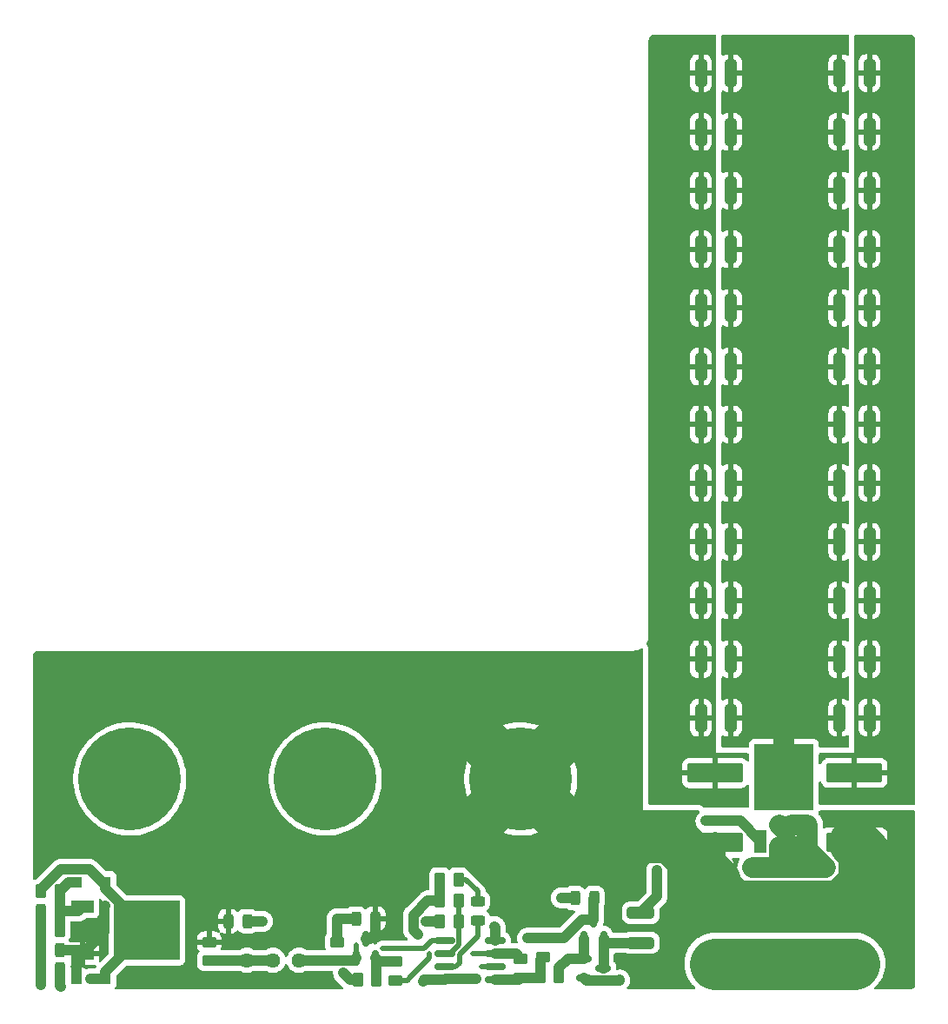
<source format=gtl>
G04 #@! TF.GenerationSoftware,KiCad,Pcbnew,(6.0.8-1)-1*
G04 #@! TF.CreationDate,2022-10-22T21:37:00+02:00*
G04 #@! TF.ProjectId,shunt_regulator,7368756e-745f-4726-9567-756c61746f72,rev?*
G04 #@! TF.SameCoordinates,Original*
G04 #@! TF.FileFunction,Copper,L1,Top*
G04 #@! TF.FilePolarity,Positive*
%FSLAX46Y46*%
G04 Gerber Fmt 4.6, Leading zero omitted, Abs format (unit mm)*
G04 Created by KiCad (PCBNEW (6.0.8-1)-1) date 2022-10-22 21:37:00*
%MOMM*%
%LPD*%
G01*
G04 APERTURE LIST*
G04 Aperture macros list*
%AMRoundRect*
0 Rectangle with rounded corners*
0 $1 Rounding radius*
0 $2 $3 $4 $5 $6 $7 $8 $9 X,Y pos of 4 corners*
0 Add a 4 corners polygon primitive as box body*
4,1,4,$2,$3,$4,$5,$6,$7,$8,$9,$2,$3,0*
0 Add four circle primitives for the rounded corners*
1,1,$1+$1,$2,$3*
1,1,$1+$1,$4,$5*
1,1,$1+$1,$6,$7*
1,1,$1+$1,$8,$9*
0 Add four rect primitives between the rounded corners*
20,1,$1+$1,$2,$3,$4,$5,0*
20,1,$1+$1,$4,$5,$6,$7,0*
20,1,$1+$1,$6,$7,$8,$9,0*
20,1,$1+$1,$8,$9,$2,$3,0*%
G04 Aperture macros list end*
G04 #@! TA.AperFunction,ComponentPad*
%ADD10C,10.000000*%
G04 #@! TD*
G04 #@! TA.AperFunction,SMDPad,CuDef*
%ADD11R,1.200000X2.200000*%
G04 #@! TD*
G04 #@! TA.AperFunction,SMDPad,CuDef*
%ADD12R,5.800000X6.400000*%
G04 #@! TD*
G04 #@! TA.AperFunction,SMDPad,CuDef*
%ADD13RoundRect,0.250000X-1.000000X1.750000X-1.000000X-1.750000X1.000000X-1.750000X1.000000X1.750000X0*%
G04 #@! TD*
G04 #@! TA.AperFunction,SMDPad,CuDef*
%ADD14RoundRect,0.250000X0.262500X0.450000X-0.262500X0.450000X-0.262500X-0.450000X0.262500X-0.450000X0*%
G04 #@! TD*
G04 #@! TA.AperFunction,SMDPad,CuDef*
%ADD15RoundRect,0.243750X0.456250X-0.243750X0.456250X0.243750X-0.456250X0.243750X-0.456250X-0.243750X0*%
G04 #@! TD*
G04 #@! TA.AperFunction,SMDPad,CuDef*
%ADD16RoundRect,0.150000X0.825000X0.150000X-0.825000X0.150000X-0.825000X-0.150000X0.825000X-0.150000X0*%
G04 #@! TD*
G04 #@! TA.AperFunction,SMDPad,CuDef*
%ADD17R,2.200000X1.200000*%
G04 #@! TD*
G04 #@! TA.AperFunction,SMDPad,CuDef*
%ADD18R,6.400000X5.800000*%
G04 #@! TD*
G04 #@! TA.AperFunction,ComponentPad*
%ADD19C,1.440000*%
G04 #@! TD*
G04 #@! TA.AperFunction,SMDPad,CuDef*
%ADD20RoundRect,0.250000X0.312500X1.075000X-0.312500X1.075000X-0.312500X-1.075000X0.312500X-1.075000X0*%
G04 #@! TD*
G04 #@! TA.AperFunction,SMDPad,CuDef*
%ADD21RoundRect,0.250000X-0.312500X-1.075000X0.312500X-1.075000X0.312500X1.075000X-0.312500X1.075000X0*%
G04 #@! TD*
G04 #@! TA.AperFunction,SMDPad,CuDef*
%ADD22RoundRect,0.250000X1.075000X-0.312500X1.075000X0.312500X-1.075000X0.312500X-1.075000X-0.312500X0*%
G04 #@! TD*
G04 #@! TA.AperFunction,SMDPad,CuDef*
%ADD23RoundRect,0.250000X-0.262500X-0.450000X0.262500X-0.450000X0.262500X0.450000X-0.262500X0.450000X0*%
G04 #@! TD*
G04 #@! TA.AperFunction,SMDPad,CuDef*
%ADD24RoundRect,0.250000X0.450000X-0.262500X0.450000X0.262500X-0.450000X0.262500X-0.450000X-0.262500X0*%
G04 #@! TD*
G04 #@! TA.AperFunction,SMDPad,CuDef*
%ADD25RoundRect,0.250000X-0.450000X0.262500X-0.450000X-0.262500X0.450000X-0.262500X0.450000X0.262500X0*%
G04 #@! TD*
G04 #@! TA.AperFunction,SMDPad,CuDef*
%ADD26RoundRect,0.150000X-0.587500X-0.150000X0.587500X-0.150000X0.587500X0.150000X-0.587500X0.150000X0*%
G04 #@! TD*
G04 #@! TA.AperFunction,SMDPad,CuDef*
%ADD27RoundRect,0.150000X0.150000X-0.587500X0.150000X0.587500X-0.150000X0.587500X-0.150000X-0.587500X0*%
G04 #@! TD*
G04 #@! TA.AperFunction,SMDPad,CuDef*
%ADD28RoundRect,0.250000X2.475000X-0.712500X2.475000X0.712500X-2.475000X0.712500X-2.475000X-0.712500X0*%
G04 #@! TD*
G04 #@! TA.AperFunction,SMDPad,CuDef*
%ADD29R,1.100000X1.100000*%
G04 #@! TD*
G04 #@! TA.AperFunction,SMDPad,CuDef*
%ADD30RoundRect,0.243750X0.243750X0.456250X-0.243750X0.456250X-0.243750X-0.456250X0.243750X-0.456250X0*%
G04 #@! TD*
G04 #@! TA.AperFunction,SMDPad,CuDef*
%ADD31RoundRect,0.243750X-0.243750X-0.456250X0.243750X-0.456250X0.243750X0.456250X-0.243750X0.456250X0*%
G04 #@! TD*
G04 #@! TA.AperFunction,ViaPad*
%ADD32C,1.000000*%
G04 #@! TD*
G04 #@! TA.AperFunction,ViaPad*
%ADD33C,0.500000*%
G04 #@! TD*
G04 #@! TA.AperFunction,ViaPad*
%ADD34C,0.800000*%
G04 #@! TD*
G04 #@! TA.AperFunction,Conductor*
%ADD35C,1.000000*%
G04 #@! TD*
G04 #@! TA.AperFunction,Conductor*
%ADD36C,5.000000*%
G04 #@! TD*
G04 #@! TA.AperFunction,Conductor*
%ADD37C,2.000000*%
G04 #@! TD*
G04 #@! TA.AperFunction,Conductor*
%ADD38C,0.500000*%
G04 #@! TD*
G04 APERTURE END LIST*
D10*
X19050000Y0D03*
X0Y0D03*
X-19050000Y0D03*
D11*
X42418000Y-6112000D03*
D12*
X44698000Y188000D03*
D11*
X46978000Y-6112000D03*
D13*
X51562000Y-9986000D03*
X51562000Y-17986000D03*
X38000000Y-10000000D03*
X38000000Y-18000000D03*
D14*
X11152500Y-9795000D03*
X12977500Y-9795000D03*
D15*
X14859000Y-13780500D03*
X14859000Y-11905500D03*
D16*
X16572000Y-19574000D03*
X16572000Y-18304000D03*
X16572000Y-17034000D03*
X16572000Y-15764000D03*
X11622000Y-15764000D03*
X11622000Y-17034000D03*
X11622000Y-18304000D03*
X11622000Y-19574000D03*
D17*
X-23675000Y-17029000D03*
D18*
X-17375000Y-14749000D03*
D17*
X-23675000Y-12469000D03*
D19*
X-7630000Y-17669000D03*
X-5090000Y-17669000D03*
X-2550000Y-17669000D03*
D20*
X36599000Y68741000D03*
X39524000Y68741000D03*
X36599000Y63026000D03*
X39524000Y63026000D03*
X36599000Y57311000D03*
X39524000Y57311000D03*
X36599000Y51596000D03*
X39524000Y51596000D03*
X36599000Y45881000D03*
X39524000Y45881000D03*
X36599000Y40166000D03*
X39524000Y40166000D03*
D21*
X53024500Y40180000D03*
X50099500Y40180000D03*
X53024500Y45895000D03*
X50099500Y45895000D03*
X53024500Y51610000D03*
X50099500Y51610000D03*
X53024500Y57325000D03*
X50099500Y57325000D03*
X53024500Y63040000D03*
X50099500Y63040000D03*
X53024500Y68755000D03*
X50099500Y68755000D03*
D20*
X36599000Y34535500D03*
X39524000Y34535500D03*
X36599000Y28820500D03*
X39524000Y28820500D03*
X36599000Y23105500D03*
X39524000Y23105500D03*
X36599000Y17390500D03*
X39524000Y17390500D03*
X36599000Y11675500D03*
X39524000Y11675500D03*
X36599000Y5960500D03*
X39524000Y5960500D03*
D21*
X50099500Y5974500D03*
X53024500Y5974500D03*
X50099500Y11689500D03*
X53024500Y11689500D03*
X50099500Y17404500D03*
X53024500Y17404500D03*
X50099500Y23119500D03*
X53024500Y23119500D03*
X50099500Y28834500D03*
X53024500Y28834500D03*
X50099500Y34549500D03*
X53024500Y34549500D03*
D22*
X30734000Y-15956500D03*
X30734000Y-13031500D03*
D23*
X22780000Y-19193000D03*
X20955000Y-19193000D03*
D24*
X21209000Y-15486500D03*
X21209000Y-17311500D03*
D25*
X19050000Y-17518500D03*
X19050000Y-19343500D03*
D23*
X11152500Y-13859000D03*
X12977500Y-13859000D03*
X11152500Y-11859000D03*
X12977500Y-11859000D03*
D25*
X6858000Y-17772500D03*
X6858000Y-19597500D03*
D23*
X3151500Y-19574000D03*
X4976500Y-19574000D03*
D14*
X-27685500Y-14749000D03*
X-25860500Y-14749000D03*
D23*
X-27685500Y-10939000D03*
X-25860500Y-10939000D03*
D25*
X1143000Y-15867500D03*
X1143000Y-17692500D03*
D24*
X-11303000Y-17692500D03*
X-11303000Y-15867500D03*
D26*
X25224500Y-17481000D03*
X25224500Y-19381000D03*
X27099500Y-18431000D03*
D27*
X25212000Y-15558500D03*
X27112000Y-15558500D03*
X26162000Y-13683500D03*
X3937000Y-15588500D03*
X4887000Y-17463500D03*
X2987000Y-17463500D03*
D28*
X38000000Y585000D03*
X38000000Y-6190000D03*
X51562000Y599000D03*
X51562000Y-6176000D03*
D29*
X-24236000Y-10050000D03*
X-21436000Y-10050000D03*
X-21436000Y-19448000D03*
X-24236000Y-19448000D03*
D30*
X4874500Y-13605000D03*
X2999500Y-13605000D03*
D31*
X-9446500Y-13859000D03*
X-7571500Y-13859000D03*
D30*
X26210500Y-11591000D03*
X24335500Y-11591000D03*
X-27710500Y-18558000D03*
X-25835500Y-18558000D03*
X-27710500Y-12844000D03*
X-25835500Y-12844000D03*
X-27734500Y-16653000D03*
X-25859500Y-16653000D03*
D32*
X-19431000Y-10303000D03*
X-21474528Y-12346528D03*
X1778000Y-18905000D03*
X9017000Y-15129000D03*
X9525000Y-19701000D03*
X19685000Y-15510000D03*
X14732000Y-19447000D03*
X45466000Y-4461000D03*
X44218000Y-4461000D03*
X45593000Y-6620000D03*
X28702000Y-19574000D03*
X22987000Y-11573000D03*
D33*
X12992544Y-16162561D03*
X15240000Y-18304000D03*
X14351000Y-17034000D03*
X10160000Y-17034000D03*
D32*
X16510000Y-14367000D03*
D33*
X3048000Y-16145000D03*
X5588000Y-16526000D03*
D32*
X9779000Y-13859000D03*
X1143000Y-13605000D03*
X-6096000Y-13859000D03*
X-22860000Y-19447000D03*
X-25781000Y-20209000D03*
X-27686000Y-20082000D03*
X44218000Y-6620000D03*
X47752000Y-8652000D03*
X46228000Y-8652000D03*
X44704000Y-8652000D03*
X43180000Y-8652000D03*
X41656000Y-8652000D03*
X32319611Y-8844389D03*
X37084000Y-4080000D03*
X49072000Y-18000000D03*
X47548000Y-18000000D03*
X46024000Y-18000000D03*
X44500000Y-18000000D03*
X42976000Y-18000000D03*
X41452000Y-18000000D03*
X39928000Y-18000000D03*
D34*
X54888000Y65612000D03*
X54888000Y56612000D03*
X56388000Y8612000D03*
X54888000Y50612000D03*
X56388000Y68612000D03*
X56388000Y71612000D03*
X54888000Y34112000D03*
X56388000Y32612000D03*
X56388000Y49112000D03*
X56388000Y43112000D03*
X54888000Y40112000D03*
X56388000Y29612000D03*
X56388000Y41612000D03*
X56388000Y40112000D03*
X54888000Y26612000D03*
X54888000Y59612000D03*
X54888000Y32612000D03*
X54888000Y41612000D03*
X56388000Y28112000D03*
X56388000Y37112000D03*
X54888000Y67112000D03*
X54888000Y17612000D03*
X54888000Y29612000D03*
X54888000Y46112000D03*
X56388000Y16112000D03*
X56388000Y26612000D03*
X56388000Y34112000D03*
X56388000Y50612000D03*
X54888000Y52112000D03*
X54888000Y13112000D03*
X56388000Y10112000D03*
X54888000Y43112000D03*
X56388000Y23612000D03*
X56388000Y19112000D03*
X54888000Y20612000D03*
X54888000Y25112000D03*
X56388000Y70112000D03*
X56388000Y67112000D03*
X56388000Y7112000D03*
X54888000Y8612000D03*
X56388000Y20612000D03*
X54888000Y68612000D03*
X54888000Y64112000D03*
X56388000Y52112000D03*
X56388000Y13112000D03*
X56388000Y62612000D03*
X54888000Y47612000D03*
X54888000Y11612000D03*
X54888000Y70112000D03*
X56388000Y31112000D03*
X56388000Y35612000D03*
X54888000Y28112000D03*
X56388000Y25112000D03*
X56388000Y61112000D03*
X54888000Y16112000D03*
X54888000Y35612000D03*
X56388000Y64112000D03*
X56388000Y56612000D03*
X54888000Y37112000D03*
X54888000Y38612000D03*
X54888000Y7112000D03*
X56388000Y53612000D03*
X54888000Y62612000D03*
X56388000Y47612000D03*
X56388000Y59612000D03*
X54888000Y61112000D03*
X56388000Y55112000D03*
X54888000Y19112000D03*
X56388000Y38612000D03*
X54888000Y23612000D03*
X54888000Y53612000D03*
X54888000Y49112000D03*
X56388000Y17612000D03*
X54888000Y10112000D03*
X56388000Y65612000D03*
X54888000Y55112000D03*
X56388000Y58112000D03*
X54888000Y58112000D03*
X56388000Y46112000D03*
X56388000Y44612000D03*
X56388000Y22112000D03*
X54888000Y22112000D03*
X54888000Y44612000D03*
X56388000Y11612000D03*
X54888000Y14612000D03*
X54888000Y31112000D03*
X54888000Y71612000D03*
X56388000Y14612000D03*
X34544000Y14612000D03*
X33044000Y10112000D03*
X33044000Y16112000D03*
X34544000Y25112000D03*
X33044000Y19112000D03*
X33044000Y22112000D03*
X33044000Y23612000D03*
X34544000Y10112000D03*
X33044000Y13112000D03*
X34544000Y13112000D03*
X33044000Y25112000D03*
X33044000Y8612000D03*
X34544000Y17612000D03*
X34544000Y19112000D03*
X34544000Y20612000D03*
X33044000Y20612000D03*
X34544000Y16112000D03*
X34544000Y11612000D03*
X33044000Y11612000D03*
X33044000Y14612000D03*
X34544000Y22112000D03*
X33044000Y17612000D03*
X34544000Y23612000D03*
X34544000Y26612000D03*
X33044000Y26612000D03*
X33044000Y32612000D03*
X33044000Y41612000D03*
X33044000Y50612000D03*
X34544000Y32612000D03*
X34544000Y40112000D03*
X34544000Y29612000D03*
X34544000Y41612000D03*
X33044000Y40112000D03*
X34544000Y34112000D03*
X33044000Y43112000D03*
X33044000Y35612000D03*
X34544000Y28112000D03*
X33044000Y38612000D03*
X34544000Y38612000D03*
X34544000Y31112000D03*
X34544000Y43112000D03*
X33044000Y28112000D03*
X33044000Y37112000D03*
X34544000Y50612000D03*
X33044000Y46112000D03*
X33044000Y44612000D03*
X34544000Y44612000D03*
X34544000Y35612000D03*
X34544000Y46112000D03*
X33044000Y47612000D03*
X34544000Y47612000D03*
X34544000Y37112000D03*
X33044000Y49112000D03*
X33044000Y34112000D03*
X34544000Y49112000D03*
X33044000Y29612000D03*
X33044000Y31112000D03*
X33044000Y7112000D03*
X34544000Y8612000D03*
X34544000Y7112000D03*
X33044000Y71612000D03*
X34544000Y68612000D03*
X34544000Y56612000D03*
X34544000Y58112000D03*
X33044000Y61112000D03*
X33044000Y67112000D03*
X33044000Y65612000D03*
X33044000Y56612000D03*
X34544000Y71612000D03*
X34544000Y59612000D03*
X33044000Y70112000D03*
X33044000Y59612000D03*
X34544000Y70112000D03*
X34544000Y67112000D03*
X34544000Y65612000D03*
X34544000Y61112000D03*
X33044000Y62612000D03*
X33044000Y58112000D03*
X33044000Y68612000D03*
X34544000Y52112000D03*
X33044000Y55112000D03*
X34544000Y64112000D03*
X33044000Y53612000D03*
X34544000Y55112000D03*
X34544000Y53612000D03*
X34544000Y62612000D03*
X33044000Y52112000D03*
X33044000Y64112000D03*
X47656000Y7112000D03*
X46156000Y7112000D03*
X44656000Y7112000D03*
X43156000Y7112000D03*
X41656000Y7112000D03*
X47656000Y8612000D03*
X46156000Y8612000D03*
X44656000Y8612000D03*
X43156000Y8612000D03*
X41656000Y8612000D03*
X47656000Y10112000D03*
X46156000Y10112000D03*
X44656000Y10112000D03*
X43156000Y10112000D03*
X41656000Y10112000D03*
X47656000Y11612000D03*
X46156000Y11612000D03*
X44656000Y11612000D03*
X43156000Y11612000D03*
X41656000Y11612000D03*
X47656000Y13112000D03*
X46156000Y13112000D03*
X44656000Y13112000D03*
X43156000Y13112000D03*
X41656000Y13112000D03*
X47656000Y14612000D03*
X46156000Y14612000D03*
X44656000Y14612000D03*
X43156000Y14612000D03*
X41656000Y14612000D03*
X47656000Y16112000D03*
X46156000Y16112000D03*
X44656000Y16112000D03*
X43156000Y16112000D03*
X41656000Y16112000D03*
X47656000Y17612000D03*
X46156000Y17612000D03*
X44656000Y17612000D03*
X43156000Y17612000D03*
X41656000Y17612000D03*
X47656000Y19112000D03*
X46156000Y19112000D03*
X44656000Y19112000D03*
X43156000Y19112000D03*
X41656000Y19112000D03*
X47656000Y20612000D03*
X46156000Y20612000D03*
X44656000Y20612000D03*
X43156000Y20612000D03*
X41656000Y20612000D03*
X47656000Y22112000D03*
X46156000Y22112000D03*
X44656000Y22112000D03*
X43156000Y22112000D03*
X41656000Y22112000D03*
X47656000Y23612000D03*
X46156000Y23612000D03*
X44656000Y23612000D03*
X43156000Y23612000D03*
X41656000Y23612000D03*
X47656000Y25112000D03*
X46156000Y25112000D03*
X44656000Y25112000D03*
X43156000Y25112000D03*
X41656000Y25112000D03*
X47656000Y26612000D03*
X46156000Y26612000D03*
X44656000Y26612000D03*
X43156000Y26612000D03*
X41656000Y26612000D03*
X47656000Y28112000D03*
X46156000Y28112000D03*
X44656000Y28112000D03*
X43156000Y28112000D03*
X41656000Y28112000D03*
X47656000Y29612000D03*
X46156000Y29612000D03*
X44656000Y29612000D03*
X43156000Y29612000D03*
X41656000Y29612000D03*
X47656000Y31112000D03*
X46156000Y31112000D03*
X44656000Y31112000D03*
X43156000Y31112000D03*
X41656000Y31112000D03*
X47656000Y32612000D03*
X46156000Y32612000D03*
X44656000Y32612000D03*
X43156000Y32612000D03*
X41656000Y32612000D03*
X47656000Y34112000D03*
X46156000Y34112000D03*
X44656000Y34112000D03*
X43156000Y34112000D03*
X41656000Y34112000D03*
X47656000Y35612000D03*
X46156000Y35612000D03*
X44656000Y35612000D03*
X43156000Y35612000D03*
X41656000Y35612000D03*
X47656000Y37112000D03*
X46156000Y37112000D03*
X44656000Y37112000D03*
X43156000Y37112000D03*
X41656000Y37112000D03*
X47656000Y38612000D03*
X46156000Y38612000D03*
X44656000Y38612000D03*
X43156000Y38612000D03*
X41656000Y38612000D03*
X47656000Y40112000D03*
X46156000Y40112000D03*
X44656000Y40112000D03*
X43156000Y40112000D03*
X41656000Y40112000D03*
X47656000Y41612000D03*
X46156000Y41612000D03*
X44656000Y41612000D03*
X43156000Y41612000D03*
X41656000Y41612000D03*
X47656000Y43112000D03*
X46156000Y43112000D03*
X44656000Y43112000D03*
X43156000Y43112000D03*
X41656000Y43112000D03*
X47656000Y44612000D03*
X46156000Y44612000D03*
X44656000Y44612000D03*
X43156000Y44612000D03*
X41656000Y44612000D03*
X47656000Y46112000D03*
X46156000Y46112000D03*
X44656000Y46112000D03*
X43156000Y46112000D03*
X41656000Y46112000D03*
X47656000Y47612000D03*
X46156000Y47612000D03*
X44656000Y47612000D03*
X43156000Y47612000D03*
X41656000Y47612000D03*
X47656000Y49112000D03*
X46156000Y49112000D03*
X44656000Y49112000D03*
X43156000Y49112000D03*
X41656000Y49112000D03*
X47656000Y50612000D03*
X46156000Y50612000D03*
X44656000Y50612000D03*
X43156000Y50612000D03*
X41656000Y50612000D03*
X47656000Y52112000D03*
X46156000Y52112000D03*
X44656000Y52112000D03*
X43156000Y52112000D03*
X41656000Y52112000D03*
X47656000Y53612000D03*
X46156000Y53612000D03*
X44656000Y53612000D03*
X43156000Y53612000D03*
X41656000Y53612000D03*
X47656000Y55112000D03*
X46156000Y55112000D03*
X44656000Y55112000D03*
X43156000Y55112000D03*
X41656000Y55112000D03*
X47656000Y56612000D03*
X46156000Y56612000D03*
X44656000Y56612000D03*
X43156000Y56612000D03*
X41656000Y56612000D03*
X47656000Y58112000D03*
X46156000Y58112000D03*
X44656000Y58112000D03*
X43156000Y58112000D03*
X41656000Y58112000D03*
X47656000Y59612000D03*
X46156000Y59612000D03*
X44656000Y59612000D03*
X43156000Y59612000D03*
X41656000Y59612000D03*
X47656000Y61112000D03*
X46156000Y61112000D03*
X44656000Y61112000D03*
X43156000Y61112000D03*
X41656000Y61112000D03*
X47656000Y62612000D03*
X46156000Y62612000D03*
X44656000Y62612000D03*
X43156000Y62612000D03*
X41656000Y62612000D03*
X47656000Y64112000D03*
X46156000Y64112000D03*
X44656000Y64112000D03*
X43156000Y64112000D03*
X41656000Y64112000D03*
X47656000Y65612000D03*
X46156000Y65612000D03*
X44656000Y65612000D03*
X43156000Y65612000D03*
X41656000Y65612000D03*
X47656000Y67112000D03*
X46156000Y67112000D03*
X44656000Y67112000D03*
X43156000Y67112000D03*
X41656000Y67112000D03*
X47656000Y68612000D03*
X46156000Y68612000D03*
X44656000Y68612000D03*
X43156000Y68612000D03*
X41656000Y68612000D03*
X47656000Y70112000D03*
X46156000Y70112000D03*
X44656000Y70112000D03*
X43156000Y70112000D03*
X41656000Y70112000D03*
X47656000Y71612000D03*
X46156000Y71612000D03*
X44656000Y71612000D03*
X43156000Y71612000D03*
X41656000Y71612000D03*
D35*
X25212000Y-15558500D02*
X25212000Y-17468500D01*
X25212000Y-17468500D02*
X25224500Y-17481000D01*
D36*
X19050000Y0D02*
X24694389Y-5644389D01*
X24694389Y-5644389D02*
X33644389Y-5644389D01*
X33644389Y-5644389D02*
X38000000Y-10000000D01*
X14050001Y-4999999D02*
X14000000Y-5000000D01*
X19050000Y0D02*
X14050001Y-4999999D01*
X14050001Y4999999D02*
X14000000Y5000000D01*
X19050000Y0D02*
X14050001Y4999999D01*
X19050000Y50000D02*
X24000000Y5000000D01*
X19050000Y0D02*
X19050000Y50000D01*
D35*
X-21538028Y-12410028D02*
X-21474528Y-12346528D01*
X-21538028Y-14892028D02*
X-21538028Y-12410028D01*
X-23675000Y-17029000D02*
X-21538028Y-14892028D01*
X2447000Y-19574000D02*
X1778000Y-18905000D01*
X3151500Y-19574000D02*
X2447000Y-19574000D01*
X9652000Y-19574000D02*
X9525000Y-19701000D01*
X9017000Y-15129000D02*
X8579000Y-14691000D01*
X11622000Y-19574000D02*
X9652000Y-19574000D01*
X8579000Y-14691000D02*
X8579000Y-13281000D01*
X10001000Y-11859000D02*
X11152500Y-11859000D01*
X8579000Y-13281000D02*
X10001000Y-11859000D01*
X11749000Y-19447000D02*
X11622000Y-19574000D01*
X19708500Y-15486500D02*
X19685000Y-15510000D01*
X21209000Y-15486500D02*
X19708500Y-15486500D01*
X14732000Y-19447000D02*
X11749000Y-19447000D01*
D37*
X44726000Y-4969000D02*
X44218000Y-4461000D01*
X46978000Y-5846000D02*
X46990000Y-5834000D01*
X44958000Y-4969000D02*
X44726000Y-4969000D01*
X46990000Y-4461000D02*
X45466000Y-4461000D01*
X45466000Y-4461000D02*
X44958000Y-4969000D01*
X46990000Y-5834000D02*
X46990000Y-4461000D01*
X46978000Y-6112000D02*
X46978000Y-5846000D01*
X45593000Y-6620000D02*
X46470000Y-6620000D01*
D35*
X28645000Y-19631000D02*
X28702000Y-19574000D01*
X27051000Y-19631000D02*
X28645000Y-19631000D01*
X25224500Y-19381000D02*
X25474500Y-19631000D01*
X25474500Y-19631000D02*
X27051000Y-19631000D01*
X26162000Y-13683500D02*
X25067500Y-13683500D01*
X25067500Y-13683500D02*
X23264500Y-15486500D01*
X23264500Y-15486500D02*
X21209000Y-15486500D01*
X30734000Y-15956500D02*
X27510000Y-15956500D01*
X27510000Y-15956500D02*
X27112000Y-15558500D01*
X23005000Y-11591000D02*
X22987000Y-11573000D01*
X24335500Y-11591000D02*
X23005000Y-11591000D01*
X26162000Y-13683500D02*
X26162000Y-11639500D01*
X26162000Y-11639500D02*
X26210500Y-11591000D01*
X27112000Y-15558500D02*
X27112000Y-18418500D01*
X27112000Y-18418500D02*
X27099500Y-18431000D01*
X22780000Y-19193000D02*
X22780000Y-18384000D01*
X23683000Y-17481000D02*
X25224500Y-17481000D01*
X22780000Y-18384000D02*
X23683000Y-17481000D01*
X20955000Y-19193000D02*
X20955000Y-17565500D01*
X20955000Y-17565500D02*
X21209000Y-17311500D01*
X16572000Y-17034000D02*
X18565500Y-17034000D01*
X18565500Y-17034000D02*
X19050000Y-17518500D01*
X19050000Y-19343500D02*
X20804500Y-19343500D01*
X20804500Y-19343500D02*
X20955000Y-19193000D01*
X16572000Y-19574000D02*
X18819500Y-19574000D01*
X18819500Y-19574000D02*
X19050000Y-19343500D01*
D38*
X16572000Y-18304000D02*
X15240000Y-18304000D01*
X10160000Y-17415000D02*
X10160000Y-17034000D01*
X6858000Y-19597500D02*
X7977500Y-19597500D01*
X7977500Y-19597500D02*
X8255000Y-19320000D01*
X14351000Y-17034000D02*
X16572000Y-17034000D01*
X8255000Y-19320000D02*
X10160000Y-17415000D01*
D35*
X11152500Y-9795000D02*
X11152500Y-11859000D01*
D38*
X12977500Y-9795000D02*
X13716000Y-9795000D01*
X13716000Y-9795000D02*
X14859000Y-10938000D01*
X14859000Y-10938000D02*
X14859000Y-11905500D01*
X14859000Y-13780500D02*
X14859000Y-15340477D01*
X14859000Y-15340477D02*
X13081000Y-17118477D01*
X13081000Y-17118477D02*
X13081000Y-17923000D01*
X13081000Y-17923000D02*
X12700000Y-18304000D01*
X12700000Y-18304000D02*
X11622000Y-18304000D01*
D35*
X16572000Y-14429000D02*
X16510000Y-14367000D01*
X16572000Y-15764000D02*
X16572000Y-14429000D01*
X3937000Y-15588500D02*
X4366500Y-15588500D01*
X4366500Y-15588500D02*
X4874500Y-15080500D01*
X4874500Y-15080500D02*
X4874500Y-13605000D01*
D38*
X2987000Y-17463500D02*
X2987000Y-16206000D01*
X2987000Y-16206000D02*
X3048000Y-16145000D01*
X5588000Y-16526000D02*
X9652000Y-16526000D01*
X9652000Y-16526000D02*
X10414000Y-15764000D01*
X10414000Y-15764000D02*
X11622000Y-15764000D01*
D35*
X11152500Y-13859000D02*
X9779000Y-13859000D01*
D38*
X12977500Y-13859000D02*
X13047000Y-13928500D01*
X13047000Y-13928500D02*
X13047000Y-16162528D01*
X13047000Y-16162528D02*
X12175528Y-17034000D01*
X12175528Y-17034000D02*
X11622000Y-17034000D01*
X12977500Y-11859000D02*
X12977500Y-13859000D01*
D35*
X6858000Y-17772500D02*
X5196000Y-17772500D01*
X5196000Y-17772500D02*
X4887000Y-17463500D01*
X4976500Y-19574000D02*
X4976500Y-17553000D01*
X4976500Y-17553000D02*
X4887000Y-17463500D01*
X1143000Y-17692500D02*
X2758000Y-17692500D01*
X2758000Y-17692500D02*
X2987000Y-17463500D01*
X1143000Y-17692500D02*
X-2526500Y-17692500D01*
X-2526500Y-17692500D02*
X-2550000Y-17669000D01*
X2999500Y-13605000D02*
X1143000Y-13605000D01*
X1143000Y-15867500D02*
X1143000Y-13605000D01*
X-7571500Y-13859000D02*
X-6096000Y-13859000D01*
X-7630000Y-17669000D02*
X-5090000Y-17669000D01*
X-11303000Y-17692500D02*
X-7653500Y-17692500D01*
X-7653500Y-17692500D02*
X-7630000Y-17669000D01*
X-27685500Y-10939000D02*
X-27685500Y-10707997D01*
X-27685500Y-10707997D02*
X-25756503Y-8779000D01*
X-25756503Y-8779000D02*
X-23007000Y-8779000D01*
X-23007000Y-8779000D02*
X-21736000Y-10050000D01*
X-21736000Y-10050000D02*
X-21436000Y-10050000D01*
X-21436000Y-10050000D02*
X-21436000Y-10688000D01*
X-21436000Y-10688000D02*
X-17375000Y-14749000D01*
X-21436000Y-19448000D02*
X-21436000Y-18810000D01*
X-21436000Y-18810000D02*
X-17375000Y-14749000D01*
X-25835500Y-18558000D02*
X-25835500Y-20154500D01*
X-22860000Y-19447000D02*
X-21437000Y-19447000D01*
X-25835500Y-20154500D02*
X-25781000Y-20209000D01*
X-21437000Y-19447000D02*
X-21436000Y-19448000D01*
X-27710500Y-20057500D02*
X-27686000Y-20082000D01*
X-27710500Y-18558000D02*
X-27710500Y-20057500D01*
X-27710500Y-12844000D02*
X-27710500Y-18558000D01*
X-24236000Y-19448000D02*
X-24236000Y-17590000D01*
X-24236000Y-17590000D02*
X-23675000Y-17029000D01*
X-25859500Y-16653000D02*
X-24051000Y-16653000D01*
X-24051000Y-16653000D02*
X-23675000Y-17029000D01*
X-25835500Y-12844000D02*
X-24050000Y-12844000D01*
X-24050000Y-12844000D02*
X-23675000Y-12469000D01*
X-24236000Y-10050000D02*
X-24971500Y-10050000D01*
X-24971500Y-10050000D02*
X-25860500Y-10939000D01*
X-25860500Y-10939000D02*
X-25860500Y-14749000D01*
D36*
X38000000Y-10000000D02*
X38000000Y-10584000D01*
X38000000Y-10584000D02*
X39768000Y-12352000D01*
X39768000Y-12352000D02*
X50300590Y-12352000D01*
X52468000Y-7082000D02*
X51562000Y-6176000D01*
X52468000Y-10184590D02*
X52468000Y-7082000D01*
X50300590Y-12352000D02*
X52468000Y-10184590D01*
D37*
X44218000Y-6620000D02*
X45593000Y-6620000D01*
X46470000Y-6620000D02*
X46978000Y-6112000D01*
X47752000Y-8652000D02*
X46228000Y-8652000D01*
X46228000Y-8652000D02*
X44704000Y-8652000D01*
X44704000Y-8652000D02*
X41656000Y-8652000D01*
X43180000Y-8652000D02*
X43978000Y-8652000D01*
X44218000Y-8412000D02*
X44218000Y-6620000D01*
X43978000Y-8652000D02*
X44218000Y-8412000D01*
X48768000Y-8620110D02*
X48768000Y-8652000D01*
X48768000Y-8652000D02*
X47752000Y-8652000D01*
X41656000Y-8652000D02*
X43180000Y-8652000D01*
X46978000Y-6830110D02*
X48768000Y-8620110D01*
X46978000Y-6112000D02*
X46978000Y-6830110D01*
D35*
X32319611Y-8844389D02*
X32319611Y-11445889D01*
X42418000Y-6076997D02*
X40421003Y-4080000D01*
X42418000Y-6112000D02*
X42418000Y-6076997D01*
X40421003Y-4080000D02*
X37084000Y-4080000D01*
X32319611Y-11445889D02*
X30734000Y-13031500D01*
D36*
X38000000Y-18000000D02*
X51548000Y-18000000D01*
X51548000Y-18000000D02*
X51562000Y-17986000D01*
X38014000Y-9986000D02*
X38000000Y-10000000D01*
D37*
X51562000Y-9986000D02*
X51562000Y-6176000D01*
X38000000Y-10000000D02*
X38000000Y-6190000D01*
X44698000Y188000D02*
X44698000Y6074000D01*
G04 #@! TA.AperFunction,Conductor*
G36*
X50990621Y72471498D02*
G01*
X51037114Y72417842D01*
X51048500Y72365500D01*
X51048500Y70553803D01*
X51028498Y70485682D01*
X50974842Y70439189D01*
X50904568Y70429085D01*
X50856384Y70446543D01*
X50740757Y70517816D01*
X50727576Y70523963D01*
X50573290Y70575138D01*
X50559914Y70578005D01*
X50465562Y70587672D01*
X50459145Y70588000D01*
X50371615Y70588000D01*
X50356376Y70583525D01*
X50355171Y70582135D01*
X50353500Y70574452D01*
X50353500Y66940116D01*
X50357975Y66924877D01*
X50359365Y66923672D01*
X50367048Y66922001D01*
X50459095Y66922001D01*
X50465614Y66922338D01*
X50561206Y66932257D01*
X50574600Y66935149D01*
X50728784Y66986588D01*
X50741958Y66992759D01*
X50856196Y67063453D01*
X50924648Y67082291D01*
X50992418Y67061130D01*
X51037989Y67006690D01*
X51048500Y66956309D01*
X51048500Y64838803D01*
X51028498Y64770682D01*
X50974842Y64724189D01*
X50904568Y64714085D01*
X50856384Y64731543D01*
X50740757Y64802816D01*
X50727576Y64808963D01*
X50573290Y64860138D01*
X50559914Y64863005D01*
X50465562Y64872672D01*
X50459145Y64873000D01*
X50371615Y64873000D01*
X50356376Y64868525D01*
X50355171Y64867135D01*
X50353500Y64859452D01*
X50353500Y61225116D01*
X50357975Y61209877D01*
X50359365Y61208672D01*
X50367048Y61207001D01*
X50459095Y61207001D01*
X50465614Y61207338D01*
X50561206Y61217257D01*
X50574600Y61220149D01*
X50728784Y61271588D01*
X50741958Y61277759D01*
X50856196Y61348453D01*
X50924648Y61367291D01*
X50992418Y61346130D01*
X51037989Y61291690D01*
X51048500Y61241309D01*
X51048500Y59123803D01*
X51028498Y59055682D01*
X50974842Y59009189D01*
X50904568Y58999085D01*
X50856384Y59016543D01*
X50740757Y59087816D01*
X50727576Y59093963D01*
X50573290Y59145138D01*
X50559914Y59148005D01*
X50465562Y59157672D01*
X50459145Y59158000D01*
X50371615Y59158000D01*
X50356376Y59153525D01*
X50355171Y59152135D01*
X50353500Y59144452D01*
X50353500Y55510116D01*
X50357975Y55494877D01*
X50359365Y55493672D01*
X50367048Y55492001D01*
X50459095Y55492001D01*
X50465614Y55492338D01*
X50561206Y55502257D01*
X50574600Y55505149D01*
X50728784Y55556588D01*
X50741958Y55562759D01*
X50856196Y55633453D01*
X50924648Y55652291D01*
X50992418Y55631130D01*
X51037989Y55576690D01*
X51048500Y55526309D01*
X51048500Y53408803D01*
X51028498Y53340682D01*
X50974842Y53294189D01*
X50904568Y53284085D01*
X50856384Y53301543D01*
X50740757Y53372816D01*
X50727576Y53378963D01*
X50573290Y53430138D01*
X50559914Y53433005D01*
X50465562Y53442672D01*
X50459145Y53443000D01*
X50371615Y53443000D01*
X50356376Y53438525D01*
X50355171Y53437135D01*
X50353500Y53429452D01*
X50353500Y49795116D01*
X50357975Y49779877D01*
X50359365Y49778672D01*
X50367048Y49777001D01*
X50459095Y49777001D01*
X50465614Y49777338D01*
X50561206Y49787257D01*
X50574600Y49790149D01*
X50728784Y49841588D01*
X50741958Y49847759D01*
X50856196Y49918453D01*
X50924648Y49937291D01*
X50992418Y49916130D01*
X51037989Y49861690D01*
X51048500Y49811309D01*
X51048500Y47693803D01*
X51028498Y47625682D01*
X50974842Y47579189D01*
X50904568Y47569085D01*
X50856384Y47586543D01*
X50740757Y47657816D01*
X50727576Y47663963D01*
X50573290Y47715138D01*
X50559914Y47718005D01*
X50465562Y47727672D01*
X50459145Y47728000D01*
X50371615Y47728000D01*
X50356376Y47723525D01*
X50355171Y47722135D01*
X50353500Y47714452D01*
X50353500Y44080116D01*
X50357975Y44064877D01*
X50359365Y44063672D01*
X50367048Y44062001D01*
X50459095Y44062001D01*
X50465614Y44062338D01*
X50561206Y44072257D01*
X50574600Y44075149D01*
X50728784Y44126588D01*
X50741958Y44132759D01*
X50856196Y44203453D01*
X50924648Y44222291D01*
X50992418Y44201130D01*
X51037989Y44146690D01*
X51048500Y44096309D01*
X51048500Y41978803D01*
X51028498Y41910682D01*
X50974842Y41864189D01*
X50904568Y41854085D01*
X50856384Y41871543D01*
X50740757Y41942816D01*
X50727576Y41948963D01*
X50573290Y42000138D01*
X50559914Y42003005D01*
X50465562Y42012672D01*
X50459145Y42013000D01*
X50371615Y42013000D01*
X50356376Y42008525D01*
X50355171Y42007135D01*
X50353500Y41999452D01*
X50353500Y38365116D01*
X50357975Y38349877D01*
X50359365Y38348672D01*
X50367048Y38347001D01*
X50459095Y38347001D01*
X50465614Y38347338D01*
X50561206Y38357257D01*
X50574600Y38360149D01*
X50728784Y38411588D01*
X50741958Y38417759D01*
X50856196Y38488453D01*
X50924648Y38507291D01*
X50992418Y38486130D01*
X51037989Y38431690D01*
X51048500Y38381309D01*
X51048500Y36348303D01*
X51028498Y36280182D01*
X50974842Y36233689D01*
X50904568Y36223585D01*
X50856384Y36241043D01*
X50740757Y36312316D01*
X50727576Y36318463D01*
X50573290Y36369638D01*
X50559914Y36372505D01*
X50465562Y36382172D01*
X50459145Y36382500D01*
X50371615Y36382500D01*
X50356376Y36378025D01*
X50355171Y36376635D01*
X50353500Y36368952D01*
X50353500Y32734616D01*
X50357975Y32719377D01*
X50359365Y32718172D01*
X50367048Y32716501D01*
X50459095Y32716501D01*
X50465614Y32716838D01*
X50561206Y32726757D01*
X50574600Y32729649D01*
X50728784Y32781088D01*
X50741958Y32787259D01*
X50856196Y32857953D01*
X50924648Y32876791D01*
X50992418Y32855630D01*
X51037989Y32801190D01*
X51048500Y32750809D01*
X51048500Y30633303D01*
X51028498Y30565182D01*
X50974842Y30518689D01*
X50904568Y30508585D01*
X50856384Y30526043D01*
X50740757Y30597316D01*
X50727576Y30603463D01*
X50573290Y30654638D01*
X50559914Y30657505D01*
X50465562Y30667172D01*
X50459145Y30667500D01*
X50371615Y30667500D01*
X50356376Y30663025D01*
X50355171Y30661635D01*
X50353500Y30653952D01*
X50353500Y27019616D01*
X50357975Y27004377D01*
X50359365Y27003172D01*
X50367048Y27001501D01*
X50459095Y27001501D01*
X50465614Y27001838D01*
X50561206Y27011757D01*
X50574600Y27014649D01*
X50728784Y27066088D01*
X50741958Y27072259D01*
X50856196Y27142953D01*
X50924648Y27161791D01*
X50992418Y27140630D01*
X51037989Y27086190D01*
X51048500Y27035809D01*
X51048500Y24918303D01*
X51028498Y24850182D01*
X50974842Y24803689D01*
X50904568Y24793585D01*
X50856384Y24811043D01*
X50740757Y24882316D01*
X50727576Y24888463D01*
X50573290Y24939638D01*
X50559914Y24942505D01*
X50465562Y24952172D01*
X50459145Y24952500D01*
X50371615Y24952500D01*
X50356376Y24948025D01*
X50355171Y24946635D01*
X50353500Y24938952D01*
X50353500Y21304616D01*
X50357975Y21289377D01*
X50359365Y21288172D01*
X50367048Y21286501D01*
X50459095Y21286501D01*
X50465614Y21286838D01*
X50561206Y21296757D01*
X50574600Y21299649D01*
X50728784Y21351088D01*
X50741958Y21357259D01*
X50856196Y21427953D01*
X50924648Y21446791D01*
X50992418Y21425630D01*
X51037989Y21371190D01*
X51048500Y21320809D01*
X51048500Y19203303D01*
X51028498Y19135182D01*
X50974842Y19088689D01*
X50904568Y19078585D01*
X50856384Y19096043D01*
X50740757Y19167316D01*
X50727576Y19173463D01*
X50573290Y19224638D01*
X50559914Y19227505D01*
X50465562Y19237172D01*
X50459145Y19237500D01*
X50371615Y19237500D01*
X50356376Y19233025D01*
X50355171Y19231635D01*
X50353500Y19223952D01*
X50353500Y15589616D01*
X50357975Y15574377D01*
X50359365Y15573172D01*
X50367048Y15571501D01*
X50459095Y15571501D01*
X50465614Y15571838D01*
X50561206Y15581757D01*
X50574600Y15584649D01*
X50728784Y15636088D01*
X50741958Y15642259D01*
X50856196Y15712953D01*
X50924648Y15731791D01*
X50992418Y15710630D01*
X51037989Y15656190D01*
X51048500Y15605809D01*
X51048500Y13488303D01*
X51028498Y13420182D01*
X50974842Y13373689D01*
X50904568Y13363585D01*
X50856384Y13381043D01*
X50740757Y13452316D01*
X50727576Y13458463D01*
X50573290Y13509638D01*
X50559914Y13512505D01*
X50465562Y13522172D01*
X50459145Y13522500D01*
X50371615Y13522500D01*
X50356376Y13518025D01*
X50355171Y13516635D01*
X50353500Y13508952D01*
X50353500Y9874616D01*
X50357975Y9859377D01*
X50359365Y9858172D01*
X50367048Y9856501D01*
X50459095Y9856501D01*
X50465614Y9856838D01*
X50561206Y9866757D01*
X50574600Y9869649D01*
X50728784Y9921088D01*
X50741958Y9927259D01*
X50856196Y9997953D01*
X50924648Y10016791D01*
X50992418Y9995630D01*
X51037989Y9941190D01*
X51048500Y9890809D01*
X51048500Y7773303D01*
X51028498Y7705182D01*
X50974842Y7658689D01*
X50904568Y7648585D01*
X50856384Y7666043D01*
X50740757Y7737316D01*
X50727576Y7743463D01*
X50573290Y7794638D01*
X50559914Y7797505D01*
X50465562Y7807172D01*
X50459145Y7807500D01*
X50371615Y7807500D01*
X50356376Y7803025D01*
X50355171Y7801635D01*
X50353500Y7793952D01*
X50353500Y4159616D01*
X50357975Y4144377D01*
X50359365Y4143172D01*
X50367048Y4141501D01*
X50459095Y4141501D01*
X50465614Y4141838D01*
X50561206Y4151757D01*
X50574600Y4154649D01*
X50728784Y4206088D01*
X50741958Y4212259D01*
X50856196Y4282953D01*
X50924648Y4301791D01*
X50992418Y4280630D01*
X51037989Y4226190D01*
X51048500Y4175809D01*
X51048500Y3163500D01*
X51028498Y3095379D01*
X50974842Y3048886D01*
X50922500Y3037500D01*
X48232500Y3037500D01*
X48232500Y3039138D01*
X48169681Y3053963D01*
X48120368Y3105039D01*
X48105999Y3163473D01*
X48105999Y3432669D01*
X48105629Y3439490D01*
X48100105Y3490352D01*
X48096479Y3505604D01*
X48051324Y3626054D01*
X48042786Y3641649D01*
X47966285Y3743724D01*
X47953724Y3756285D01*
X47851649Y3832786D01*
X47836054Y3841324D01*
X47715606Y3886478D01*
X47700351Y3890105D01*
X47649486Y3895631D01*
X47642672Y3896000D01*
X44970115Y3896000D01*
X44954876Y3891525D01*
X44953671Y3890135D01*
X44952000Y3882452D01*
X44952000Y2524000D01*
X44444000Y2524000D01*
X44444000Y3877884D01*
X44439525Y3893123D01*
X44438135Y3894328D01*
X44430452Y3895999D01*
X41753331Y3895999D01*
X41746510Y3895629D01*
X41695648Y3890105D01*
X41680396Y3886479D01*
X41559946Y3841324D01*
X41544351Y3832786D01*
X41442276Y3756285D01*
X41429715Y3743724D01*
X41353214Y3641649D01*
X41344676Y3626054D01*
X41299522Y3505606D01*
X41295895Y3490351D01*
X41290369Y3439486D01*
X41290000Y3432672D01*
X41290000Y3163464D01*
X41269998Y3095343D01*
X41216342Y3048850D01*
X41163500Y3039329D01*
X41163500Y3037500D01*
X38739500Y3037500D01*
X38671379Y3057502D01*
X38624886Y3111158D01*
X38613500Y3163500D01*
X38613500Y4137965D01*
X38633502Y4206086D01*
X38687158Y4252579D01*
X38757432Y4262683D01*
X38805616Y4245225D01*
X38882743Y4197684D01*
X38895924Y4191537D01*
X39050210Y4140362D01*
X39063586Y4137495D01*
X39157938Y4127828D01*
X39164354Y4127500D01*
X39251885Y4127500D01*
X39267124Y4131975D01*
X39268329Y4133365D01*
X39270000Y4141048D01*
X39270000Y4145616D01*
X39778000Y4145616D01*
X39782475Y4130377D01*
X39783865Y4129172D01*
X39791548Y4127501D01*
X39883595Y4127501D01*
X39890114Y4127838D01*
X39985706Y4137757D01*
X39999100Y4140649D01*
X40153284Y4192088D01*
X40166462Y4198261D01*
X40304307Y4283563D01*
X40315708Y4292599D01*
X40430239Y4407329D01*
X40439251Y4418740D01*
X40524316Y4556743D01*
X40530463Y4569924D01*
X40581638Y4724210D01*
X40584505Y4737586D01*
X40594172Y4831938D01*
X40594500Y4838355D01*
X40594500Y4852405D01*
X49029001Y4852405D01*
X49029338Y4845886D01*
X49039257Y4750294D01*
X49042149Y4736900D01*
X49093588Y4582716D01*
X49099761Y4569538D01*
X49185063Y4431693D01*
X49194099Y4420292D01*
X49308829Y4305761D01*
X49320240Y4296749D01*
X49458243Y4211684D01*
X49471424Y4205537D01*
X49625710Y4154362D01*
X49639086Y4151495D01*
X49733438Y4141828D01*
X49739854Y4141500D01*
X49827385Y4141500D01*
X49842624Y4145975D01*
X49843829Y4147365D01*
X49845500Y4155048D01*
X49845500Y5702385D01*
X49841025Y5717624D01*
X49839635Y5718829D01*
X49831952Y5720500D01*
X49047116Y5720500D01*
X49031877Y5716025D01*
X49030672Y5714635D01*
X49029001Y5706952D01*
X49029001Y4852405D01*
X40594500Y4852405D01*
X40594500Y5688385D01*
X40590025Y5703624D01*
X40588635Y5704829D01*
X40580952Y5706500D01*
X39796115Y5706500D01*
X39780876Y5702025D01*
X39779671Y5700635D01*
X39778000Y5692952D01*
X39778000Y4145616D01*
X39270000Y4145616D01*
X39270000Y6232615D01*
X39778000Y6232615D01*
X39782475Y6217376D01*
X39783865Y6216171D01*
X39791548Y6214500D01*
X40576384Y6214500D01*
X40591623Y6218975D01*
X40592828Y6220365D01*
X40594499Y6228048D01*
X40594499Y6246615D01*
X49029000Y6246615D01*
X49033475Y6231376D01*
X49034865Y6230171D01*
X49042548Y6228500D01*
X49827385Y6228500D01*
X49842624Y6232975D01*
X49843829Y6234365D01*
X49845500Y6242048D01*
X49845500Y7789384D01*
X49841025Y7804623D01*
X49839635Y7805828D01*
X49831952Y7807499D01*
X49739905Y7807499D01*
X49733386Y7807162D01*
X49637794Y7797243D01*
X49624400Y7794351D01*
X49470216Y7742912D01*
X49457038Y7736739D01*
X49319193Y7651437D01*
X49307792Y7642401D01*
X49193261Y7527671D01*
X49184249Y7516260D01*
X49099184Y7378257D01*
X49093037Y7365076D01*
X49041862Y7210790D01*
X49038995Y7197414D01*
X49029328Y7103062D01*
X49029000Y7096646D01*
X49029000Y6246615D01*
X40594499Y6246615D01*
X40594499Y7082595D01*
X40594162Y7089114D01*
X40584243Y7184706D01*
X40581351Y7198100D01*
X40529912Y7352284D01*
X40523739Y7365462D01*
X40438437Y7503307D01*
X40429401Y7514708D01*
X40314671Y7629239D01*
X40303260Y7638251D01*
X40165257Y7723316D01*
X40152076Y7729463D01*
X39997790Y7780638D01*
X39984414Y7783505D01*
X39890062Y7793172D01*
X39883645Y7793500D01*
X39796115Y7793500D01*
X39780876Y7789025D01*
X39779671Y7787635D01*
X39778000Y7779952D01*
X39778000Y6232615D01*
X39270000Y6232615D01*
X39270000Y7775384D01*
X39265525Y7790623D01*
X39264135Y7791828D01*
X39256452Y7793499D01*
X39164405Y7793499D01*
X39157886Y7793162D01*
X39062294Y7783243D01*
X39048900Y7780351D01*
X38894716Y7728912D01*
X38881538Y7722739D01*
X38805803Y7675872D01*
X38737352Y7657034D01*
X38669582Y7678195D01*
X38624011Y7732636D01*
X38613500Y7783016D01*
X38613500Y9852965D01*
X38633502Y9921086D01*
X38687158Y9967579D01*
X38757432Y9977683D01*
X38805616Y9960225D01*
X38882743Y9912684D01*
X38895924Y9906537D01*
X39050210Y9855362D01*
X39063586Y9852495D01*
X39157938Y9842828D01*
X39164354Y9842500D01*
X39251885Y9842500D01*
X39267124Y9846975D01*
X39268329Y9848365D01*
X39270000Y9856048D01*
X39270000Y9860616D01*
X39778000Y9860616D01*
X39782475Y9845377D01*
X39783865Y9844172D01*
X39791548Y9842501D01*
X39883595Y9842501D01*
X39890114Y9842838D01*
X39985706Y9852757D01*
X39999100Y9855649D01*
X40153284Y9907088D01*
X40166462Y9913261D01*
X40304307Y9998563D01*
X40315708Y10007599D01*
X40430239Y10122329D01*
X40439251Y10133740D01*
X40524316Y10271743D01*
X40530463Y10284924D01*
X40581638Y10439210D01*
X40584505Y10452586D01*
X40594172Y10546938D01*
X40594500Y10553355D01*
X40594500Y10567405D01*
X49029001Y10567405D01*
X49029338Y10560886D01*
X49039257Y10465294D01*
X49042149Y10451900D01*
X49093588Y10297716D01*
X49099761Y10284538D01*
X49185063Y10146693D01*
X49194099Y10135292D01*
X49308829Y10020761D01*
X49320240Y10011749D01*
X49458243Y9926684D01*
X49471424Y9920537D01*
X49625710Y9869362D01*
X49639086Y9866495D01*
X49733438Y9856828D01*
X49739854Y9856500D01*
X49827385Y9856500D01*
X49842624Y9860975D01*
X49843829Y9862365D01*
X49845500Y9870048D01*
X49845500Y11417385D01*
X49841025Y11432624D01*
X49839635Y11433829D01*
X49831952Y11435500D01*
X49047116Y11435500D01*
X49031877Y11431025D01*
X49030672Y11429635D01*
X49029001Y11421952D01*
X49029001Y10567405D01*
X40594500Y10567405D01*
X40594500Y11403385D01*
X40590025Y11418624D01*
X40588635Y11419829D01*
X40580952Y11421500D01*
X39796115Y11421500D01*
X39780876Y11417025D01*
X39779671Y11415635D01*
X39778000Y11407952D01*
X39778000Y9860616D01*
X39270000Y9860616D01*
X39270000Y11947615D01*
X39778000Y11947615D01*
X39782475Y11932376D01*
X39783865Y11931171D01*
X39791548Y11929500D01*
X40576384Y11929500D01*
X40591623Y11933975D01*
X40592828Y11935365D01*
X40594499Y11943048D01*
X40594499Y11961615D01*
X49029000Y11961615D01*
X49033475Y11946376D01*
X49034865Y11945171D01*
X49042548Y11943500D01*
X49827385Y11943500D01*
X49842624Y11947975D01*
X49843829Y11949365D01*
X49845500Y11957048D01*
X49845500Y13504384D01*
X49841025Y13519623D01*
X49839635Y13520828D01*
X49831952Y13522499D01*
X49739905Y13522499D01*
X49733386Y13522162D01*
X49637794Y13512243D01*
X49624400Y13509351D01*
X49470216Y13457912D01*
X49457038Y13451739D01*
X49319193Y13366437D01*
X49307792Y13357401D01*
X49193261Y13242671D01*
X49184249Y13231260D01*
X49099184Y13093257D01*
X49093037Y13080076D01*
X49041862Y12925790D01*
X49038995Y12912414D01*
X49029328Y12818062D01*
X49029000Y12811646D01*
X49029000Y11961615D01*
X40594499Y11961615D01*
X40594499Y12797595D01*
X40594162Y12804114D01*
X40584243Y12899706D01*
X40581351Y12913100D01*
X40529912Y13067284D01*
X40523739Y13080462D01*
X40438437Y13218307D01*
X40429401Y13229708D01*
X40314671Y13344239D01*
X40303260Y13353251D01*
X40165257Y13438316D01*
X40152076Y13444463D01*
X39997790Y13495638D01*
X39984414Y13498505D01*
X39890062Y13508172D01*
X39883645Y13508500D01*
X39796115Y13508500D01*
X39780876Y13504025D01*
X39779671Y13502635D01*
X39778000Y13494952D01*
X39778000Y11947615D01*
X39270000Y11947615D01*
X39270000Y13490384D01*
X39265525Y13505623D01*
X39264135Y13506828D01*
X39256452Y13508499D01*
X39164405Y13508499D01*
X39157886Y13508162D01*
X39062294Y13498243D01*
X39048900Y13495351D01*
X38894716Y13443912D01*
X38881538Y13437739D01*
X38805803Y13390872D01*
X38737352Y13372034D01*
X38669582Y13393195D01*
X38624011Y13447636D01*
X38613500Y13498016D01*
X38613500Y15567965D01*
X38633502Y15636086D01*
X38687158Y15682579D01*
X38757432Y15692683D01*
X38805616Y15675225D01*
X38882743Y15627684D01*
X38895924Y15621537D01*
X39050210Y15570362D01*
X39063586Y15567495D01*
X39157938Y15557828D01*
X39164354Y15557500D01*
X39251885Y15557500D01*
X39267124Y15561975D01*
X39268329Y15563365D01*
X39270000Y15571048D01*
X39270000Y15575616D01*
X39778000Y15575616D01*
X39782475Y15560377D01*
X39783865Y15559172D01*
X39791548Y15557501D01*
X39883595Y15557501D01*
X39890114Y15557838D01*
X39985706Y15567757D01*
X39999100Y15570649D01*
X40153284Y15622088D01*
X40166462Y15628261D01*
X40304307Y15713563D01*
X40315708Y15722599D01*
X40430239Y15837329D01*
X40439251Y15848740D01*
X40524316Y15986743D01*
X40530463Y15999924D01*
X40581638Y16154210D01*
X40584505Y16167586D01*
X40594172Y16261938D01*
X40594500Y16268355D01*
X40594500Y16282405D01*
X49029001Y16282405D01*
X49029338Y16275886D01*
X49039257Y16180294D01*
X49042149Y16166900D01*
X49093588Y16012716D01*
X49099761Y15999538D01*
X49185063Y15861693D01*
X49194099Y15850292D01*
X49308829Y15735761D01*
X49320240Y15726749D01*
X49458243Y15641684D01*
X49471424Y15635537D01*
X49625710Y15584362D01*
X49639086Y15581495D01*
X49733438Y15571828D01*
X49739854Y15571500D01*
X49827385Y15571500D01*
X49842624Y15575975D01*
X49843829Y15577365D01*
X49845500Y15585048D01*
X49845500Y17132385D01*
X49841025Y17147624D01*
X49839635Y17148829D01*
X49831952Y17150500D01*
X49047116Y17150500D01*
X49031877Y17146025D01*
X49030672Y17144635D01*
X49029001Y17136952D01*
X49029001Y16282405D01*
X40594500Y16282405D01*
X40594500Y17118385D01*
X40590025Y17133624D01*
X40588635Y17134829D01*
X40580952Y17136500D01*
X39796115Y17136500D01*
X39780876Y17132025D01*
X39779671Y17130635D01*
X39778000Y17122952D01*
X39778000Y15575616D01*
X39270000Y15575616D01*
X39270000Y17662615D01*
X39778000Y17662615D01*
X39782475Y17647376D01*
X39783865Y17646171D01*
X39791548Y17644500D01*
X40576384Y17644500D01*
X40591623Y17648975D01*
X40592828Y17650365D01*
X40594499Y17658048D01*
X40594499Y17676615D01*
X49029000Y17676615D01*
X49033475Y17661376D01*
X49034865Y17660171D01*
X49042548Y17658500D01*
X49827385Y17658500D01*
X49842624Y17662975D01*
X49843829Y17664365D01*
X49845500Y17672048D01*
X49845500Y19219384D01*
X49841025Y19234623D01*
X49839635Y19235828D01*
X49831952Y19237499D01*
X49739905Y19237499D01*
X49733386Y19237162D01*
X49637794Y19227243D01*
X49624400Y19224351D01*
X49470216Y19172912D01*
X49457038Y19166739D01*
X49319193Y19081437D01*
X49307792Y19072401D01*
X49193261Y18957671D01*
X49184249Y18946260D01*
X49099184Y18808257D01*
X49093037Y18795076D01*
X49041862Y18640790D01*
X49038995Y18627414D01*
X49029328Y18533062D01*
X49029000Y18526646D01*
X49029000Y17676615D01*
X40594499Y17676615D01*
X40594499Y18512595D01*
X40594162Y18519114D01*
X40584243Y18614706D01*
X40581351Y18628100D01*
X40529912Y18782284D01*
X40523739Y18795462D01*
X40438437Y18933307D01*
X40429401Y18944708D01*
X40314671Y19059239D01*
X40303260Y19068251D01*
X40165257Y19153316D01*
X40152076Y19159463D01*
X39997790Y19210638D01*
X39984414Y19213505D01*
X39890062Y19223172D01*
X39883645Y19223500D01*
X39796115Y19223500D01*
X39780876Y19219025D01*
X39779671Y19217635D01*
X39778000Y19209952D01*
X39778000Y17662615D01*
X39270000Y17662615D01*
X39270000Y19205384D01*
X39265525Y19220623D01*
X39264135Y19221828D01*
X39256452Y19223499D01*
X39164405Y19223499D01*
X39157886Y19223162D01*
X39062294Y19213243D01*
X39048900Y19210351D01*
X38894716Y19158912D01*
X38881538Y19152739D01*
X38805803Y19105872D01*
X38737352Y19087034D01*
X38669582Y19108195D01*
X38624011Y19162636D01*
X38613500Y19213016D01*
X38613500Y21282965D01*
X38633502Y21351086D01*
X38687158Y21397579D01*
X38757432Y21407683D01*
X38805616Y21390225D01*
X38882743Y21342684D01*
X38895924Y21336537D01*
X39050210Y21285362D01*
X39063586Y21282495D01*
X39157938Y21272828D01*
X39164354Y21272500D01*
X39251885Y21272500D01*
X39267124Y21276975D01*
X39268329Y21278365D01*
X39270000Y21286048D01*
X39270000Y21290616D01*
X39778000Y21290616D01*
X39782475Y21275377D01*
X39783865Y21274172D01*
X39791548Y21272501D01*
X39883595Y21272501D01*
X39890114Y21272838D01*
X39985706Y21282757D01*
X39999100Y21285649D01*
X40153284Y21337088D01*
X40166462Y21343261D01*
X40304307Y21428563D01*
X40315708Y21437599D01*
X40430239Y21552329D01*
X40439251Y21563740D01*
X40524316Y21701743D01*
X40530463Y21714924D01*
X40581638Y21869210D01*
X40584505Y21882586D01*
X40594172Y21976938D01*
X40594500Y21983355D01*
X40594500Y21997405D01*
X49029001Y21997405D01*
X49029338Y21990886D01*
X49039257Y21895294D01*
X49042149Y21881900D01*
X49093588Y21727716D01*
X49099761Y21714538D01*
X49185063Y21576693D01*
X49194099Y21565292D01*
X49308829Y21450761D01*
X49320240Y21441749D01*
X49458243Y21356684D01*
X49471424Y21350537D01*
X49625710Y21299362D01*
X49639086Y21296495D01*
X49733438Y21286828D01*
X49739854Y21286500D01*
X49827385Y21286500D01*
X49842624Y21290975D01*
X49843829Y21292365D01*
X49845500Y21300048D01*
X49845500Y22847385D01*
X49841025Y22862624D01*
X49839635Y22863829D01*
X49831952Y22865500D01*
X49047116Y22865500D01*
X49031877Y22861025D01*
X49030672Y22859635D01*
X49029001Y22851952D01*
X49029001Y21997405D01*
X40594500Y21997405D01*
X40594500Y22833385D01*
X40590025Y22848624D01*
X40588635Y22849829D01*
X40580952Y22851500D01*
X39796115Y22851500D01*
X39780876Y22847025D01*
X39779671Y22845635D01*
X39778000Y22837952D01*
X39778000Y21290616D01*
X39270000Y21290616D01*
X39270000Y23377615D01*
X39778000Y23377615D01*
X39782475Y23362376D01*
X39783865Y23361171D01*
X39791548Y23359500D01*
X40576384Y23359500D01*
X40591623Y23363975D01*
X40592828Y23365365D01*
X40594499Y23373048D01*
X40594499Y23391615D01*
X49029000Y23391615D01*
X49033475Y23376376D01*
X49034865Y23375171D01*
X49042548Y23373500D01*
X49827385Y23373500D01*
X49842624Y23377975D01*
X49843829Y23379365D01*
X49845500Y23387048D01*
X49845500Y24934384D01*
X49841025Y24949623D01*
X49839635Y24950828D01*
X49831952Y24952499D01*
X49739905Y24952499D01*
X49733386Y24952162D01*
X49637794Y24942243D01*
X49624400Y24939351D01*
X49470216Y24887912D01*
X49457038Y24881739D01*
X49319193Y24796437D01*
X49307792Y24787401D01*
X49193261Y24672671D01*
X49184249Y24661260D01*
X49099184Y24523257D01*
X49093037Y24510076D01*
X49041862Y24355790D01*
X49038995Y24342414D01*
X49029328Y24248062D01*
X49029000Y24241646D01*
X49029000Y23391615D01*
X40594499Y23391615D01*
X40594499Y24227595D01*
X40594162Y24234114D01*
X40584243Y24329706D01*
X40581351Y24343100D01*
X40529912Y24497284D01*
X40523739Y24510462D01*
X40438437Y24648307D01*
X40429401Y24659708D01*
X40314671Y24774239D01*
X40303260Y24783251D01*
X40165257Y24868316D01*
X40152076Y24874463D01*
X39997790Y24925638D01*
X39984414Y24928505D01*
X39890062Y24938172D01*
X39883645Y24938500D01*
X39796115Y24938500D01*
X39780876Y24934025D01*
X39779671Y24932635D01*
X39778000Y24924952D01*
X39778000Y23377615D01*
X39270000Y23377615D01*
X39270000Y24920384D01*
X39265525Y24935623D01*
X39264135Y24936828D01*
X39256452Y24938499D01*
X39164405Y24938499D01*
X39157886Y24938162D01*
X39062294Y24928243D01*
X39048900Y24925351D01*
X38894716Y24873912D01*
X38881538Y24867739D01*
X38805803Y24820872D01*
X38737352Y24802034D01*
X38669582Y24823195D01*
X38624011Y24877636D01*
X38613500Y24928016D01*
X38613500Y26997965D01*
X38633502Y27066086D01*
X38687158Y27112579D01*
X38757432Y27122683D01*
X38805616Y27105225D01*
X38882743Y27057684D01*
X38895924Y27051537D01*
X39050210Y27000362D01*
X39063586Y26997495D01*
X39157938Y26987828D01*
X39164354Y26987500D01*
X39251885Y26987500D01*
X39267124Y26991975D01*
X39268329Y26993365D01*
X39270000Y27001048D01*
X39270000Y27005616D01*
X39778000Y27005616D01*
X39782475Y26990377D01*
X39783865Y26989172D01*
X39791548Y26987501D01*
X39883595Y26987501D01*
X39890114Y26987838D01*
X39985706Y26997757D01*
X39999100Y27000649D01*
X40153284Y27052088D01*
X40166462Y27058261D01*
X40304307Y27143563D01*
X40315708Y27152599D01*
X40430239Y27267329D01*
X40439251Y27278740D01*
X40524316Y27416743D01*
X40530463Y27429924D01*
X40581638Y27584210D01*
X40584505Y27597586D01*
X40594172Y27691938D01*
X40594500Y27698355D01*
X40594500Y27712405D01*
X49029001Y27712405D01*
X49029338Y27705886D01*
X49039257Y27610294D01*
X49042149Y27596900D01*
X49093588Y27442716D01*
X49099761Y27429538D01*
X49185063Y27291693D01*
X49194099Y27280292D01*
X49308829Y27165761D01*
X49320240Y27156749D01*
X49458243Y27071684D01*
X49471424Y27065537D01*
X49625710Y27014362D01*
X49639086Y27011495D01*
X49733438Y27001828D01*
X49739854Y27001500D01*
X49827385Y27001500D01*
X49842624Y27005975D01*
X49843829Y27007365D01*
X49845500Y27015048D01*
X49845500Y28562385D01*
X49841025Y28577624D01*
X49839635Y28578829D01*
X49831952Y28580500D01*
X49047116Y28580500D01*
X49031877Y28576025D01*
X49030672Y28574635D01*
X49029001Y28566952D01*
X49029001Y27712405D01*
X40594500Y27712405D01*
X40594500Y28548385D01*
X40590025Y28563624D01*
X40588635Y28564829D01*
X40580952Y28566500D01*
X39796115Y28566500D01*
X39780876Y28562025D01*
X39779671Y28560635D01*
X39778000Y28552952D01*
X39778000Y27005616D01*
X39270000Y27005616D01*
X39270000Y29092615D01*
X39778000Y29092615D01*
X39782475Y29077376D01*
X39783865Y29076171D01*
X39791548Y29074500D01*
X40576384Y29074500D01*
X40591623Y29078975D01*
X40592828Y29080365D01*
X40594499Y29088048D01*
X40594499Y29106615D01*
X49029000Y29106615D01*
X49033475Y29091376D01*
X49034865Y29090171D01*
X49042548Y29088500D01*
X49827385Y29088500D01*
X49842624Y29092975D01*
X49843829Y29094365D01*
X49845500Y29102048D01*
X49845500Y30649384D01*
X49841025Y30664623D01*
X49839635Y30665828D01*
X49831952Y30667499D01*
X49739905Y30667499D01*
X49733386Y30667162D01*
X49637794Y30657243D01*
X49624400Y30654351D01*
X49470216Y30602912D01*
X49457038Y30596739D01*
X49319193Y30511437D01*
X49307792Y30502401D01*
X49193261Y30387671D01*
X49184249Y30376260D01*
X49099184Y30238257D01*
X49093037Y30225076D01*
X49041862Y30070790D01*
X49038995Y30057414D01*
X49029328Y29963062D01*
X49029000Y29956646D01*
X49029000Y29106615D01*
X40594499Y29106615D01*
X40594499Y29942595D01*
X40594162Y29949114D01*
X40584243Y30044706D01*
X40581351Y30058100D01*
X40529912Y30212284D01*
X40523739Y30225462D01*
X40438437Y30363307D01*
X40429401Y30374708D01*
X40314671Y30489239D01*
X40303260Y30498251D01*
X40165257Y30583316D01*
X40152076Y30589463D01*
X39997790Y30640638D01*
X39984414Y30643505D01*
X39890062Y30653172D01*
X39883645Y30653500D01*
X39796115Y30653500D01*
X39780876Y30649025D01*
X39779671Y30647635D01*
X39778000Y30639952D01*
X39778000Y29092615D01*
X39270000Y29092615D01*
X39270000Y30635384D01*
X39265525Y30650623D01*
X39264135Y30651828D01*
X39256452Y30653499D01*
X39164405Y30653499D01*
X39157886Y30653162D01*
X39062294Y30643243D01*
X39048900Y30640351D01*
X38894716Y30588912D01*
X38881538Y30582739D01*
X38805803Y30535872D01*
X38737352Y30517034D01*
X38669582Y30538195D01*
X38624011Y30592636D01*
X38613500Y30643016D01*
X38613500Y32712965D01*
X38633502Y32781086D01*
X38687158Y32827579D01*
X38757432Y32837683D01*
X38805616Y32820225D01*
X38882743Y32772684D01*
X38895924Y32766537D01*
X39050210Y32715362D01*
X39063586Y32712495D01*
X39157938Y32702828D01*
X39164354Y32702500D01*
X39251885Y32702500D01*
X39267124Y32706975D01*
X39268329Y32708365D01*
X39270000Y32716048D01*
X39270000Y32720616D01*
X39778000Y32720616D01*
X39782475Y32705377D01*
X39783865Y32704172D01*
X39791548Y32702501D01*
X39883595Y32702501D01*
X39890114Y32702838D01*
X39985706Y32712757D01*
X39999100Y32715649D01*
X40153284Y32767088D01*
X40166462Y32773261D01*
X40304307Y32858563D01*
X40315708Y32867599D01*
X40430239Y32982329D01*
X40439251Y32993740D01*
X40524316Y33131743D01*
X40530463Y33144924D01*
X40581638Y33299210D01*
X40584505Y33312586D01*
X40594172Y33406938D01*
X40594500Y33413355D01*
X40594500Y33427405D01*
X49029001Y33427405D01*
X49029338Y33420886D01*
X49039257Y33325294D01*
X49042149Y33311900D01*
X49093588Y33157716D01*
X49099761Y33144538D01*
X49185063Y33006693D01*
X49194099Y32995292D01*
X49308829Y32880761D01*
X49320240Y32871749D01*
X49458243Y32786684D01*
X49471424Y32780537D01*
X49625710Y32729362D01*
X49639086Y32726495D01*
X49733438Y32716828D01*
X49739854Y32716500D01*
X49827385Y32716500D01*
X49842624Y32720975D01*
X49843829Y32722365D01*
X49845500Y32730048D01*
X49845500Y34277385D01*
X49841025Y34292624D01*
X49839635Y34293829D01*
X49831952Y34295500D01*
X49047116Y34295500D01*
X49031877Y34291025D01*
X49030672Y34289635D01*
X49029001Y34281952D01*
X49029001Y33427405D01*
X40594500Y33427405D01*
X40594500Y34263385D01*
X40590025Y34278624D01*
X40588635Y34279829D01*
X40580952Y34281500D01*
X39796115Y34281500D01*
X39780876Y34277025D01*
X39779671Y34275635D01*
X39778000Y34267952D01*
X39778000Y32720616D01*
X39270000Y32720616D01*
X39270000Y34807615D01*
X39778000Y34807615D01*
X39782475Y34792376D01*
X39783865Y34791171D01*
X39791548Y34789500D01*
X40576384Y34789500D01*
X40591623Y34793975D01*
X40592828Y34795365D01*
X40594499Y34803048D01*
X40594499Y34821615D01*
X49029000Y34821615D01*
X49033475Y34806376D01*
X49034865Y34805171D01*
X49042548Y34803500D01*
X49827385Y34803500D01*
X49842624Y34807975D01*
X49843829Y34809365D01*
X49845500Y34817048D01*
X49845500Y36364384D01*
X49841025Y36379623D01*
X49839635Y36380828D01*
X49831952Y36382499D01*
X49739905Y36382499D01*
X49733386Y36382162D01*
X49637794Y36372243D01*
X49624400Y36369351D01*
X49470216Y36317912D01*
X49457038Y36311739D01*
X49319193Y36226437D01*
X49307792Y36217401D01*
X49193261Y36102671D01*
X49184249Y36091260D01*
X49099184Y35953257D01*
X49093037Y35940076D01*
X49041862Y35785790D01*
X49038995Y35772414D01*
X49029328Y35678062D01*
X49029000Y35671646D01*
X49029000Y34821615D01*
X40594499Y34821615D01*
X40594499Y35657595D01*
X40594162Y35664114D01*
X40584243Y35759706D01*
X40581351Y35773100D01*
X40529912Y35927284D01*
X40523739Y35940462D01*
X40438437Y36078307D01*
X40429401Y36089708D01*
X40314671Y36204239D01*
X40303260Y36213251D01*
X40165257Y36298316D01*
X40152076Y36304463D01*
X39997790Y36355638D01*
X39984414Y36358505D01*
X39890062Y36368172D01*
X39883645Y36368500D01*
X39796115Y36368500D01*
X39780876Y36364025D01*
X39779671Y36362635D01*
X39778000Y36354952D01*
X39778000Y34807615D01*
X39270000Y34807615D01*
X39270000Y36350384D01*
X39265525Y36365623D01*
X39264135Y36366828D01*
X39256452Y36368499D01*
X39164405Y36368499D01*
X39157886Y36368162D01*
X39062294Y36358243D01*
X39048900Y36355351D01*
X38894716Y36303912D01*
X38881538Y36297739D01*
X38805803Y36250872D01*
X38737352Y36232034D01*
X38669582Y36253195D01*
X38624011Y36307636D01*
X38613500Y36358016D01*
X38613500Y38343465D01*
X38633502Y38411586D01*
X38687158Y38458079D01*
X38757432Y38468183D01*
X38805616Y38450725D01*
X38882743Y38403184D01*
X38895924Y38397037D01*
X39050210Y38345862D01*
X39063586Y38342995D01*
X39157938Y38333328D01*
X39164354Y38333000D01*
X39251885Y38333000D01*
X39267124Y38337475D01*
X39268329Y38338865D01*
X39270000Y38346548D01*
X39270000Y38351116D01*
X39778000Y38351116D01*
X39782475Y38335877D01*
X39783865Y38334672D01*
X39791548Y38333001D01*
X39883595Y38333001D01*
X39890114Y38333338D01*
X39985706Y38343257D01*
X39999100Y38346149D01*
X40153284Y38397588D01*
X40166462Y38403761D01*
X40304307Y38489063D01*
X40315708Y38498099D01*
X40430239Y38612829D01*
X40439251Y38624240D01*
X40524316Y38762243D01*
X40530463Y38775424D01*
X40581638Y38929710D01*
X40584505Y38943086D01*
X40594172Y39037438D01*
X40594500Y39043855D01*
X40594500Y39057905D01*
X49029001Y39057905D01*
X49029338Y39051386D01*
X49039257Y38955794D01*
X49042149Y38942400D01*
X49093588Y38788216D01*
X49099761Y38775038D01*
X49185063Y38637193D01*
X49194099Y38625792D01*
X49308829Y38511261D01*
X49320240Y38502249D01*
X49458243Y38417184D01*
X49471424Y38411037D01*
X49625710Y38359862D01*
X49639086Y38356995D01*
X49733438Y38347328D01*
X49739854Y38347000D01*
X49827385Y38347000D01*
X49842624Y38351475D01*
X49843829Y38352865D01*
X49845500Y38360548D01*
X49845500Y39907885D01*
X49841025Y39923124D01*
X49839635Y39924329D01*
X49831952Y39926000D01*
X49047116Y39926000D01*
X49031877Y39921525D01*
X49030672Y39920135D01*
X49029001Y39912452D01*
X49029001Y39057905D01*
X40594500Y39057905D01*
X40594500Y39893885D01*
X40590025Y39909124D01*
X40588635Y39910329D01*
X40580952Y39912000D01*
X39796115Y39912000D01*
X39780876Y39907525D01*
X39779671Y39906135D01*
X39778000Y39898452D01*
X39778000Y38351116D01*
X39270000Y38351116D01*
X39270000Y40438115D01*
X39778000Y40438115D01*
X39782475Y40422876D01*
X39783865Y40421671D01*
X39791548Y40420000D01*
X40576384Y40420000D01*
X40591623Y40424475D01*
X40592828Y40425865D01*
X40594499Y40433548D01*
X40594499Y40452115D01*
X49029000Y40452115D01*
X49033475Y40436876D01*
X49034865Y40435671D01*
X49042548Y40434000D01*
X49827385Y40434000D01*
X49842624Y40438475D01*
X49843829Y40439865D01*
X49845500Y40447548D01*
X49845500Y41994884D01*
X49841025Y42010123D01*
X49839635Y42011328D01*
X49831952Y42012999D01*
X49739905Y42012999D01*
X49733386Y42012662D01*
X49637794Y42002743D01*
X49624400Y41999851D01*
X49470216Y41948412D01*
X49457038Y41942239D01*
X49319193Y41856937D01*
X49307792Y41847901D01*
X49193261Y41733171D01*
X49184249Y41721760D01*
X49099184Y41583757D01*
X49093037Y41570576D01*
X49041862Y41416290D01*
X49038995Y41402914D01*
X49029328Y41308562D01*
X49029000Y41302146D01*
X49029000Y40452115D01*
X40594499Y40452115D01*
X40594499Y41288095D01*
X40594162Y41294614D01*
X40584243Y41390206D01*
X40581351Y41403600D01*
X40529912Y41557784D01*
X40523739Y41570962D01*
X40438437Y41708807D01*
X40429401Y41720208D01*
X40314671Y41834739D01*
X40303260Y41843751D01*
X40165257Y41928816D01*
X40152076Y41934963D01*
X39997790Y41986138D01*
X39984414Y41989005D01*
X39890062Y41998672D01*
X39883645Y41999000D01*
X39796115Y41999000D01*
X39780876Y41994525D01*
X39779671Y41993135D01*
X39778000Y41985452D01*
X39778000Y40438115D01*
X39270000Y40438115D01*
X39270000Y41980884D01*
X39265525Y41996123D01*
X39264135Y41997328D01*
X39256452Y41998999D01*
X39164405Y41998999D01*
X39157886Y41998662D01*
X39062294Y41988743D01*
X39048900Y41985851D01*
X38894716Y41934412D01*
X38881538Y41928239D01*
X38805803Y41881372D01*
X38737352Y41862534D01*
X38669582Y41883695D01*
X38624011Y41938136D01*
X38613500Y41988516D01*
X38613500Y44058465D01*
X38633502Y44126586D01*
X38687158Y44173079D01*
X38757432Y44183183D01*
X38805616Y44165725D01*
X38882743Y44118184D01*
X38895924Y44112037D01*
X39050210Y44060862D01*
X39063586Y44057995D01*
X39157938Y44048328D01*
X39164354Y44048000D01*
X39251885Y44048000D01*
X39267124Y44052475D01*
X39268329Y44053865D01*
X39270000Y44061548D01*
X39270000Y44066116D01*
X39778000Y44066116D01*
X39782475Y44050877D01*
X39783865Y44049672D01*
X39791548Y44048001D01*
X39883595Y44048001D01*
X39890114Y44048338D01*
X39985706Y44058257D01*
X39999100Y44061149D01*
X40153284Y44112588D01*
X40166462Y44118761D01*
X40304307Y44204063D01*
X40315708Y44213099D01*
X40430239Y44327829D01*
X40439251Y44339240D01*
X40524316Y44477243D01*
X40530463Y44490424D01*
X40581638Y44644710D01*
X40584505Y44658086D01*
X40594172Y44752438D01*
X40594500Y44758855D01*
X40594500Y44772905D01*
X49029001Y44772905D01*
X49029338Y44766386D01*
X49039257Y44670794D01*
X49042149Y44657400D01*
X49093588Y44503216D01*
X49099761Y44490038D01*
X49185063Y44352193D01*
X49194099Y44340792D01*
X49308829Y44226261D01*
X49320240Y44217249D01*
X49458243Y44132184D01*
X49471424Y44126037D01*
X49625710Y44074862D01*
X49639086Y44071995D01*
X49733438Y44062328D01*
X49739854Y44062000D01*
X49827385Y44062000D01*
X49842624Y44066475D01*
X49843829Y44067865D01*
X49845500Y44075548D01*
X49845500Y45622885D01*
X49841025Y45638124D01*
X49839635Y45639329D01*
X49831952Y45641000D01*
X49047116Y45641000D01*
X49031877Y45636525D01*
X49030672Y45635135D01*
X49029001Y45627452D01*
X49029001Y44772905D01*
X40594500Y44772905D01*
X40594500Y45608885D01*
X40590025Y45624124D01*
X40588635Y45625329D01*
X40580952Y45627000D01*
X39796115Y45627000D01*
X39780876Y45622525D01*
X39779671Y45621135D01*
X39778000Y45613452D01*
X39778000Y44066116D01*
X39270000Y44066116D01*
X39270000Y46153115D01*
X39778000Y46153115D01*
X39782475Y46137876D01*
X39783865Y46136671D01*
X39791548Y46135000D01*
X40576384Y46135000D01*
X40591623Y46139475D01*
X40592828Y46140865D01*
X40594499Y46148548D01*
X40594499Y46167115D01*
X49029000Y46167115D01*
X49033475Y46151876D01*
X49034865Y46150671D01*
X49042548Y46149000D01*
X49827385Y46149000D01*
X49842624Y46153475D01*
X49843829Y46154865D01*
X49845500Y46162548D01*
X49845500Y47709884D01*
X49841025Y47725123D01*
X49839635Y47726328D01*
X49831952Y47727999D01*
X49739905Y47727999D01*
X49733386Y47727662D01*
X49637794Y47717743D01*
X49624400Y47714851D01*
X49470216Y47663412D01*
X49457038Y47657239D01*
X49319193Y47571937D01*
X49307792Y47562901D01*
X49193261Y47448171D01*
X49184249Y47436760D01*
X49099184Y47298757D01*
X49093037Y47285576D01*
X49041862Y47131290D01*
X49038995Y47117914D01*
X49029328Y47023562D01*
X49029000Y47017146D01*
X49029000Y46167115D01*
X40594499Y46167115D01*
X40594499Y47003095D01*
X40594162Y47009614D01*
X40584243Y47105206D01*
X40581351Y47118600D01*
X40529912Y47272784D01*
X40523739Y47285962D01*
X40438437Y47423807D01*
X40429401Y47435208D01*
X40314671Y47549739D01*
X40303260Y47558751D01*
X40165257Y47643816D01*
X40152076Y47649963D01*
X39997790Y47701138D01*
X39984414Y47704005D01*
X39890062Y47713672D01*
X39883645Y47714000D01*
X39796115Y47714000D01*
X39780876Y47709525D01*
X39779671Y47708135D01*
X39778000Y47700452D01*
X39778000Y46153115D01*
X39270000Y46153115D01*
X39270000Y47695884D01*
X39265525Y47711123D01*
X39264135Y47712328D01*
X39256452Y47713999D01*
X39164405Y47713999D01*
X39157886Y47713662D01*
X39062294Y47703743D01*
X39048900Y47700851D01*
X38894716Y47649412D01*
X38881538Y47643239D01*
X38805803Y47596372D01*
X38737352Y47577534D01*
X38669582Y47598695D01*
X38624011Y47653136D01*
X38613500Y47703516D01*
X38613500Y49773465D01*
X38633502Y49841586D01*
X38687158Y49888079D01*
X38757432Y49898183D01*
X38805616Y49880725D01*
X38882743Y49833184D01*
X38895924Y49827037D01*
X39050210Y49775862D01*
X39063586Y49772995D01*
X39157938Y49763328D01*
X39164354Y49763000D01*
X39251885Y49763000D01*
X39267124Y49767475D01*
X39268329Y49768865D01*
X39270000Y49776548D01*
X39270000Y49781116D01*
X39778000Y49781116D01*
X39782475Y49765877D01*
X39783865Y49764672D01*
X39791548Y49763001D01*
X39883595Y49763001D01*
X39890114Y49763338D01*
X39985706Y49773257D01*
X39999100Y49776149D01*
X40153284Y49827588D01*
X40166462Y49833761D01*
X40304307Y49919063D01*
X40315708Y49928099D01*
X40430239Y50042829D01*
X40439251Y50054240D01*
X40524316Y50192243D01*
X40530463Y50205424D01*
X40581638Y50359710D01*
X40584505Y50373086D01*
X40594172Y50467438D01*
X40594500Y50473855D01*
X40594500Y50487905D01*
X49029001Y50487905D01*
X49029338Y50481386D01*
X49039257Y50385794D01*
X49042149Y50372400D01*
X49093588Y50218216D01*
X49099761Y50205038D01*
X49185063Y50067193D01*
X49194099Y50055792D01*
X49308829Y49941261D01*
X49320240Y49932249D01*
X49458243Y49847184D01*
X49471424Y49841037D01*
X49625710Y49789862D01*
X49639086Y49786995D01*
X49733438Y49777328D01*
X49739854Y49777000D01*
X49827385Y49777000D01*
X49842624Y49781475D01*
X49843829Y49782865D01*
X49845500Y49790548D01*
X49845500Y51337885D01*
X49841025Y51353124D01*
X49839635Y51354329D01*
X49831952Y51356000D01*
X49047116Y51356000D01*
X49031877Y51351525D01*
X49030672Y51350135D01*
X49029001Y51342452D01*
X49029001Y50487905D01*
X40594500Y50487905D01*
X40594500Y51323885D01*
X40590025Y51339124D01*
X40588635Y51340329D01*
X40580952Y51342000D01*
X39796115Y51342000D01*
X39780876Y51337525D01*
X39779671Y51336135D01*
X39778000Y51328452D01*
X39778000Y49781116D01*
X39270000Y49781116D01*
X39270000Y51868115D01*
X39778000Y51868115D01*
X39782475Y51852876D01*
X39783865Y51851671D01*
X39791548Y51850000D01*
X40576384Y51850000D01*
X40591623Y51854475D01*
X40592828Y51855865D01*
X40594499Y51863548D01*
X40594499Y51882115D01*
X49029000Y51882115D01*
X49033475Y51866876D01*
X49034865Y51865671D01*
X49042548Y51864000D01*
X49827385Y51864000D01*
X49842624Y51868475D01*
X49843829Y51869865D01*
X49845500Y51877548D01*
X49845500Y53424884D01*
X49841025Y53440123D01*
X49839635Y53441328D01*
X49831952Y53442999D01*
X49739905Y53442999D01*
X49733386Y53442662D01*
X49637794Y53432743D01*
X49624400Y53429851D01*
X49470216Y53378412D01*
X49457038Y53372239D01*
X49319193Y53286937D01*
X49307792Y53277901D01*
X49193261Y53163171D01*
X49184249Y53151760D01*
X49099184Y53013757D01*
X49093037Y53000576D01*
X49041862Y52846290D01*
X49038995Y52832914D01*
X49029328Y52738562D01*
X49029000Y52732146D01*
X49029000Y51882115D01*
X40594499Y51882115D01*
X40594499Y52718095D01*
X40594162Y52724614D01*
X40584243Y52820206D01*
X40581351Y52833600D01*
X40529912Y52987784D01*
X40523739Y53000962D01*
X40438437Y53138807D01*
X40429401Y53150208D01*
X40314671Y53264739D01*
X40303260Y53273751D01*
X40165257Y53358816D01*
X40152076Y53364963D01*
X39997790Y53416138D01*
X39984414Y53419005D01*
X39890062Y53428672D01*
X39883645Y53429000D01*
X39796115Y53429000D01*
X39780876Y53424525D01*
X39779671Y53423135D01*
X39778000Y53415452D01*
X39778000Y51868115D01*
X39270000Y51868115D01*
X39270000Y53410884D01*
X39265525Y53426123D01*
X39264135Y53427328D01*
X39256452Y53428999D01*
X39164405Y53428999D01*
X39157886Y53428662D01*
X39062294Y53418743D01*
X39048900Y53415851D01*
X38894716Y53364412D01*
X38881538Y53358239D01*
X38805803Y53311372D01*
X38737352Y53292534D01*
X38669582Y53313695D01*
X38624011Y53368136D01*
X38613500Y53418516D01*
X38613500Y55488465D01*
X38633502Y55556586D01*
X38687158Y55603079D01*
X38757432Y55613183D01*
X38805616Y55595725D01*
X38882743Y55548184D01*
X38895924Y55542037D01*
X39050210Y55490862D01*
X39063586Y55487995D01*
X39157938Y55478328D01*
X39164354Y55478000D01*
X39251885Y55478000D01*
X39267124Y55482475D01*
X39268329Y55483865D01*
X39270000Y55491548D01*
X39270000Y55496116D01*
X39778000Y55496116D01*
X39782475Y55480877D01*
X39783865Y55479672D01*
X39791548Y55478001D01*
X39883595Y55478001D01*
X39890114Y55478338D01*
X39985706Y55488257D01*
X39999100Y55491149D01*
X40153284Y55542588D01*
X40166462Y55548761D01*
X40304307Y55634063D01*
X40315708Y55643099D01*
X40430239Y55757829D01*
X40439251Y55769240D01*
X40524316Y55907243D01*
X40530463Y55920424D01*
X40581638Y56074710D01*
X40584505Y56088086D01*
X40594172Y56182438D01*
X40594500Y56188855D01*
X40594500Y56202905D01*
X49029001Y56202905D01*
X49029338Y56196386D01*
X49039257Y56100794D01*
X49042149Y56087400D01*
X49093588Y55933216D01*
X49099761Y55920038D01*
X49185063Y55782193D01*
X49194099Y55770792D01*
X49308829Y55656261D01*
X49320240Y55647249D01*
X49458243Y55562184D01*
X49471424Y55556037D01*
X49625710Y55504862D01*
X49639086Y55501995D01*
X49733438Y55492328D01*
X49739854Y55492000D01*
X49827385Y55492000D01*
X49842624Y55496475D01*
X49843829Y55497865D01*
X49845500Y55505548D01*
X49845500Y57052885D01*
X49841025Y57068124D01*
X49839635Y57069329D01*
X49831952Y57071000D01*
X49047116Y57071000D01*
X49031877Y57066525D01*
X49030672Y57065135D01*
X49029001Y57057452D01*
X49029001Y56202905D01*
X40594500Y56202905D01*
X40594500Y57038885D01*
X40590025Y57054124D01*
X40588635Y57055329D01*
X40580952Y57057000D01*
X39796115Y57057000D01*
X39780876Y57052525D01*
X39779671Y57051135D01*
X39778000Y57043452D01*
X39778000Y55496116D01*
X39270000Y55496116D01*
X39270000Y57583115D01*
X39778000Y57583115D01*
X39782475Y57567876D01*
X39783865Y57566671D01*
X39791548Y57565000D01*
X40576384Y57565000D01*
X40591623Y57569475D01*
X40592828Y57570865D01*
X40594499Y57578548D01*
X40594499Y57597115D01*
X49029000Y57597115D01*
X49033475Y57581876D01*
X49034865Y57580671D01*
X49042548Y57579000D01*
X49827385Y57579000D01*
X49842624Y57583475D01*
X49843829Y57584865D01*
X49845500Y57592548D01*
X49845500Y59139884D01*
X49841025Y59155123D01*
X49839635Y59156328D01*
X49831952Y59157999D01*
X49739905Y59157999D01*
X49733386Y59157662D01*
X49637794Y59147743D01*
X49624400Y59144851D01*
X49470216Y59093412D01*
X49457038Y59087239D01*
X49319193Y59001937D01*
X49307792Y58992901D01*
X49193261Y58878171D01*
X49184249Y58866760D01*
X49099184Y58728757D01*
X49093037Y58715576D01*
X49041862Y58561290D01*
X49038995Y58547914D01*
X49029328Y58453562D01*
X49029000Y58447146D01*
X49029000Y57597115D01*
X40594499Y57597115D01*
X40594499Y58433095D01*
X40594162Y58439614D01*
X40584243Y58535206D01*
X40581351Y58548600D01*
X40529912Y58702784D01*
X40523739Y58715962D01*
X40438437Y58853807D01*
X40429401Y58865208D01*
X40314671Y58979739D01*
X40303260Y58988751D01*
X40165257Y59073816D01*
X40152076Y59079963D01*
X39997790Y59131138D01*
X39984414Y59134005D01*
X39890062Y59143672D01*
X39883645Y59144000D01*
X39796115Y59144000D01*
X39780876Y59139525D01*
X39779671Y59138135D01*
X39778000Y59130452D01*
X39778000Y57583115D01*
X39270000Y57583115D01*
X39270000Y59125884D01*
X39265525Y59141123D01*
X39264135Y59142328D01*
X39256452Y59143999D01*
X39164405Y59143999D01*
X39157886Y59143662D01*
X39062294Y59133743D01*
X39048900Y59130851D01*
X38894716Y59079412D01*
X38881538Y59073239D01*
X38805803Y59026372D01*
X38737352Y59007534D01*
X38669582Y59028695D01*
X38624011Y59083136D01*
X38613500Y59133516D01*
X38613500Y61203465D01*
X38633502Y61271586D01*
X38687158Y61318079D01*
X38757432Y61328183D01*
X38805616Y61310725D01*
X38882743Y61263184D01*
X38895924Y61257037D01*
X39050210Y61205862D01*
X39063586Y61202995D01*
X39157938Y61193328D01*
X39164354Y61193000D01*
X39251885Y61193000D01*
X39267124Y61197475D01*
X39268329Y61198865D01*
X39270000Y61206548D01*
X39270000Y61211116D01*
X39778000Y61211116D01*
X39782475Y61195877D01*
X39783865Y61194672D01*
X39791548Y61193001D01*
X39883595Y61193001D01*
X39890114Y61193338D01*
X39985706Y61203257D01*
X39999100Y61206149D01*
X40153284Y61257588D01*
X40166462Y61263761D01*
X40304307Y61349063D01*
X40315708Y61358099D01*
X40430239Y61472829D01*
X40439251Y61484240D01*
X40524316Y61622243D01*
X40530463Y61635424D01*
X40581638Y61789710D01*
X40584505Y61803086D01*
X40594172Y61897438D01*
X40594500Y61903855D01*
X40594500Y61917905D01*
X49029001Y61917905D01*
X49029338Y61911386D01*
X49039257Y61815794D01*
X49042149Y61802400D01*
X49093588Y61648216D01*
X49099761Y61635038D01*
X49185063Y61497193D01*
X49194099Y61485792D01*
X49308829Y61371261D01*
X49320240Y61362249D01*
X49458243Y61277184D01*
X49471424Y61271037D01*
X49625710Y61219862D01*
X49639086Y61216995D01*
X49733438Y61207328D01*
X49739854Y61207000D01*
X49827385Y61207000D01*
X49842624Y61211475D01*
X49843829Y61212865D01*
X49845500Y61220548D01*
X49845500Y62767885D01*
X49841025Y62783124D01*
X49839635Y62784329D01*
X49831952Y62786000D01*
X49047116Y62786000D01*
X49031877Y62781525D01*
X49030672Y62780135D01*
X49029001Y62772452D01*
X49029001Y61917905D01*
X40594500Y61917905D01*
X40594500Y62753885D01*
X40590025Y62769124D01*
X40588635Y62770329D01*
X40580952Y62772000D01*
X39796115Y62772000D01*
X39780876Y62767525D01*
X39779671Y62766135D01*
X39778000Y62758452D01*
X39778000Y61211116D01*
X39270000Y61211116D01*
X39270000Y63298115D01*
X39778000Y63298115D01*
X39782475Y63282876D01*
X39783865Y63281671D01*
X39791548Y63280000D01*
X40576384Y63280000D01*
X40591623Y63284475D01*
X40592828Y63285865D01*
X40594499Y63293548D01*
X40594499Y63312115D01*
X49029000Y63312115D01*
X49033475Y63296876D01*
X49034865Y63295671D01*
X49042548Y63294000D01*
X49827385Y63294000D01*
X49842624Y63298475D01*
X49843829Y63299865D01*
X49845500Y63307548D01*
X49845500Y64854884D01*
X49841025Y64870123D01*
X49839635Y64871328D01*
X49831952Y64872999D01*
X49739905Y64872999D01*
X49733386Y64872662D01*
X49637794Y64862743D01*
X49624400Y64859851D01*
X49470216Y64808412D01*
X49457038Y64802239D01*
X49319193Y64716937D01*
X49307792Y64707901D01*
X49193261Y64593171D01*
X49184249Y64581760D01*
X49099184Y64443757D01*
X49093037Y64430576D01*
X49041862Y64276290D01*
X49038995Y64262914D01*
X49029328Y64168562D01*
X49029000Y64162146D01*
X49029000Y63312115D01*
X40594499Y63312115D01*
X40594499Y64148095D01*
X40594162Y64154614D01*
X40584243Y64250206D01*
X40581351Y64263600D01*
X40529912Y64417784D01*
X40523739Y64430962D01*
X40438437Y64568807D01*
X40429401Y64580208D01*
X40314671Y64694739D01*
X40303260Y64703751D01*
X40165257Y64788816D01*
X40152076Y64794963D01*
X39997790Y64846138D01*
X39984414Y64849005D01*
X39890062Y64858672D01*
X39883645Y64859000D01*
X39796115Y64859000D01*
X39780876Y64854525D01*
X39779671Y64853135D01*
X39778000Y64845452D01*
X39778000Y63298115D01*
X39270000Y63298115D01*
X39270000Y64840884D01*
X39265525Y64856123D01*
X39264135Y64857328D01*
X39256452Y64858999D01*
X39164405Y64858999D01*
X39157886Y64858662D01*
X39062294Y64848743D01*
X39048900Y64845851D01*
X38894716Y64794412D01*
X38881538Y64788239D01*
X38805803Y64741372D01*
X38737352Y64722534D01*
X38669582Y64743695D01*
X38624011Y64798136D01*
X38613500Y64848516D01*
X38613500Y66918465D01*
X38633502Y66986586D01*
X38687158Y67033079D01*
X38757432Y67043183D01*
X38805616Y67025725D01*
X38882743Y66978184D01*
X38895924Y66972037D01*
X39050210Y66920862D01*
X39063586Y66917995D01*
X39157938Y66908328D01*
X39164354Y66908000D01*
X39251885Y66908000D01*
X39267124Y66912475D01*
X39268329Y66913865D01*
X39270000Y66921548D01*
X39270000Y66926116D01*
X39778000Y66926116D01*
X39782475Y66910877D01*
X39783865Y66909672D01*
X39791548Y66908001D01*
X39883595Y66908001D01*
X39890114Y66908338D01*
X39985706Y66918257D01*
X39999100Y66921149D01*
X40153284Y66972588D01*
X40166462Y66978761D01*
X40304307Y67064063D01*
X40315708Y67073099D01*
X40430239Y67187829D01*
X40439251Y67199240D01*
X40524316Y67337243D01*
X40530463Y67350424D01*
X40581638Y67504710D01*
X40584505Y67518086D01*
X40594172Y67612438D01*
X40594500Y67618855D01*
X40594500Y67632905D01*
X49029001Y67632905D01*
X49029338Y67626386D01*
X49039257Y67530794D01*
X49042149Y67517400D01*
X49093588Y67363216D01*
X49099761Y67350038D01*
X49185063Y67212193D01*
X49194099Y67200792D01*
X49308829Y67086261D01*
X49320240Y67077249D01*
X49458243Y66992184D01*
X49471424Y66986037D01*
X49625710Y66934862D01*
X49639086Y66931995D01*
X49733438Y66922328D01*
X49739854Y66922000D01*
X49827385Y66922000D01*
X49842624Y66926475D01*
X49843829Y66927865D01*
X49845500Y66935548D01*
X49845500Y68482885D01*
X49841025Y68498124D01*
X49839635Y68499329D01*
X49831952Y68501000D01*
X49047116Y68501000D01*
X49031877Y68496525D01*
X49030672Y68495135D01*
X49029001Y68487452D01*
X49029001Y67632905D01*
X40594500Y67632905D01*
X40594500Y68468885D01*
X40590025Y68484124D01*
X40588635Y68485329D01*
X40580952Y68487000D01*
X39796115Y68487000D01*
X39780876Y68482525D01*
X39779671Y68481135D01*
X39778000Y68473452D01*
X39778000Y66926116D01*
X39270000Y66926116D01*
X39270000Y69013115D01*
X39778000Y69013115D01*
X39782475Y68997876D01*
X39783865Y68996671D01*
X39791548Y68995000D01*
X40576384Y68995000D01*
X40591623Y68999475D01*
X40592828Y69000865D01*
X40594499Y69008548D01*
X40594499Y69027115D01*
X49029000Y69027115D01*
X49033475Y69011876D01*
X49034865Y69010671D01*
X49042548Y69009000D01*
X49827385Y69009000D01*
X49842624Y69013475D01*
X49843829Y69014865D01*
X49845500Y69022548D01*
X49845500Y70569884D01*
X49841025Y70585123D01*
X49839635Y70586328D01*
X49831952Y70587999D01*
X49739905Y70587999D01*
X49733386Y70587662D01*
X49637794Y70577743D01*
X49624400Y70574851D01*
X49470216Y70523412D01*
X49457038Y70517239D01*
X49319193Y70431937D01*
X49307792Y70422901D01*
X49193261Y70308171D01*
X49184249Y70296760D01*
X49099184Y70158757D01*
X49093037Y70145576D01*
X49041862Y69991290D01*
X49038995Y69977914D01*
X49029328Y69883562D01*
X49029000Y69877146D01*
X49029000Y69027115D01*
X40594499Y69027115D01*
X40594499Y69863095D01*
X40594162Y69869614D01*
X40584243Y69965206D01*
X40581351Y69978600D01*
X40529912Y70132784D01*
X40523739Y70145962D01*
X40438437Y70283807D01*
X40429401Y70295208D01*
X40314671Y70409739D01*
X40303260Y70418751D01*
X40165257Y70503816D01*
X40152076Y70509963D01*
X39997790Y70561138D01*
X39984414Y70564005D01*
X39890062Y70573672D01*
X39883645Y70574000D01*
X39796115Y70574000D01*
X39780876Y70569525D01*
X39779671Y70568135D01*
X39778000Y70560452D01*
X39778000Y69013115D01*
X39270000Y69013115D01*
X39270000Y70555884D01*
X39265525Y70571123D01*
X39264135Y70572328D01*
X39256452Y70573999D01*
X39164405Y70573999D01*
X39157886Y70573662D01*
X39062294Y70563743D01*
X39048900Y70560851D01*
X38894716Y70509412D01*
X38881538Y70503239D01*
X38805803Y70456372D01*
X38737352Y70437534D01*
X38669582Y70458695D01*
X38624011Y70513136D01*
X38613500Y70563516D01*
X38613500Y72365500D01*
X38633502Y72433621D01*
X38687158Y72480114D01*
X38739500Y72491500D01*
X50922500Y72491500D01*
X50990621Y72471498D01*
G37*
G04 #@! TD.AperFunction*
G04 #@! TA.AperFunction,Conductor*
G36*
X38042121Y72471498D02*
G01*
X38088614Y72417842D01*
X38100000Y72365500D01*
X38100000Y2524000D01*
X41163500Y2524000D01*
X41231621Y2503998D01*
X41278114Y2450342D01*
X41289500Y2398000D01*
X41289500Y1858943D01*
X41269498Y1790822D01*
X41215842Y1744329D01*
X41145568Y1734225D01*
X41080988Y1763719D01*
X41073299Y1771752D01*
X41073083Y1771535D01*
X40953171Y1891239D01*
X40941760Y1900251D01*
X40803757Y1985316D01*
X40790576Y1991463D01*
X40636290Y2042638D01*
X40622914Y2045505D01*
X40528562Y2055172D01*
X40522145Y2055500D01*
X38272115Y2055500D01*
X38256876Y2051025D01*
X38255671Y2049635D01*
X38254000Y2041952D01*
X38254000Y-867384D01*
X38258475Y-882623D01*
X38259865Y-883828D01*
X38267548Y-885499D01*
X40522095Y-885499D01*
X40528614Y-885162D01*
X40624206Y-875243D01*
X40637600Y-872351D01*
X40791784Y-820912D01*
X40804962Y-814739D01*
X40942807Y-729437D01*
X40954208Y-720401D01*
X41073910Y-600491D01*
X41076142Y-602719D01*
X41122537Y-569826D01*
X41193460Y-566595D01*
X41254871Y-602220D01*
X41287272Y-665392D01*
X41289500Y-688981D01*
X41289500Y-2684000D01*
X41269498Y-2752121D01*
X41215842Y-2798614D01*
X41163500Y-2810000D01*
X36947864Y-2810000D01*
X36879743Y-2789998D01*
X36852640Y-2766513D01*
X36839307Y-2751126D01*
X36839306Y-2751125D01*
X36836366Y-2747732D01*
X36827100Y-2739703D01*
X36732717Y-2657919D01*
X36732714Y-2657917D01*
X36725906Y-2652018D01*
X36592957Y-2591302D01*
X36569203Y-2584327D01*
X36529159Y-2572569D01*
X36529155Y-2572568D01*
X36524836Y-2571300D01*
X36520387Y-2570660D01*
X36520381Y-2570659D01*
X36384614Y-2551139D01*
X36384609Y-2551139D01*
X36380167Y-2550500D01*
X31627500Y-2550500D01*
X31559379Y-2530498D01*
X31512886Y-2476842D01*
X31501500Y-2424500D01*
X31501500Y-174595D01*
X34767001Y-174595D01*
X34767338Y-181114D01*
X34777257Y-276706D01*
X34780149Y-290100D01*
X34831588Y-444284D01*
X34837761Y-457462D01*
X34923063Y-595307D01*
X34932099Y-606708D01*
X35046829Y-721239D01*
X35058240Y-730251D01*
X35196243Y-815316D01*
X35209424Y-821463D01*
X35363710Y-872638D01*
X35377086Y-875505D01*
X35471438Y-885172D01*
X35477854Y-885500D01*
X37727885Y-885500D01*
X37743124Y-881025D01*
X37744329Y-879635D01*
X37746000Y-871952D01*
X37746000Y312885D01*
X37741525Y328124D01*
X37740135Y329329D01*
X37732452Y331000D01*
X34785116Y331000D01*
X34769877Y326525D01*
X34768672Y325135D01*
X34767001Y317452D01*
X34767001Y-174595D01*
X31501500Y-174595D01*
X31501500Y857115D01*
X34767000Y857115D01*
X34771475Y841876D01*
X34772865Y840671D01*
X34780548Y839000D01*
X37727885Y839000D01*
X37743124Y843475D01*
X37744329Y844865D01*
X37746000Y852548D01*
X37746000Y2037384D01*
X37741525Y2052623D01*
X37740135Y2053828D01*
X37732452Y2055499D01*
X35477905Y2055499D01*
X35471386Y2055162D01*
X35375794Y2045243D01*
X35362400Y2042351D01*
X35208216Y1990912D01*
X35195038Y1984739D01*
X35057193Y1899437D01*
X35045792Y1890401D01*
X34931261Y1775671D01*
X34922249Y1764260D01*
X34837184Y1626257D01*
X34831037Y1613076D01*
X34779862Y1458790D01*
X34776995Y1445414D01*
X34767328Y1351062D01*
X34767000Y1344646D01*
X34767000Y857115D01*
X31501500Y857115D01*
X31501500Y4838405D01*
X35528501Y4838405D01*
X35528838Y4831886D01*
X35538757Y4736294D01*
X35541649Y4722900D01*
X35593088Y4568716D01*
X35599261Y4555538D01*
X35684563Y4417693D01*
X35693599Y4406292D01*
X35808329Y4291761D01*
X35819740Y4282749D01*
X35957743Y4197684D01*
X35970924Y4191537D01*
X36125210Y4140362D01*
X36138586Y4137495D01*
X36232938Y4127828D01*
X36239354Y4127500D01*
X36326885Y4127500D01*
X36342124Y4131975D01*
X36343329Y4133365D01*
X36345000Y4141048D01*
X36345000Y4145616D01*
X36853000Y4145616D01*
X36857475Y4130377D01*
X36858865Y4129172D01*
X36866548Y4127501D01*
X36958595Y4127501D01*
X36965114Y4127838D01*
X37060706Y4137757D01*
X37074100Y4140649D01*
X37228284Y4192088D01*
X37241462Y4198261D01*
X37379307Y4283563D01*
X37390708Y4292599D01*
X37505239Y4407329D01*
X37514251Y4418740D01*
X37599316Y4556743D01*
X37605463Y4569924D01*
X37656638Y4724210D01*
X37659505Y4737586D01*
X37669172Y4831938D01*
X37669500Y4838355D01*
X37669500Y5688385D01*
X37665025Y5703624D01*
X37663635Y5704829D01*
X37655952Y5706500D01*
X36871115Y5706500D01*
X36855876Y5702025D01*
X36854671Y5700635D01*
X36853000Y5692952D01*
X36853000Y4145616D01*
X36345000Y4145616D01*
X36345000Y5688385D01*
X36340525Y5703624D01*
X36339135Y5704829D01*
X36331452Y5706500D01*
X35546616Y5706500D01*
X35531377Y5702025D01*
X35530172Y5700635D01*
X35528501Y5692952D01*
X35528501Y4838405D01*
X31501500Y4838405D01*
X31501500Y6232615D01*
X35528500Y6232615D01*
X35532975Y6217376D01*
X35534365Y6216171D01*
X35542048Y6214500D01*
X36326885Y6214500D01*
X36342124Y6218975D01*
X36343329Y6220365D01*
X36345000Y6228048D01*
X36345000Y6232615D01*
X36853000Y6232615D01*
X36857475Y6217376D01*
X36858865Y6216171D01*
X36866548Y6214500D01*
X37651384Y6214500D01*
X37666623Y6218975D01*
X37667828Y6220365D01*
X37669499Y6228048D01*
X37669499Y7082595D01*
X37669162Y7089114D01*
X37659243Y7184706D01*
X37656351Y7198100D01*
X37604912Y7352284D01*
X37598739Y7365462D01*
X37513437Y7503307D01*
X37504401Y7514708D01*
X37389671Y7629239D01*
X37378260Y7638251D01*
X37240257Y7723316D01*
X37227076Y7729463D01*
X37072790Y7780638D01*
X37059414Y7783505D01*
X36965062Y7793172D01*
X36958645Y7793500D01*
X36871115Y7793500D01*
X36855876Y7789025D01*
X36854671Y7787635D01*
X36853000Y7779952D01*
X36853000Y6232615D01*
X36345000Y6232615D01*
X36345000Y7775384D01*
X36340525Y7790623D01*
X36339135Y7791828D01*
X36331452Y7793499D01*
X36239405Y7793499D01*
X36232886Y7793162D01*
X36137294Y7783243D01*
X36123900Y7780351D01*
X35969716Y7728912D01*
X35956538Y7722739D01*
X35818693Y7637437D01*
X35807292Y7628401D01*
X35692761Y7513671D01*
X35683749Y7502260D01*
X35598684Y7364257D01*
X35592537Y7351076D01*
X35541362Y7196790D01*
X35538495Y7183414D01*
X35528828Y7089062D01*
X35528500Y7082646D01*
X35528500Y6232615D01*
X31501500Y6232615D01*
X31501500Y10553405D01*
X35528501Y10553405D01*
X35528838Y10546886D01*
X35538757Y10451294D01*
X35541649Y10437900D01*
X35593088Y10283716D01*
X35599261Y10270538D01*
X35684563Y10132693D01*
X35693599Y10121292D01*
X35808329Y10006761D01*
X35819740Y9997749D01*
X35957743Y9912684D01*
X35970924Y9906537D01*
X36125210Y9855362D01*
X36138586Y9852495D01*
X36232938Y9842828D01*
X36239354Y9842500D01*
X36326885Y9842500D01*
X36342124Y9846975D01*
X36343329Y9848365D01*
X36345000Y9856048D01*
X36345000Y9860616D01*
X36853000Y9860616D01*
X36857475Y9845377D01*
X36858865Y9844172D01*
X36866548Y9842501D01*
X36958595Y9842501D01*
X36965114Y9842838D01*
X37060706Y9852757D01*
X37074100Y9855649D01*
X37228284Y9907088D01*
X37241462Y9913261D01*
X37379307Y9998563D01*
X37390708Y10007599D01*
X37505239Y10122329D01*
X37514251Y10133740D01*
X37599316Y10271743D01*
X37605463Y10284924D01*
X37656638Y10439210D01*
X37659505Y10452586D01*
X37669172Y10546938D01*
X37669500Y10553355D01*
X37669500Y11403385D01*
X37665025Y11418624D01*
X37663635Y11419829D01*
X37655952Y11421500D01*
X36871115Y11421500D01*
X36855876Y11417025D01*
X36854671Y11415635D01*
X36853000Y11407952D01*
X36853000Y9860616D01*
X36345000Y9860616D01*
X36345000Y11403385D01*
X36340525Y11418624D01*
X36339135Y11419829D01*
X36331452Y11421500D01*
X35546616Y11421500D01*
X35531377Y11417025D01*
X35530172Y11415635D01*
X35528501Y11407952D01*
X35528501Y10553405D01*
X31501500Y10553405D01*
X31501500Y11947615D01*
X35528500Y11947615D01*
X35532975Y11932376D01*
X35534365Y11931171D01*
X35542048Y11929500D01*
X36326885Y11929500D01*
X36342124Y11933975D01*
X36343329Y11935365D01*
X36345000Y11943048D01*
X36345000Y11947615D01*
X36853000Y11947615D01*
X36857475Y11932376D01*
X36858865Y11931171D01*
X36866548Y11929500D01*
X37651384Y11929500D01*
X37666623Y11933975D01*
X37667828Y11935365D01*
X37669499Y11943048D01*
X37669499Y12797595D01*
X37669162Y12804114D01*
X37659243Y12899706D01*
X37656351Y12913100D01*
X37604912Y13067284D01*
X37598739Y13080462D01*
X37513437Y13218307D01*
X37504401Y13229708D01*
X37389671Y13344239D01*
X37378260Y13353251D01*
X37240257Y13438316D01*
X37227076Y13444463D01*
X37072790Y13495638D01*
X37059414Y13498505D01*
X36965062Y13508172D01*
X36958645Y13508500D01*
X36871115Y13508500D01*
X36855876Y13504025D01*
X36854671Y13502635D01*
X36853000Y13494952D01*
X36853000Y11947615D01*
X36345000Y11947615D01*
X36345000Y13490384D01*
X36340525Y13505623D01*
X36339135Y13506828D01*
X36331452Y13508499D01*
X36239405Y13508499D01*
X36232886Y13508162D01*
X36137294Y13498243D01*
X36123900Y13495351D01*
X35969716Y13443912D01*
X35956538Y13437739D01*
X35818693Y13352437D01*
X35807292Y13343401D01*
X35692761Y13228671D01*
X35683749Y13217260D01*
X35598684Y13079257D01*
X35592537Y13066076D01*
X35541362Y12911790D01*
X35538495Y12898414D01*
X35528828Y12804062D01*
X35528500Y12797646D01*
X35528500Y11947615D01*
X31501500Y11947615D01*
X31501500Y12608390D01*
X31498971Y12636654D01*
X31493593Y12696759D01*
X31493592Y12696769D01*
X31493342Y12699559D01*
X31485398Y12743592D01*
X31468809Y12804062D01*
X31463116Y12824814D01*
X31463115Y12824817D01*
X31461178Y12831877D01*
X31391131Y12960156D01*
X31375235Y12981390D01*
X31351289Y13013378D01*
X31351287Y13013380D01*
X31348584Y13016991D01*
X31307514Y13058061D01*
X31273488Y13120373D01*
X31278553Y13191188D01*
X31286022Y13207542D01*
X31375685Y13371746D01*
X31417388Y13483556D01*
X31449519Y13569703D01*
X31449520Y13569706D01*
X31451092Y13573921D01*
X31496959Y13784770D01*
X31509459Y13959535D01*
X31510884Y13971446D01*
X31512769Y13982648D01*
X31512770Y13982655D01*
X31513576Y13987448D01*
X31513729Y14000000D01*
X31509773Y14027624D01*
X31508500Y14045486D01*
X31508500Y14991377D01*
X31508502Y14992147D01*
X31508952Y15065785D01*
X31508952Y15065786D01*
X31508976Y15069721D01*
X31508592Y15071065D01*
X31508500Y15072410D01*
X31508500Y16268405D01*
X35528501Y16268405D01*
X35528838Y16261886D01*
X35538757Y16166294D01*
X35541649Y16152900D01*
X35593088Y15998716D01*
X35599261Y15985538D01*
X35684563Y15847693D01*
X35693599Y15836292D01*
X35808329Y15721761D01*
X35819740Y15712749D01*
X35957743Y15627684D01*
X35970924Y15621537D01*
X36125210Y15570362D01*
X36138586Y15567495D01*
X36232938Y15557828D01*
X36239354Y15557500D01*
X36326885Y15557500D01*
X36342124Y15561975D01*
X36343329Y15563365D01*
X36345000Y15571048D01*
X36345000Y15575616D01*
X36853000Y15575616D01*
X36857475Y15560377D01*
X36858865Y15559172D01*
X36866548Y15557501D01*
X36958595Y15557501D01*
X36965114Y15557838D01*
X37060706Y15567757D01*
X37074100Y15570649D01*
X37228284Y15622088D01*
X37241462Y15628261D01*
X37379307Y15713563D01*
X37390708Y15722599D01*
X37505239Y15837329D01*
X37514251Y15848740D01*
X37599316Y15986743D01*
X37605463Y15999924D01*
X37656638Y16154210D01*
X37659505Y16167586D01*
X37669172Y16261938D01*
X37669500Y16268355D01*
X37669500Y17118385D01*
X37665025Y17133624D01*
X37663635Y17134829D01*
X37655952Y17136500D01*
X36871115Y17136500D01*
X36855876Y17132025D01*
X36854671Y17130635D01*
X36853000Y17122952D01*
X36853000Y15575616D01*
X36345000Y15575616D01*
X36345000Y17118385D01*
X36340525Y17133624D01*
X36339135Y17134829D01*
X36331452Y17136500D01*
X35546616Y17136500D01*
X35531377Y17132025D01*
X35530172Y17130635D01*
X35528501Y17122952D01*
X35528501Y16268405D01*
X31508500Y16268405D01*
X31508500Y17662615D01*
X35528500Y17662615D01*
X35532975Y17647376D01*
X35534365Y17646171D01*
X35542048Y17644500D01*
X36326885Y17644500D01*
X36342124Y17648975D01*
X36343329Y17650365D01*
X36345000Y17658048D01*
X36345000Y17662615D01*
X36853000Y17662615D01*
X36857475Y17647376D01*
X36858865Y17646171D01*
X36866548Y17644500D01*
X37651384Y17644500D01*
X37666623Y17648975D01*
X37667828Y17650365D01*
X37669499Y17658048D01*
X37669499Y18512595D01*
X37669162Y18519114D01*
X37659243Y18614706D01*
X37656351Y18628100D01*
X37604912Y18782284D01*
X37598739Y18795462D01*
X37513437Y18933307D01*
X37504401Y18944708D01*
X37389671Y19059239D01*
X37378260Y19068251D01*
X37240257Y19153316D01*
X37227076Y19159463D01*
X37072790Y19210638D01*
X37059414Y19213505D01*
X36965062Y19223172D01*
X36958645Y19223500D01*
X36871115Y19223500D01*
X36855876Y19219025D01*
X36854671Y19217635D01*
X36853000Y19209952D01*
X36853000Y17662615D01*
X36345000Y17662615D01*
X36345000Y19205384D01*
X36340525Y19220623D01*
X36339135Y19221828D01*
X36331452Y19223499D01*
X36239405Y19223499D01*
X36232886Y19223162D01*
X36137294Y19213243D01*
X36123900Y19210351D01*
X35969716Y19158912D01*
X35956538Y19152739D01*
X35818693Y19067437D01*
X35807292Y19058401D01*
X35692761Y18943671D01*
X35683749Y18932260D01*
X35598684Y18794257D01*
X35592537Y18781076D01*
X35541362Y18626790D01*
X35538495Y18613414D01*
X35528828Y18519062D01*
X35528500Y18512646D01*
X35528500Y17662615D01*
X31508500Y17662615D01*
X31508500Y21983405D01*
X35528501Y21983405D01*
X35528838Y21976886D01*
X35538757Y21881294D01*
X35541649Y21867900D01*
X35593088Y21713716D01*
X35599261Y21700538D01*
X35684563Y21562693D01*
X35693599Y21551292D01*
X35808329Y21436761D01*
X35819740Y21427749D01*
X35957743Y21342684D01*
X35970924Y21336537D01*
X36125210Y21285362D01*
X36138586Y21282495D01*
X36232938Y21272828D01*
X36239354Y21272500D01*
X36326885Y21272500D01*
X36342124Y21276975D01*
X36343329Y21278365D01*
X36345000Y21286048D01*
X36345000Y21290616D01*
X36853000Y21290616D01*
X36857475Y21275377D01*
X36858865Y21274172D01*
X36866548Y21272501D01*
X36958595Y21272501D01*
X36965114Y21272838D01*
X37060706Y21282757D01*
X37074100Y21285649D01*
X37228284Y21337088D01*
X37241462Y21343261D01*
X37379307Y21428563D01*
X37390708Y21437599D01*
X37505239Y21552329D01*
X37514251Y21563740D01*
X37599316Y21701743D01*
X37605463Y21714924D01*
X37656638Y21869210D01*
X37659505Y21882586D01*
X37669172Y21976938D01*
X37669500Y21983355D01*
X37669500Y22833385D01*
X37665025Y22848624D01*
X37663635Y22849829D01*
X37655952Y22851500D01*
X36871115Y22851500D01*
X36855876Y22847025D01*
X36854671Y22845635D01*
X36853000Y22837952D01*
X36853000Y21290616D01*
X36345000Y21290616D01*
X36345000Y22833385D01*
X36340525Y22848624D01*
X36339135Y22849829D01*
X36331452Y22851500D01*
X35546616Y22851500D01*
X35531377Y22847025D01*
X35530172Y22845635D01*
X35528501Y22837952D01*
X35528501Y21983405D01*
X31508500Y21983405D01*
X31508500Y23377615D01*
X35528500Y23377615D01*
X35532975Y23362376D01*
X35534365Y23361171D01*
X35542048Y23359500D01*
X36326885Y23359500D01*
X36342124Y23363975D01*
X36343329Y23365365D01*
X36345000Y23373048D01*
X36345000Y23377615D01*
X36853000Y23377615D01*
X36857475Y23362376D01*
X36858865Y23361171D01*
X36866548Y23359500D01*
X37651384Y23359500D01*
X37666623Y23363975D01*
X37667828Y23365365D01*
X37669499Y23373048D01*
X37669499Y24227595D01*
X37669162Y24234114D01*
X37659243Y24329706D01*
X37656351Y24343100D01*
X37604912Y24497284D01*
X37598739Y24510462D01*
X37513437Y24648307D01*
X37504401Y24659708D01*
X37389671Y24774239D01*
X37378260Y24783251D01*
X37240257Y24868316D01*
X37227076Y24874463D01*
X37072790Y24925638D01*
X37059414Y24928505D01*
X36965062Y24938172D01*
X36958645Y24938500D01*
X36871115Y24938500D01*
X36855876Y24934025D01*
X36854671Y24932635D01*
X36853000Y24924952D01*
X36853000Y23377615D01*
X36345000Y23377615D01*
X36345000Y24920384D01*
X36340525Y24935623D01*
X36339135Y24936828D01*
X36331452Y24938499D01*
X36239405Y24938499D01*
X36232886Y24938162D01*
X36137294Y24928243D01*
X36123900Y24925351D01*
X35969716Y24873912D01*
X35956538Y24867739D01*
X35818693Y24782437D01*
X35807292Y24773401D01*
X35692761Y24658671D01*
X35683749Y24647260D01*
X35598684Y24509257D01*
X35592537Y24496076D01*
X35541362Y24341790D01*
X35538495Y24328414D01*
X35528828Y24234062D01*
X35528500Y24227646D01*
X35528500Y23377615D01*
X31508500Y23377615D01*
X31508500Y27698405D01*
X35528501Y27698405D01*
X35528838Y27691886D01*
X35538757Y27596294D01*
X35541649Y27582900D01*
X35593088Y27428716D01*
X35599261Y27415538D01*
X35684563Y27277693D01*
X35693599Y27266292D01*
X35808329Y27151761D01*
X35819740Y27142749D01*
X35957743Y27057684D01*
X35970924Y27051537D01*
X36125210Y27000362D01*
X36138586Y26997495D01*
X36232938Y26987828D01*
X36239354Y26987500D01*
X36326885Y26987500D01*
X36342124Y26991975D01*
X36343329Y26993365D01*
X36345000Y27001048D01*
X36345000Y27005616D01*
X36853000Y27005616D01*
X36857475Y26990377D01*
X36858865Y26989172D01*
X36866548Y26987501D01*
X36958595Y26987501D01*
X36965114Y26987838D01*
X37060706Y26997757D01*
X37074100Y27000649D01*
X37228284Y27052088D01*
X37241462Y27058261D01*
X37379307Y27143563D01*
X37390708Y27152599D01*
X37505239Y27267329D01*
X37514251Y27278740D01*
X37599316Y27416743D01*
X37605463Y27429924D01*
X37656638Y27584210D01*
X37659505Y27597586D01*
X37669172Y27691938D01*
X37669500Y27698355D01*
X37669500Y28548385D01*
X37665025Y28563624D01*
X37663635Y28564829D01*
X37655952Y28566500D01*
X36871115Y28566500D01*
X36855876Y28562025D01*
X36854671Y28560635D01*
X36853000Y28552952D01*
X36853000Y27005616D01*
X36345000Y27005616D01*
X36345000Y28548385D01*
X36340525Y28563624D01*
X36339135Y28564829D01*
X36331452Y28566500D01*
X35546616Y28566500D01*
X35531377Y28562025D01*
X35530172Y28560635D01*
X35528501Y28552952D01*
X35528501Y27698405D01*
X31508500Y27698405D01*
X31508500Y29092615D01*
X35528500Y29092615D01*
X35532975Y29077376D01*
X35534365Y29076171D01*
X35542048Y29074500D01*
X36326885Y29074500D01*
X36342124Y29078975D01*
X36343329Y29080365D01*
X36345000Y29088048D01*
X36345000Y29092615D01*
X36853000Y29092615D01*
X36857475Y29077376D01*
X36858865Y29076171D01*
X36866548Y29074500D01*
X37651384Y29074500D01*
X37666623Y29078975D01*
X37667828Y29080365D01*
X37669499Y29088048D01*
X37669499Y29942595D01*
X37669162Y29949114D01*
X37659243Y30044706D01*
X37656351Y30058100D01*
X37604912Y30212284D01*
X37598739Y30225462D01*
X37513437Y30363307D01*
X37504401Y30374708D01*
X37389671Y30489239D01*
X37378260Y30498251D01*
X37240257Y30583316D01*
X37227076Y30589463D01*
X37072790Y30640638D01*
X37059414Y30643505D01*
X36965062Y30653172D01*
X36958645Y30653500D01*
X36871115Y30653500D01*
X36855876Y30649025D01*
X36854671Y30647635D01*
X36853000Y30639952D01*
X36853000Y29092615D01*
X36345000Y29092615D01*
X36345000Y30635384D01*
X36340525Y30650623D01*
X36339135Y30651828D01*
X36331452Y30653499D01*
X36239405Y30653499D01*
X36232886Y30653162D01*
X36137294Y30643243D01*
X36123900Y30640351D01*
X35969716Y30588912D01*
X35956538Y30582739D01*
X35818693Y30497437D01*
X35807292Y30488401D01*
X35692761Y30373671D01*
X35683749Y30362260D01*
X35598684Y30224257D01*
X35592537Y30211076D01*
X35541362Y30056790D01*
X35538495Y30043414D01*
X35528828Y29949062D01*
X35528500Y29942646D01*
X35528500Y29092615D01*
X31508500Y29092615D01*
X31508500Y33413405D01*
X35528501Y33413405D01*
X35528838Y33406886D01*
X35538757Y33311294D01*
X35541649Y33297900D01*
X35593088Y33143716D01*
X35599261Y33130538D01*
X35684563Y32992693D01*
X35693599Y32981292D01*
X35808329Y32866761D01*
X35819740Y32857749D01*
X35957743Y32772684D01*
X35970924Y32766537D01*
X36125210Y32715362D01*
X36138586Y32712495D01*
X36232938Y32702828D01*
X36239354Y32702500D01*
X36326885Y32702500D01*
X36342124Y32706975D01*
X36343329Y32708365D01*
X36345000Y32716048D01*
X36345000Y32720616D01*
X36853000Y32720616D01*
X36857475Y32705377D01*
X36858865Y32704172D01*
X36866548Y32702501D01*
X36958595Y32702501D01*
X36965114Y32702838D01*
X37060706Y32712757D01*
X37074100Y32715649D01*
X37228284Y32767088D01*
X37241462Y32773261D01*
X37379307Y32858563D01*
X37390708Y32867599D01*
X37505239Y32982329D01*
X37514251Y32993740D01*
X37599316Y33131743D01*
X37605463Y33144924D01*
X37656638Y33299210D01*
X37659505Y33312586D01*
X37669172Y33406938D01*
X37669500Y33413355D01*
X37669500Y34263385D01*
X37665025Y34278624D01*
X37663635Y34279829D01*
X37655952Y34281500D01*
X36871115Y34281500D01*
X36855876Y34277025D01*
X36854671Y34275635D01*
X36853000Y34267952D01*
X36853000Y32720616D01*
X36345000Y32720616D01*
X36345000Y34263385D01*
X36340525Y34278624D01*
X36339135Y34279829D01*
X36331452Y34281500D01*
X35546616Y34281500D01*
X35531377Y34277025D01*
X35530172Y34275635D01*
X35528501Y34267952D01*
X35528501Y33413405D01*
X31508500Y33413405D01*
X31508500Y34807615D01*
X35528500Y34807615D01*
X35532975Y34792376D01*
X35534365Y34791171D01*
X35542048Y34789500D01*
X36326885Y34789500D01*
X36342124Y34793975D01*
X36343329Y34795365D01*
X36345000Y34803048D01*
X36345000Y34807615D01*
X36853000Y34807615D01*
X36857475Y34792376D01*
X36858865Y34791171D01*
X36866548Y34789500D01*
X37651384Y34789500D01*
X37666623Y34793975D01*
X37667828Y34795365D01*
X37669499Y34803048D01*
X37669499Y35657595D01*
X37669162Y35664114D01*
X37659243Y35759706D01*
X37656351Y35773100D01*
X37604912Y35927284D01*
X37598739Y35940462D01*
X37513437Y36078307D01*
X37504401Y36089708D01*
X37389671Y36204239D01*
X37378260Y36213251D01*
X37240257Y36298316D01*
X37227076Y36304463D01*
X37072790Y36355638D01*
X37059414Y36358505D01*
X36965062Y36368172D01*
X36958645Y36368500D01*
X36871115Y36368500D01*
X36855876Y36364025D01*
X36854671Y36362635D01*
X36853000Y36354952D01*
X36853000Y34807615D01*
X36345000Y34807615D01*
X36345000Y36350384D01*
X36340525Y36365623D01*
X36339135Y36366828D01*
X36331452Y36368499D01*
X36239405Y36368499D01*
X36232886Y36368162D01*
X36137294Y36358243D01*
X36123900Y36355351D01*
X35969716Y36303912D01*
X35956538Y36297739D01*
X35818693Y36212437D01*
X35807292Y36203401D01*
X35692761Y36088671D01*
X35683749Y36077260D01*
X35598684Y35939257D01*
X35592537Y35926076D01*
X35541362Y35771790D01*
X35538495Y35758414D01*
X35528828Y35664062D01*
X35528500Y35657646D01*
X35528500Y34807615D01*
X31508500Y34807615D01*
X31508500Y39043905D01*
X35528501Y39043905D01*
X35528838Y39037386D01*
X35538757Y38941794D01*
X35541649Y38928400D01*
X35593088Y38774216D01*
X35599261Y38761038D01*
X35684563Y38623193D01*
X35693599Y38611792D01*
X35808329Y38497261D01*
X35819740Y38488249D01*
X35957743Y38403184D01*
X35970924Y38397037D01*
X36125210Y38345862D01*
X36138586Y38342995D01*
X36232938Y38333328D01*
X36239354Y38333000D01*
X36326885Y38333000D01*
X36342124Y38337475D01*
X36343329Y38338865D01*
X36345000Y38346548D01*
X36345000Y38351116D01*
X36853000Y38351116D01*
X36857475Y38335877D01*
X36858865Y38334672D01*
X36866548Y38333001D01*
X36958595Y38333001D01*
X36965114Y38333338D01*
X37060706Y38343257D01*
X37074100Y38346149D01*
X37228284Y38397588D01*
X37241462Y38403761D01*
X37379307Y38489063D01*
X37390708Y38498099D01*
X37505239Y38612829D01*
X37514251Y38624240D01*
X37599316Y38762243D01*
X37605463Y38775424D01*
X37656638Y38929710D01*
X37659505Y38943086D01*
X37669172Y39037438D01*
X37669500Y39043855D01*
X37669500Y39893885D01*
X37665025Y39909124D01*
X37663635Y39910329D01*
X37655952Y39912000D01*
X36871115Y39912000D01*
X36855876Y39907525D01*
X36854671Y39906135D01*
X36853000Y39898452D01*
X36853000Y38351116D01*
X36345000Y38351116D01*
X36345000Y39893885D01*
X36340525Y39909124D01*
X36339135Y39910329D01*
X36331452Y39912000D01*
X35546616Y39912000D01*
X35531377Y39907525D01*
X35530172Y39906135D01*
X35528501Y39898452D01*
X35528501Y39043905D01*
X31508500Y39043905D01*
X31508500Y40438115D01*
X35528500Y40438115D01*
X35532975Y40422876D01*
X35534365Y40421671D01*
X35542048Y40420000D01*
X36326885Y40420000D01*
X36342124Y40424475D01*
X36343329Y40425865D01*
X36345000Y40433548D01*
X36345000Y40438115D01*
X36853000Y40438115D01*
X36857475Y40422876D01*
X36858865Y40421671D01*
X36866548Y40420000D01*
X37651384Y40420000D01*
X37666623Y40424475D01*
X37667828Y40425865D01*
X37669499Y40433548D01*
X37669499Y41288095D01*
X37669162Y41294614D01*
X37659243Y41390206D01*
X37656351Y41403600D01*
X37604912Y41557784D01*
X37598739Y41570962D01*
X37513437Y41708807D01*
X37504401Y41720208D01*
X37389671Y41834739D01*
X37378260Y41843751D01*
X37240257Y41928816D01*
X37227076Y41934963D01*
X37072790Y41986138D01*
X37059414Y41989005D01*
X36965062Y41998672D01*
X36958645Y41999000D01*
X36871115Y41999000D01*
X36855876Y41994525D01*
X36854671Y41993135D01*
X36853000Y41985452D01*
X36853000Y40438115D01*
X36345000Y40438115D01*
X36345000Y41980884D01*
X36340525Y41996123D01*
X36339135Y41997328D01*
X36331452Y41998999D01*
X36239405Y41998999D01*
X36232886Y41998662D01*
X36137294Y41988743D01*
X36123900Y41985851D01*
X35969716Y41934412D01*
X35956538Y41928239D01*
X35818693Y41842937D01*
X35807292Y41833901D01*
X35692761Y41719171D01*
X35683749Y41707760D01*
X35598684Y41569757D01*
X35592537Y41556576D01*
X35541362Y41402290D01*
X35538495Y41388914D01*
X35528828Y41294562D01*
X35528500Y41288146D01*
X35528500Y40438115D01*
X31508500Y40438115D01*
X31508500Y44758905D01*
X35528501Y44758905D01*
X35528838Y44752386D01*
X35538757Y44656794D01*
X35541649Y44643400D01*
X35593088Y44489216D01*
X35599261Y44476038D01*
X35684563Y44338193D01*
X35693599Y44326792D01*
X35808329Y44212261D01*
X35819740Y44203249D01*
X35957743Y44118184D01*
X35970924Y44112037D01*
X36125210Y44060862D01*
X36138586Y44057995D01*
X36232938Y44048328D01*
X36239354Y44048000D01*
X36326885Y44048000D01*
X36342124Y44052475D01*
X36343329Y44053865D01*
X36345000Y44061548D01*
X36345000Y44066116D01*
X36853000Y44066116D01*
X36857475Y44050877D01*
X36858865Y44049672D01*
X36866548Y44048001D01*
X36958595Y44048001D01*
X36965114Y44048338D01*
X37060706Y44058257D01*
X37074100Y44061149D01*
X37228284Y44112588D01*
X37241462Y44118761D01*
X37379307Y44204063D01*
X37390708Y44213099D01*
X37505239Y44327829D01*
X37514251Y44339240D01*
X37599316Y44477243D01*
X37605463Y44490424D01*
X37656638Y44644710D01*
X37659505Y44658086D01*
X37669172Y44752438D01*
X37669500Y44758855D01*
X37669500Y45608885D01*
X37665025Y45624124D01*
X37663635Y45625329D01*
X37655952Y45627000D01*
X36871115Y45627000D01*
X36855876Y45622525D01*
X36854671Y45621135D01*
X36853000Y45613452D01*
X36853000Y44066116D01*
X36345000Y44066116D01*
X36345000Y45608885D01*
X36340525Y45624124D01*
X36339135Y45625329D01*
X36331452Y45627000D01*
X35546616Y45627000D01*
X35531377Y45622525D01*
X35530172Y45621135D01*
X35528501Y45613452D01*
X35528501Y44758905D01*
X31508500Y44758905D01*
X31508500Y46153115D01*
X35528500Y46153115D01*
X35532975Y46137876D01*
X35534365Y46136671D01*
X35542048Y46135000D01*
X36326885Y46135000D01*
X36342124Y46139475D01*
X36343329Y46140865D01*
X36345000Y46148548D01*
X36345000Y46153115D01*
X36853000Y46153115D01*
X36857475Y46137876D01*
X36858865Y46136671D01*
X36866548Y46135000D01*
X37651384Y46135000D01*
X37666623Y46139475D01*
X37667828Y46140865D01*
X37669499Y46148548D01*
X37669499Y47003095D01*
X37669162Y47009614D01*
X37659243Y47105206D01*
X37656351Y47118600D01*
X37604912Y47272784D01*
X37598739Y47285962D01*
X37513437Y47423807D01*
X37504401Y47435208D01*
X37389671Y47549739D01*
X37378260Y47558751D01*
X37240257Y47643816D01*
X37227076Y47649963D01*
X37072790Y47701138D01*
X37059414Y47704005D01*
X36965062Y47713672D01*
X36958645Y47714000D01*
X36871115Y47714000D01*
X36855876Y47709525D01*
X36854671Y47708135D01*
X36853000Y47700452D01*
X36853000Y46153115D01*
X36345000Y46153115D01*
X36345000Y47695884D01*
X36340525Y47711123D01*
X36339135Y47712328D01*
X36331452Y47713999D01*
X36239405Y47713999D01*
X36232886Y47713662D01*
X36137294Y47703743D01*
X36123900Y47700851D01*
X35969716Y47649412D01*
X35956538Y47643239D01*
X35818693Y47557937D01*
X35807292Y47548901D01*
X35692761Y47434171D01*
X35683749Y47422760D01*
X35598684Y47284757D01*
X35592537Y47271576D01*
X35541362Y47117290D01*
X35538495Y47103914D01*
X35528828Y47009562D01*
X35528500Y47003146D01*
X35528500Y46153115D01*
X31508500Y46153115D01*
X31508500Y50473905D01*
X35528501Y50473905D01*
X35528838Y50467386D01*
X35538757Y50371794D01*
X35541649Y50358400D01*
X35593088Y50204216D01*
X35599261Y50191038D01*
X35684563Y50053193D01*
X35693599Y50041792D01*
X35808329Y49927261D01*
X35819740Y49918249D01*
X35957743Y49833184D01*
X35970924Y49827037D01*
X36125210Y49775862D01*
X36138586Y49772995D01*
X36232938Y49763328D01*
X36239354Y49763000D01*
X36326885Y49763000D01*
X36342124Y49767475D01*
X36343329Y49768865D01*
X36345000Y49776548D01*
X36345000Y49781116D01*
X36853000Y49781116D01*
X36857475Y49765877D01*
X36858865Y49764672D01*
X36866548Y49763001D01*
X36958595Y49763001D01*
X36965114Y49763338D01*
X37060706Y49773257D01*
X37074100Y49776149D01*
X37228284Y49827588D01*
X37241462Y49833761D01*
X37379307Y49919063D01*
X37390708Y49928099D01*
X37505239Y50042829D01*
X37514251Y50054240D01*
X37599316Y50192243D01*
X37605463Y50205424D01*
X37656638Y50359710D01*
X37659505Y50373086D01*
X37669172Y50467438D01*
X37669500Y50473855D01*
X37669500Y51323885D01*
X37665025Y51339124D01*
X37663635Y51340329D01*
X37655952Y51342000D01*
X36871115Y51342000D01*
X36855876Y51337525D01*
X36854671Y51336135D01*
X36853000Y51328452D01*
X36853000Y49781116D01*
X36345000Y49781116D01*
X36345000Y51323885D01*
X36340525Y51339124D01*
X36339135Y51340329D01*
X36331452Y51342000D01*
X35546616Y51342000D01*
X35531377Y51337525D01*
X35530172Y51336135D01*
X35528501Y51328452D01*
X35528501Y50473905D01*
X31508500Y50473905D01*
X31508500Y51868115D01*
X35528500Y51868115D01*
X35532975Y51852876D01*
X35534365Y51851671D01*
X35542048Y51850000D01*
X36326885Y51850000D01*
X36342124Y51854475D01*
X36343329Y51855865D01*
X36345000Y51863548D01*
X36345000Y51868115D01*
X36853000Y51868115D01*
X36857475Y51852876D01*
X36858865Y51851671D01*
X36866548Y51850000D01*
X37651384Y51850000D01*
X37666623Y51854475D01*
X37667828Y51855865D01*
X37669499Y51863548D01*
X37669499Y52718095D01*
X37669162Y52724614D01*
X37659243Y52820206D01*
X37656351Y52833600D01*
X37604912Y52987784D01*
X37598739Y53000962D01*
X37513437Y53138807D01*
X37504401Y53150208D01*
X37389671Y53264739D01*
X37378260Y53273751D01*
X37240257Y53358816D01*
X37227076Y53364963D01*
X37072790Y53416138D01*
X37059414Y53419005D01*
X36965062Y53428672D01*
X36958645Y53429000D01*
X36871115Y53429000D01*
X36855876Y53424525D01*
X36854671Y53423135D01*
X36853000Y53415452D01*
X36853000Y51868115D01*
X36345000Y51868115D01*
X36345000Y53410884D01*
X36340525Y53426123D01*
X36339135Y53427328D01*
X36331452Y53428999D01*
X36239405Y53428999D01*
X36232886Y53428662D01*
X36137294Y53418743D01*
X36123900Y53415851D01*
X35969716Y53364412D01*
X35956538Y53358239D01*
X35818693Y53272937D01*
X35807292Y53263901D01*
X35692761Y53149171D01*
X35683749Y53137760D01*
X35598684Y52999757D01*
X35592537Y52986576D01*
X35541362Y52832290D01*
X35538495Y52818914D01*
X35528828Y52724562D01*
X35528500Y52718146D01*
X35528500Y51868115D01*
X31508500Y51868115D01*
X31508500Y56188905D01*
X35528501Y56188905D01*
X35528838Y56182386D01*
X35538757Y56086794D01*
X35541649Y56073400D01*
X35593088Y55919216D01*
X35599261Y55906038D01*
X35684563Y55768193D01*
X35693599Y55756792D01*
X35808329Y55642261D01*
X35819740Y55633249D01*
X35957743Y55548184D01*
X35970924Y55542037D01*
X36125210Y55490862D01*
X36138586Y55487995D01*
X36232938Y55478328D01*
X36239354Y55478000D01*
X36326885Y55478000D01*
X36342124Y55482475D01*
X36343329Y55483865D01*
X36345000Y55491548D01*
X36345000Y55496116D01*
X36853000Y55496116D01*
X36857475Y55480877D01*
X36858865Y55479672D01*
X36866548Y55478001D01*
X36958595Y55478001D01*
X36965114Y55478338D01*
X37060706Y55488257D01*
X37074100Y55491149D01*
X37228284Y55542588D01*
X37241462Y55548761D01*
X37379307Y55634063D01*
X37390708Y55643099D01*
X37505239Y55757829D01*
X37514251Y55769240D01*
X37599316Y55907243D01*
X37605463Y55920424D01*
X37656638Y56074710D01*
X37659505Y56088086D01*
X37669172Y56182438D01*
X37669500Y56188855D01*
X37669500Y57038885D01*
X37665025Y57054124D01*
X37663635Y57055329D01*
X37655952Y57057000D01*
X36871115Y57057000D01*
X36855876Y57052525D01*
X36854671Y57051135D01*
X36853000Y57043452D01*
X36853000Y55496116D01*
X36345000Y55496116D01*
X36345000Y57038885D01*
X36340525Y57054124D01*
X36339135Y57055329D01*
X36331452Y57057000D01*
X35546616Y57057000D01*
X35531377Y57052525D01*
X35530172Y57051135D01*
X35528501Y57043452D01*
X35528501Y56188905D01*
X31508500Y56188905D01*
X31508500Y57583115D01*
X35528500Y57583115D01*
X35532975Y57567876D01*
X35534365Y57566671D01*
X35542048Y57565000D01*
X36326885Y57565000D01*
X36342124Y57569475D01*
X36343329Y57570865D01*
X36345000Y57578548D01*
X36345000Y57583115D01*
X36853000Y57583115D01*
X36857475Y57567876D01*
X36858865Y57566671D01*
X36866548Y57565000D01*
X37651384Y57565000D01*
X37666623Y57569475D01*
X37667828Y57570865D01*
X37669499Y57578548D01*
X37669499Y58433095D01*
X37669162Y58439614D01*
X37659243Y58535206D01*
X37656351Y58548600D01*
X37604912Y58702784D01*
X37598739Y58715962D01*
X37513437Y58853807D01*
X37504401Y58865208D01*
X37389671Y58979739D01*
X37378260Y58988751D01*
X37240257Y59073816D01*
X37227076Y59079963D01*
X37072790Y59131138D01*
X37059414Y59134005D01*
X36965062Y59143672D01*
X36958645Y59144000D01*
X36871115Y59144000D01*
X36855876Y59139525D01*
X36854671Y59138135D01*
X36853000Y59130452D01*
X36853000Y57583115D01*
X36345000Y57583115D01*
X36345000Y59125884D01*
X36340525Y59141123D01*
X36339135Y59142328D01*
X36331452Y59143999D01*
X36239405Y59143999D01*
X36232886Y59143662D01*
X36137294Y59133743D01*
X36123900Y59130851D01*
X35969716Y59079412D01*
X35956538Y59073239D01*
X35818693Y58987937D01*
X35807292Y58978901D01*
X35692761Y58864171D01*
X35683749Y58852760D01*
X35598684Y58714757D01*
X35592537Y58701576D01*
X35541362Y58547290D01*
X35538495Y58533914D01*
X35528828Y58439562D01*
X35528500Y58433146D01*
X35528500Y57583115D01*
X31508500Y57583115D01*
X31508500Y61903905D01*
X35528501Y61903905D01*
X35528838Y61897386D01*
X35538757Y61801794D01*
X35541649Y61788400D01*
X35593088Y61634216D01*
X35599261Y61621038D01*
X35684563Y61483193D01*
X35693599Y61471792D01*
X35808329Y61357261D01*
X35819740Y61348249D01*
X35957743Y61263184D01*
X35970924Y61257037D01*
X36125210Y61205862D01*
X36138586Y61202995D01*
X36232938Y61193328D01*
X36239354Y61193000D01*
X36326885Y61193000D01*
X36342124Y61197475D01*
X36343329Y61198865D01*
X36345000Y61206548D01*
X36345000Y61211116D01*
X36853000Y61211116D01*
X36857475Y61195877D01*
X36858865Y61194672D01*
X36866548Y61193001D01*
X36958595Y61193001D01*
X36965114Y61193338D01*
X37060706Y61203257D01*
X37074100Y61206149D01*
X37228284Y61257588D01*
X37241462Y61263761D01*
X37379307Y61349063D01*
X37390708Y61358099D01*
X37505239Y61472829D01*
X37514251Y61484240D01*
X37599316Y61622243D01*
X37605463Y61635424D01*
X37656638Y61789710D01*
X37659505Y61803086D01*
X37669172Y61897438D01*
X37669500Y61903855D01*
X37669500Y62753885D01*
X37665025Y62769124D01*
X37663635Y62770329D01*
X37655952Y62772000D01*
X36871115Y62772000D01*
X36855876Y62767525D01*
X36854671Y62766135D01*
X36853000Y62758452D01*
X36853000Y61211116D01*
X36345000Y61211116D01*
X36345000Y62753885D01*
X36340525Y62769124D01*
X36339135Y62770329D01*
X36331452Y62772000D01*
X35546616Y62772000D01*
X35531377Y62767525D01*
X35530172Y62766135D01*
X35528501Y62758452D01*
X35528501Y61903905D01*
X31508500Y61903905D01*
X31508500Y63298115D01*
X35528500Y63298115D01*
X35532975Y63282876D01*
X35534365Y63281671D01*
X35542048Y63280000D01*
X36326885Y63280000D01*
X36342124Y63284475D01*
X36343329Y63285865D01*
X36345000Y63293548D01*
X36345000Y63298115D01*
X36853000Y63298115D01*
X36857475Y63282876D01*
X36858865Y63281671D01*
X36866548Y63280000D01*
X37651384Y63280000D01*
X37666623Y63284475D01*
X37667828Y63285865D01*
X37669499Y63293548D01*
X37669499Y64148095D01*
X37669162Y64154614D01*
X37659243Y64250206D01*
X37656351Y64263600D01*
X37604912Y64417784D01*
X37598739Y64430962D01*
X37513437Y64568807D01*
X37504401Y64580208D01*
X37389671Y64694739D01*
X37378260Y64703751D01*
X37240257Y64788816D01*
X37227076Y64794963D01*
X37072790Y64846138D01*
X37059414Y64849005D01*
X36965062Y64858672D01*
X36958645Y64859000D01*
X36871115Y64859000D01*
X36855876Y64854525D01*
X36854671Y64853135D01*
X36853000Y64845452D01*
X36853000Y63298115D01*
X36345000Y63298115D01*
X36345000Y64840884D01*
X36340525Y64856123D01*
X36339135Y64857328D01*
X36331452Y64858999D01*
X36239405Y64858999D01*
X36232886Y64858662D01*
X36137294Y64848743D01*
X36123900Y64845851D01*
X35969716Y64794412D01*
X35956538Y64788239D01*
X35818693Y64702937D01*
X35807292Y64693901D01*
X35692761Y64579171D01*
X35683749Y64567760D01*
X35598684Y64429757D01*
X35592537Y64416576D01*
X35541362Y64262290D01*
X35538495Y64248914D01*
X35528828Y64154562D01*
X35528500Y64148146D01*
X35528500Y63298115D01*
X31508500Y63298115D01*
X31508500Y67618905D01*
X35528501Y67618905D01*
X35528838Y67612386D01*
X35538757Y67516794D01*
X35541649Y67503400D01*
X35593088Y67349216D01*
X35599261Y67336038D01*
X35684563Y67198193D01*
X35693599Y67186792D01*
X35808329Y67072261D01*
X35819740Y67063249D01*
X35957743Y66978184D01*
X35970924Y66972037D01*
X36125210Y66920862D01*
X36138586Y66917995D01*
X36232938Y66908328D01*
X36239354Y66908000D01*
X36326885Y66908000D01*
X36342124Y66912475D01*
X36343329Y66913865D01*
X36345000Y66921548D01*
X36345000Y66926116D01*
X36853000Y66926116D01*
X36857475Y66910877D01*
X36858865Y66909672D01*
X36866548Y66908001D01*
X36958595Y66908001D01*
X36965114Y66908338D01*
X37060706Y66918257D01*
X37074100Y66921149D01*
X37228284Y66972588D01*
X37241462Y66978761D01*
X37379307Y67064063D01*
X37390708Y67073099D01*
X37505239Y67187829D01*
X37514251Y67199240D01*
X37599316Y67337243D01*
X37605463Y67350424D01*
X37656638Y67504710D01*
X37659505Y67518086D01*
X37669172Y67612438D01*
X37669500Y67618855D01*
X37669500Y68468885D01*
X37665025Y68484124D01*
X37663635Y68485329D01*
X37655952Y68487000D01*
X36871115Y68487000D01*
X36855876Y68482525D01*
X36854671Y68481135D01*
X36853000Y68473452D01*
X36853000Y66926116D01*
X36345000Y66926116D01*
X36345000Y68468885D01*
X36340525Y68484124D01*
X36339135Y68485329D01*
X36331452Y68487000D01*
X35546616Y68487000D01*
X35531377Y68482525D01*
X35530172Y68481135D01*
X35528501Y68473452D01*
X35528501Y67618905D01*
X31508500Y67618905D01*
X31508500Y69013115D01*
X35528500Y69013115D01*
X35532975Y68997876D01*
X35534365Y68996671D01*
X35542048Y68995000D01*
X36326885Y68995000D01*
X36342124Y68999475D01*
X36343329Y69000865D01*
X36345000Y69008548D01*
X36345000Y69013115D01*
X36853000Y69013115D01*
X36857475Y68997876D01*
X36858865Y68996671D01*
X36866548Y68995000D01*
X37651384Y68995000D01*
X37666623Y68999475D01*
X37667828Y69000865D01*
X37669499Y69008548D01*
X37669499Y69863095D01*
X37669162Y69869614D01*
X37659243Y69965206D01*
X37656351Y69978600D01*
X37604912Y70132784D01*
X37598739Y70145962D01*
X37513437Y70283807D01*
X37504401Y70295208D01*
X37389671Y70409739D01*
X37378260Y70418751D01*
X37240257Y70503816D01*
X37227076Y70509963D01*
X37072790Y70561138D01*
X37059414Y70564005D01*
X36965062Y70573672D01*
X36958645Y70574000D01*
X36871115Y70574000D01*
X36855876Y70569525D01*
X36854671Y70568135D01*
X36853000Y70560452D01*
X36853000Y69013115D01*
X36345000Y69013115D01*
X36345000Y70555884D01*
X36340525Y70571123D01*
X36339135Y70572328D01*
X36331452Y70573999D01*
X36239405Y70573999D01*
X36232886Y70573662D01*
X36137294Y70563743D01*
X36123900Y70560851D01*
X35969716Y70509412D01*
X35956538Y70503239D01*
X35818693Y70417937D01*
X35807292Y70408901D01*
X35692761Y70294171D01*
X35683749Y70282760D01*
X35598684Y70144757D01*
X35592537Y70131576D01*
X35541362Y69977290D01*
X35538495Y69963914D01*
X35528828Y69869562D01*
X35528500Y69863146D01*
X35528500Y69013115D01*
X31508500Y69013115D01*
X31508500Y71946750D01*
X31510246Y71967655D01*
X31512770Y71982656D01*
X31512770Y71982659D01*
X31513576Y71987448D01*
X31513729Y72000000D01*
X31513040Y72004812D01*
X31512723Y72009673D01*
X31513008Y72009692D01*
X31512607Y72036451D01*
X31519234Y72095264D01*
X31525513Y72122771D01*
X31552485Y72199853D01*
X31564727Y72225274D01*
X31608178Y72294426D01*
X31625770Y72316485D01*
X31683515Y72374230D01*
X31705574Y72391822D01*
X31774726Y72435273D01*
X31800147Y72447515D01*
X31877228Y72474487D01*
X31904736Y72480766D01*
X31960226Y72487018D01*
X31975868Y72486923D01*
X31975879Y72487800D01*
X31984851Y72487690D01*
X31993724Y72486309D01*
X32002626Y72487473D01*
X32002628Y72487473D01*
X32017677Y72489441D01*
X32025286Y72490436D01*
X32041621Y72491500D01*
X37974000Y72491500D01*
X38042121Y72471498D01*
G37*
G04 #@! TD.AperFunction*
G04 #@! TA.AperFunction,Conductor*
G36*
X56970018Y72490000D02*
G01*
X56984852Y72487690D01*
X56984855Y72487690D01*
X56993724Y72486309D01*
X57002626Y72487473D01*
X57002750Y72487489D01*
X57033192Y72487760D01*
X57046070Y72486309D01*
X57095264Y72480766D01*
X57122771Y72474487D01*
X57199853Y72447515D01*
X57225274Y72435273D01*
X57294426Y72391822D01*
X57316485Y72374230D01*
X57374230Y72316485D01*
X57391822Y72294426D01*
X57435273Y72225274D01*
X57447515Y72199853D01*
X57474487Y72122772D01*
X57480766Y72095264D01*
X57487018Y72039774D01*
X57486923Y72024132D01*
X57487800Y72024121D01*
X57487690Y72015149D01*
X57486309Y72006276D01*
X57487473Y71997374D01*
X57487473Y71997372D01*
X57490436Y71974717D01*
X57491500Y71958379D01*
X57491500Y-2424500D01*
X57471498Y-2492621D01*
X57417842Y-2539114D01*
X57365500Y-2550500D01*
X48232500Y-2550500D01*
X48164379Y-2530498D01*
X48117886Y-2476842D01*
X48106500Y-2424500D01*
X48106500Y-345576D01*
X48126502Y-277455D01*
X48180158Y-230962D01*
X48250432Y-220858D01*
X48315012Y-250352D01*
X48352024Y-305700D01*
X48393588Y-430284D01*
X48399761Y-443462D01*
X48485063Y-581307D01*
X48494099Y-592708D01*
X48608829Y-707239D01*
X48620240Y-716251D01*
X48758243Y-801316D01*
X48771424Y-807463D01*
X48925710Y-858638D01*
X48939086Y-861505D01*
X49033438Y-871172D01*
X49039854Y-871500D01*
X51289885Y-871500D01*
X51305124Y-867025D01*
X51306329Y-865635D01*
X51308000Y-857952D01*
X51308000Y-853384D01*
X51816000Y-853384D01*
X51820475Y-868623D01*
X51821865Y-869828D01*
X51829548Y-871499D01*
X54084095Y-871499D01*
X54090614Y-871162D01*
X54186206Y-861243D01*
X54199600Y-858351D01*
X54353784Y-806912D01*
X54366962Y-800739D01*
X54504807Y-715437D01*
X54516208Y-706401D01*
X54630739Y-591671D01*
X54639751Y-580260D01*
X54724816Y-442257D01*
X54730963Y-429076D01*
X54782138Y-274790D01*
X54785005Y-261414D01*
X54794672Y-167062D01*
X54795000Y-160646D01*
X54795000Y326885D01*
X54790525Y342124D01*
X54789135Y343329D01*
X54781452Y345000D01*
X51834115Y345000D01*
X51818876Y340525D01*
X51817671Y339135D01*
X51816000Y331452D01*
X51816000Y-853384D01*
X51308000Y-853384D01*
X51308000Y871115D01*
X51816000Y871115D01*
X51820475Y855876D01*
X51821865Y854671D01*
X51829548Y853000D01*
X54776884Y853000D01*
X54792123Y857475D01*
X54793328Y858865D01*
X54794999Y866548D01*
X54794999Y1358595D01*
X54794662Y1365114D01*
X54784743Y1460706D01*
X54781851Y1474100D01*
X54730412Y1628284D01*
X54724239Y1641462D01*
X54638937Y1779307D01*
X54629901Y1790708D01*
X54515171Y1905239D01*
X54503760Y1914251D01*
X54365757Y1999316D01*
X54352576Y2005463D01*
X54198290Y2056638D01*
X54184914Y2059505D01*
X54090562Y2069172D01*
X54084145Y2069500D01*
X51834115Y2069500D01*
X51818876Y2065025D01*
X51817671Y2063635D01*
X51816000Y2055952D01*
X51816000Y871115D01*
X51308000Y871115D01*
X51308000Y2051384D01*
X51303525Y2066623D01*
X51302135Y2067828D01*
X51294452Y2069499D01*
X49039905Y2069499D01*
X49033386Y2069162D01*
X48937794Y2059243D01*
X48924400Y2056351D01*
X48770216Y2004912D01*
X48757038Y1998739D01*
X48619193Y1913437D01*
X48607792Y1904401D01*
X48493261Y1789671D01*
X48484249Y1778260D01*
X48399184Y1640257D01*
X48393036Y1627074D01*
X48352093Y1503635D01*
X48311662Y1445275D01*
X48246098Y1418038D01*
X48176216Y1430572D01*
X48124205Y1478896D01*
X48106500Y1543302D01*
X48106500Y2398000D01*
X48126502Y2466121D01*
X48180158Y2512614D01*
X48232500Y2524000D01*
X51562000Y2524000D01*
X51562000Y4852405D01*
X51954001Y4852405D01*
X51954338Y4845886D01*
X51964257Y4750294D01*
X51967149Y4736900D01*
X52018588Y4582716D01*
X52024761Y4569538D01*
X52110063Y4431693D01*
X52119099Y4420292D01*
X52233829Y4305761D01*
X52245240Y4296749D01*
X52383243Y4211684D01*
X52396424Y4205537D01*
X52550710Y4154362D01*
X52564086Y4151495D01*
X52658438Y4141828D01*
X52664854Y4141500D01*
X52752385Y4141500D01*
X52767624Y4145975D01*
X52768829Y4147365D01*
X52770500Y4155048D01*
X52770500Y4159616D01*
X53278500Y4159616D01*
X53282975Y4144377D01*
X53284365Y4143172D01*
X53292048Y4141501D01*
X53384095Y4141501D01*
X53390614Y4141838D01*
X53486206Y4151757D01*
X53499600Y4154649D01*
X53653784Y4206088D01*
X53666962Y4212261D01*
X53804807Y4297563D01*
X53816208Y4306599D01*
X53930739Y4421329D01*
X53939751Y4432740D01*
X54024816Y4570743D01*
X54030963Y4583924D01*
X54082138Y4738210D01*
X54085005Y4751586D01*
X54094672Y4845938D01*
X54095000Y4852355D01*
X54095000Y5702385D01*
X54090525Y5717624D01*
X54089135Y5718829D01*
X54081452Y5720500D01*
X53296615Y5720500D01*
X53281376Y5716025D01*
X53280171Y5714635D01*
X53278500Y5706952D01*
X53278500Y4159616D01*
X52770500Y4159616D01*
X52770500Y5702385D01*
X52766025Y5717624D01*
X52764635Y5718829D01*
X52756952Y5720500D01*
X51972116Y5720500D01*
X51956877Y5716025D01*
X51955672Y5714635D01*
X51954001Y5706952D01*
X51954001Y4852405D01*
X51562000Y4852405D01*
X51562000Y6246615D01*
X51954000Y6246615D01*
X51958475Y6231376D01*
X51959865Y6230171D01*
X51967548Y6228500D01*
X52752385Y6228500D01*
X52767624Y6232975D01*
X52768829Y6234365D01*
X52770500Y6242048D01*
X52770500Y6246615D01*
X53278500Y6246615D01*
X53282975Y6231376D01*
X53284365Y6230171D01*
X53292048Y6228500D01*
X54076884Y6228500D01*
X54092123Y6232975D01*
X54093328Y6234365D01*
X54094999Y6242048D01*
X54094999Y7096595D01*
X54094662Y7103114D01*
X54084743Y7198706D01*
X54081851Y7212100D01*
X54030412Y7366284D01*
X54024239Y7379462D01*
X53938937Y7517307D01*
X53929901Y7528708D01*
X53815171Y7643239D01*
X53803760Y7652251D01*
X53665757Y7737316D01*
X53652576Y7743463D01*
X53498290Y7794638D01*
X53484914Y7797505D01*
X53390562Y7807172D01*
X53384145Y7807500D01*
X53296615Y7807500D01*
X53281376Y7803025D01*
X53280171Y7801635D01*
X53278500Y7793952D01*
X53278500Y6246615D01*
X52770500Y6246615D01*
X52770500Y7789384D01*
X52766025Y7804623D01*
X52764635Y7805828D01*
X52756952Y7807499D01*
X52664905Y7807499D01*
X52658386Y7807162D01*
X52562794Y7797243D01*
X52549400Y7794351D01*
X52395216Y7742912D01*
X52382038Y7736739D01*
X52244193Y7651437D01*
X52232792Y7642401D01*
X52118261Y7527671D01*
X52109249Y7516260D01*
X52024184Y7378257D01*
X52018037Y7365076D01*
X51966862Y7210790D01*
X51963995Y7197414D01*
X51954328Y7103062D01*
X51954000Y7096646D01*
X51954000Y6246615D01*
X51562000Y6246615D01*
X51562000Y10567405D01*
X51954001Y10567405D01*
X51954338Y10560886D01*
X51964257Y10465294D01*
X51967149Y10451900D01*
X52018588Y10297716D01*
X52024761Y10284538D01*
X52110063Y10146693D01*
X52119099Y10135292D01*
X52233829Y10020761D01*
X52245240Y10011749D01*
X52383243Y9926684D01*
X52396424Y9920537D01*
X52550710Y9869362D01*
X52564086Y9866495D01*
X52658438Y9856828D01*
X52664854Y9856500D01*
X52752385Y9856500D01*
X52767624Y9860975D01*
X52768829Y9862365D01*
X52770500Y9870048D01*
X52770500Y9874616D01*
X53278500Y9874616D01*
X53282975Y9859377D01*
X53284365Y9858172D01*
X53292048Y9856501D01*
X53384095Y9856501D01*
X53390614Y9856838D01*
X53486206Y9866757D01*
X53499600Y9869649D01*
X53653784Y9921088D01*
X53666962Y9927261D01*
X53804807Y10012563D01*
X53816208Y10021599D01*
X53930739Y10136329D01*
X53939751Y10147740D01*
X54024816Y10285743D01*
X54030963Y10298924D01*
X54082138Y10453210D01*
X54085005Y10466586D01*
X54094672Y10560938D01*
X54095000Y10567355D01*
X54095000Y11417385D01*
X54090525Y11432624D01*
X54089135Y11433829D01*
X54081452Y11435500D01*
X53296615Y11435500D01*
X53281376Y11431025D01*
X53280171Y11429635D01*
X53278500Y11421952D01*
X53278500Y9874616D01*
X52770500Y9874616D01*
X52770500Y11417385D01*
X52766025Y11432624D01*
X52764635Y11433829D01*
X52756952Y11435500D01*
X51972116Y11435500D01*
X51956877Y11431025D01*
X51955672Y11429635D01*
X51954001Y11421952D01*
X51954001Y10567405D01*
X51562000Y10567405D01*
X51562000Y11961615D01*
X51954000Y11961615D01*
X51958475Y11946376D01*
X51959865Y11945171D01*
X51967548Y11943500D01*
X52752385Y11943500D01*
X52767624Y11947975D01*
X52768829Y11949365D01*
X52770500Y11957048D01*
X52770500Y11961615D01*
X53278500Y11961615D01*
X53282975Y11946376D01*
X53284365Y11945171D01*
X53292048Y11943500D01*
X54076884Y11943500D01*
X54092123Y11947975D01*
X54093328Y11949365D01*
X54094999Y11957048D01*
X54094999Y12811595D01*
X54094662Y12818114D01*
X54084743Y12913706D01*
X54081851Y12927100D01*
X54030412Y13081284D01*
X54024239Y13094462D01*
X53938937Y13232307D01*
X53929901Y13243708D01*
X53815171Y13358239D01*
X53803760Y13367251D01*
X53665757Y13452316D01*
X53652576Y13458463D01*
X53498290Y13509638D01*
X53484914Y13512505D01*
X53390562Y13522172D01*
X53384145Y13522500D01*
X53296615Y13522500D01*
X53281376Y13518025D01*
X53280171Y13516635D01*
X53278500Y13508952D01*
X53278500Y11961615D01*
X52770500Y11961615D01*
X52770500Y13504384D01*
X52766025Y13519623D01*
X52764635Y13520828D01*
X52756952Y13522499D01*
X52664905Y13522499D01*
X52658386Y13522162D01*
X52562794Y13512243D01*
X52549400Y13509351D01*
X52395216Y13457912D01*
X52382038Y13451739D01*
X52244193Y13366437D01*
X52232792Y13357401D01*
X52118261Y13242671D01*
X52109249Y13231260D01*
X52024184Y13093257D01*
X52018037Y13080076D01*
X51966862Y12925790D01*
X51963995Y12912414D01*
X51954328Y12818062D01*
X51954000Y12811646D01*
X51954000Y11961615D01*
X51562000Y11961615D01*
X51562000Y16282405D01*
X51954001Y16282405D01*
X51954338Y16275886D01*
X51964257Y16180294D01*
X51967149Y16166900D01*
X52018588Y16012716D01*
X52024761Y15999538D01*
X52110063Y15861693D01*
X52119099Y15850292D01*
X52233829Y15735761D01*
X52245240Y15726749D01*
X52383243Y15641684D01*
X52396424Y15635537D01*
X52550710Y15584362D01*
X52564086Y15581495D01*
X52658438Y15571828D01*
X52664854Y15571500D01*
X52752385Y15571500D01*
X52767624Y15575975D01*
X52768829Y15577365D01*
X52770500Y15585048D01*
X52770500Y15589616D01*
X53278500Y15589616D01*
X53282975Y15574377D01*
X53284365Y15573172D01*
X53292048Y15571501D01*
X53384095Y15571501D01*
X53390614Y15571838D01*
X53486206Y15581757D01*
X53499600Y15584649D01*
X53653784Y15636088D01*
X53666962Y15642261D01*
X53804807Y15727563D01*
X53816208Y15736599D01*
X53930739Y15851329D01*
X53939751Y15862740D01*
X54024816Y16000743D01*
X54030963Y16013924D01*
X54082138Y16168210D01*
X54085005Y16181586D01*
X54094672Y16275938D01*
X54095000Y16282355D01*
X54095000Y17132385D01*
X54090525Y17147624D01*
X54089135Y17148829D01*
X54081452Y17150500D01*
X53296615Y17150500D01*
X53281376Y17146025D01*
X53280171Y17144635D01*
X53278500Y17136952D01*
X53278500Y15589616D01*
X52770500Y15589616D01*
X52770500Y17132385D01*
X52766025Y17147624D01*
X52764635Y17148829D01*
X52756952Y17150500D01*
X51972116Y17150500D01*
X51956877Y17146025D01*
X51955672Y17144635D01*
X51954001Y17136952D01*
X51954001Y16282405D01*
X51562000Y16282405D01*
X51562000Y17676615D01*
X51954000Y17676615D01*
X51958475Y17661376D01*
X51959865Y17660171D01*
X51967548Y17658500D01*
X52752385Y17658500D01*
X52767624Y17662975D01*
X52768829Y17664365D01*
X52770500Y17672048D01*
X52770500Y17676615D01*
X53278500Y17676615D01*
X53282975Y17661376D01*
X53284365Y17660171D01*
X53292048Y17658500D01*
X54076884Y17658500D01*
X54092123Y17662975D01*
X54093328Y17664365D01*
X54094999Y17672048D01*
X54094999Y18526595D01*
X54094662Y18533114D01*
X54084743Y18628706D01*
X54081851Y18642100D01*
X54030412Y18796284D01*
X54024239Y18809462D01*
X53938937Y18947307D01*
X53929901Y18958708D01*
X53815171Y19073239D01*
X53803760Y19082251D01*
X53665757Y19167316D01*
X53652576Y19173463D01*
X53498290Y19224638D01*
X53484914Y19227505D01*
X53390562Y19237172D01*
X53384145Y19237500D01*
X53296615Y19237500D01*
X53281376Y19233025D01*
X53280171Y19231635D01*
X53278500Y19223952D01*
X53278500Y17676615D01*
X52770500Y17676615D01*
X52770500Y19219384D01*
X52766025Y19234623D01*
X52764635Y19235828D01*
X52756952Y19237499D01*
X52664905Y19237499D01*
X52658386Y19237162D01*
X52562794Y19227243D01*
X52549400Y19224351D01*
X52395216Y19172912D01*
X52382038Y19166739D01*
X52244193Y19081437D01*
X52232792Y19072401D01*
X52118261Y18957671D01*
X52109249Y18946260D01*
X52024184Y18808257D01*
X52018037Y18795076D01*
X51966862Y18640790D01*
X51963995Y18627414D01*
X51954328Y18533062D01*
X51954000Y18526646D01*
X51954000Y17676615D01*
X51562000Y17676615D01*
X51562000Y21997405D01*
X51954001Y21997405D01*
X51954338Y21990886D01*
X51964257Y21895294D01*
X51967149Y21881900D01*
X52018588Y21727716D01*
X52024761Y21714538D01*
X52110063Y21576693D01*
X52119099Y21565292D01*
X52233829Y21450761D01*
X52245240Y21441749D01*
X52383243Y21356684D01*
X52396424Y21350537D01*
X52550710Y21299362D01*
X52564086Y21296495D01*
X52658438Y21286828D01*
X52664854Y21286500D01*
X52752385Y21286500D01*
X52767624Y21290975D01*
X52768829Y21292365D01*
X52770500Y21300048D01*
X52770500Y21304616D01*
X53278500Y21304616D01*
X53282975Y21289377D01*
X53284365Y21288172D01*
X53292048Y21286501D01*
X53384095Y21286501D01*
X53390614Y21286838D01*
X53486206Y21296757D01*
X53499600Y21299649D01*
X53653784Y21351088D01*
X53666962Y21357261D01*
X53804807Y21442563D01*
X53816208Y21451599D01*
X53930739Y21566329D01*
X53939751Y21577740D01*
X54024816Y21715743D01*
X54030963Y21728924D01*
X54082138Y21883210D01*
X54085005Y21896586D01*
X54094672Y21990938D01*
X54095000Y21997355D01*
X54095000Y22847385D01*
X54090525Y22862624D01*
X54089135Y22863829D01*
X54081452Y22865500D01*
X53296615Y22865500D01*
X53281376Y22861025D01*
X53280171Y22859635D01*
X53278500Y22851952D01*
X53278500Y21304616D01*
X52770500Y21304616D01*
X52770500Y22847385D01*
X52766025Y22862624D01*
X52764635Y22863829D01*
X52756952Y22865500D01*
X51972116Y22865500D01*
X51956877Y22861025D01*
X51955672Y22859635D01*
X51954001Y22851952D01*
X51954001Y21997405D01*
X51562000Y21997405D01*
X51562000Y23391615D01*
X51954000Y23391615D01*
X51958475Y23376376D01*
X51959865Y23375171D01*
X51967548Y23373500D01*
X52752385Y23373500D01*
X52767624Y23377975D01*
X52768829Y23379365D01*
X52770500Y23387048D01*
X52770500Y23391615D01*
X53278500Y23391615D01*
X53282975Y23376376D01*
X53284365Y23375171D01*
X53292048Y23373500D01*
X54076884Y23373500D01*
X54092123Y23377975D01*
X54093328Y23379365D01*
X54094999Y23387048D01*
X54094999Y24241595D01*
X54094662Y24248114D01*
X54084743Y24343706D01*
X54081851Y24357100D01*
X54030412Y24511284D01*
X54024239Y24524462D01*
X53938937Y24662307D01*
X53929901Y24673708D01*
X53815171Y24788239D01*
X53803760Y24797251D01*
X53665757Y24882316D01*
X53652576Y24888463D01*
X53498290Y24939638D01*
X53484914Y24942505D01*
X53390562Y24952172D01*
X53384145Y24952500D01*
X53296615Y24952500D01*
X53281376Y24948025D01*
X53280171Y24946635D01*
X53278500Y24938952D01*
X53278500Y23391615D01*
X52770500Y23391615D01*
X52770500Y24934384D01*
X52766025Y24949623D01*
X52764635Y24950828D01*
X52756952Y24952499D01*
X52664905Y24952499D01*
X52658386Y24952162D01*
X52562794Y24942243D01*
X52549400Y24939351D01*
X52395216Y24887912D01*
X52382038Y24881739D01*
X52244193Y24796437D01*
X52232792Y24787401D01*
X52118261Y24672671D01*
X52109249Y24661260D01*
X52024184Y24523257D01*
X52018037Y24510076D01*
X51966862Y24355790D01*
X51963995Y24342414D01*
X51954328Y24248062D01*
X51954000Y24241646D01*
X51954000Y23391615D01*
X51562000Y23391615D01*
X51562000Y27712405D01*
X51954001Y27712405D01*
X51954338Y27705886D01*
X51964257Y27610294D01*
X51967149Y27596900D01*
X52018588Y27442716D01*
X52024761Y27429538D01*
X52110063Y27291693D01*
X52119099Y27280292D01*
X52233829Y27165761D01*
X52245240Y27156749D01*
X52383243Y27071684D01*
X52396424Y27065537D01*
X52550710Y27014362D01*
X52564086Y27011495D01*
X52658438Y27001828D01*
X52664854Y27001500D01*
X52752385Y27001500D01*
X52767624Y27005975D01*
X52768829Y27007365D01*
X52770500Y27015048D01*
X52770500Y27019616D01*
X53278500Y27019616D01*
X53282975Y27004377D01*
X53284365Y27003172D01*
X53292048Y27001501D01*
X53384095Y27001501D01*
X53390614Y27001838D01*
X53486206Y27011757D01*
X53499600Y27014649D01*
X53653784Y27066088D01*
X53666962Y27072261D01*
X53804807Y27157563D01*
X53816208Y27166599D01*
X53930739Y27281329D01*
X53939751Y27292740D01*
X54024816Y27430743D01*
X54030963Y27443924D01*
X54082138Y27598210D01*
X54085005Y27611586D01*
X54094672Y27705938D01*
X54095000Y27712355D01*
X54095000Y28562385D01*
X54090525Y28577624D01*
X54089135Y28578829D01*
X54081452Y28580500D01*
X53296615Y28580500D01*
X53281376Y28576025D01*
X53280171Y28574635D01*
X53278500Y28566952D01*
X53278500Y27019616D01*
X52770500Y27019616D01*
X52770500Y28562385D01*
X52766025Y28577624D01*
X52764635Y28578829D01*
X52756952Y28580500D01*
X51972116Y28580500D01*
X51956877Y28576025D01*
X51955672Y28574635D01*
X51954001Y28566952D01*
X51954001Y27712405D01*
X51562000Y27712405D01*
X51562000Y29106615D01*
X51954000Y29106615D01*
X51958475Y29091376D01*
X51959865Y29090171D01*
X51967548Y29088500D01*
X52752385Y29088500D01*
X52767624Y29092975D01*
X52768829Y29094365D01*
X52770500Y29102048D01*
X52770500Y29106615D01*
X53278500Y29106615D01*
X53282975Y29091376D01*
X53284365Y29090171D01*
X53292048Y29088500D01*
X54076884Y29088500D01*
X54092123Y29092975D01*
X54093328Y29094365D01*
X54094999Y29102048D01*
X54094999Y29956595D01*
X54094662Y29963114D01*
X54084743Y30058706D01*
X54081851Y30072100D01*
X54030412Y30226284D01*
X54024239Y30239462D01*
X53938937Y30377307D01*
X53929901Y30388708D01*
X53815171Y30503239D01*
X53803760Y30512251D01*
X53665757Y30597316D01*
X53652576Y30603463D01*
X53498290Y30654638D01*
X53484914Y30657505D01*
X53390562Y30667172D01*
X53384145Y30667500D01*
X53296615Y30667500D01*
X53281376Y30663025D01*
X53280171Y30661635D01*
X53278500Y30653952D01*
X53278500Y29106615D01*
X52770500Y29106615D01*
X52770500Y30649384D01*
X52766025Y30664623D01*
X52764635Y30665828D01*
X52756952Y30667499D01*
X52664905Y30667499D01*
X52658386Y30667162D01*
X52562794Y30657243D01*
X52549400Y30654351D01*
X52395216Y30602912D01*
X52382038Y30596739D01*
X52244193Y30511437D01*
X52232792Y30502401D01*
X52118261Y30387671D01*
X52109249Y30376260D01*
X52024184Y30238257D01*
X52018037Y30225076D01*
X51966862Y30070790D01*
X51963995Y30057414D01*
X51954328Y29963062D01*
X51954000Y29956646D01*
X51954000Y29106615D01*
X51562000Y29106615D01*
X51562000Y33427405D01*
X51954001Y33427405D01*
X51954338Y33420886D01*
X51964257Y33325294D01*
X51967149Y33311900D01*
X52018588Y33157716D01*
X52024761Y33144538D01*
X52110063Y33006693D01*
X52119099Y32995292D01*
X52233829Y32880761D01*
X52245240Y32871749D01*
X52383243Y32786684D01*
X52396424Y32780537D01*
X52550710Y32729362D01*
X52564086Y32726495D01*
X52658438Y32716828D01*
X52664854Y32716500D01*
X52752385Y32716500D01*
X52767624Y32720975D01*
X52768829Y32722365D01*
X52770500Y32730048D01*
X52770500Y32734616D01*
X53278500Y32734616D01*
X53282975Y32719377D01*
X53284365Y32718172D01*
X53292048Y32716501D01*
X53384095Y32716501D01*
X53390614Y32716838D01*
X53486206Y32726757D01*
X53499600Y32729649D01*
X53653784Y32781088D01*
X53666962Y32787261D01*
X53804807Y32872563D01*
X53816208Y32881599D01*
X53930739Y32996329D01*
X53939751Y33007740D01*
X54024816Y33145743D01*
X54030963Y33158924D01*
X54082138Y33313210D01*
X54085005Y33326586D01*
X54094672Y33420938D01*
X54095000Y33427355D01*
X54095000Y34277385D01*
X54090525Y34292624D01*
X54089135Y34293829D01*
X54081452Y34295500D01*
X53296615Y34295500D01*
X53281376Y34291025D01*
X53280171Y34289635D01*
X53278500Y34281952D01*
X53278500Y32734616D01*
X52770500Y32734616D01*
X52770500Y34277385D01*
X52766025Y34292624D01*
X52764635Y34293829D01*
X52756952Y34295500D01*
X51972116Y34295500D01*
X51956877Y34291025D01*
X51955672Y34289635D01*
X51954001Y34281952D01*
X51954001Y33427405D01*
X51562000Y33427405D01*
X51562000Y34821615D01*
X51954000Y34821615D01*
X51958475Y34806376D01*
X51959865Y34805171D01*
X51967548Y34803500D01*
X52752385Y34803500D01*
X52767624Y34807975D01*
X52768829Y34809365D01*
X52770500Y34817048D01*
X52770500Y34821615D01*
X53278500Y34821615D01*
X53282975Y34806376D01*
X53284365Y34805171D01*
X53292048Y34803500D01*
X54076884Y34803500D01*
X54092123Y34807975D01*
X54093328Y34809365D01*
X54094999Y34817048D01*
X54094999Y35671595D01*
X54094662Y35678114D01*
X54084743Y35773706D01*
X54081851Y35787100D01*
X54030412Y35941284D01*
X54024239Y35954462D01*
X53938937Y36092307D01*
X53929901Y36103708D01*
X53815171Y36218239D01*
X53803760Y36227251D01*
X53665757Y36312316D01*
X53652576Y36318463D01*
X53498290Y36369638D01*
X53484914Y36372505D01*
X53390562Y36382172D01*
X53384145Y36382500D01*
X53296615Y36382500D01*
X53281376Y36378025D01*
X53280171Y36376635D01*
X53278500Y36368952D01*
X53278500Y34821615D01*
X52770500Y34821615D01*
X52770500Y36364384D01*
X52766025Y36379623D01*
X52764635Y36380828D01*
X52756952Y36382499D01*
X52664905Y36382499D01*
X52658386Y36382162D01*
X52562794Y36372243D01*
X52549400Y36369351D01*
X52395216Y36317912D01*
X52382038Y36311739D01*
X52244193Y36226437D01*
X52232792Y36217401D01*
X52118261Y36102671D01*
X52109249Y36091260D01*
X52024184Y35953257D01*
X52018037Y35940076D01*
X51966862Y35785790D01*
X51963995Y35772414D01*
X51954328Y35678062D01*
X51954000Y35671646D01*
X51954000Y34821615D01*
X51562000Y34821615D01*
X51562000Y39057905D01*
X51954001Y39057905D01*
X51954338Y39051386D01*
X51964257Y38955794D01*
X51967149Y38942400D01*
X52018588Y38788216D01*
X52024761Y38775038D01*
X52110063Y38637193D01*
X52119099Y38625792D01*
X52233829Y38511261D01*
X52245240Y38502249D01*
X52383243Y38417184D01*
X52396424Y38411037D01*
X52550710Y38359862D01*
X52564086Y38356995D01*
X52658438Y38347328D01*
X52664854Y38347000D01*
X52752385Y38347000D01*
X52767624Y38351475D01*
X52768829Y38352865D01*
X52770500Y38360548D01*
X52770500Y38365116D01*
X53278500Y38365116D01*
X53282975Y38349877D01*
X53284365Y38348672D01*
X53292048Y38347001D01*
X53384095Y38347001D01*
X53390614Y38347338D01*
X53486206Y38357257D01*
X53499600Y38360149D01*
X53653784Y38411588D01*
X53666962Y38417761D01*
X53804807Y38503063D01*
X53816208Y38512099D01*
X53930739Y38626829D01*
X53939751Y38638240D01*
X54024816Y38776243D01*
X54030963Y38789424D01*
X54082138Y38943710D01*
X54085005Y38957086D01*
X54094672Y39051438D01*
X54095000Y39057855D01*
X54095000Y39907885D01*
X54090525Y39923124D01*
X54089135Y39924329D01*
X54081452Y39926000D01*
X53296615Y39926000D01*
X53281376Y39921525D01*
X53280171Y39920135D01*
X53278500Y39912452D01*
X53278500Y38365116D01*
X52770500Y38365116D01*
X52770500Y39907885D01*
X52766025Y39923124D01*
X52764635Y39924329D01*
X52756952Y39926000D01*
X51972116Y39926000D01*
X51956877Y39921525D01*
X51955672Y39920135D01*
X51954001Y39912452D01*
X51954001Y39057905D01*
X51562000Y39057905D01*
X51562000Y40452115D01*
X51954000Y40452115D01*
X51958475Y40436876D01*
X51959865Y40435671D01*
X51967548Y40434000D01*
X52752385Y40434000D01*
X52767624Y40438475D01*
X52768829Y40439865D01*
X52770500Y40447548D01*
X52770500Y40452115D01*
X53278500Y40452115D01*
X53282975Y40436876D01*
X53284365Y40435671D01*
X53292048Y40434000D01*
X54076884Y40434000D01*
X54092123Y40438475D01*
X54093328Y40439865D01*
X54094999Y40447548D01*
X54094999Y41302095D01*
X54094662Y41308614D01*
X54084743Y41404206D01*
X54081851Y41417600D01*
X54030412Y41571784D01*
X54024239Y41584962D01*
X53938937Y41722807D01*
X53929901Y41734208D01*
X53815171Y41848739D01*
X53803760Y41857751D01*
X53665757Y41942816D01*
X53652576Y41948963D01*
X53498290Y42000138D01*
X53484914Y42003005D01*
X53390562Y42012672D01*
X53384145Y42013000D01*
X53296615Y42013000D01*
X53281376Y42008525D01*
X53280171Y42007135D01*
X53278500Y41999452D01*
X53278500Y40452115D01*
X52770500Y40452115D01*
X52770500Y41994884D01*
X52766025Y42010123D01*
X52764635Y42011328D01*
X52756952Y42012999D01*
X52664905Y42012999D01*
X52658386Y42012662D01*
X52562794Y42002743D01*
X52549400Y41999851D01*
X52395216Y41948412D01*
X52382038Y41942239D01*
X52244193Y41856937D01*
X52232792Y41847901D01*
X52118261Y41733171D01*
X52109249Y41721760D01*
X52024184Y41583757D01*
X52018037Y41570576D01*
X51966862Y41416290D01*
X51963995Y41402914D01*
X51954328Y41308562D01*
X51954000Y41302146D01*
X51954000Y40452115D01*
X51562000Y40452115D01*
X51562000Y44772905D01*
X51954001Y44772905D01*
X51954338Y44766386D01*
X51964257Y44670794D01*
X51967149Y44657400D01*
X52018588Y44503216D01*
X52024761Y44490038D01*
X52110063Y44352193D01*
X52119099Y44340792D01*
X52233829Y44226261D01*
X52245240Y44217249D01*
X52383243Y44132184D01*
X52396424Y44126037D01*
X52550710Y44074862D01*
X52564086Y44071995D01*
X52658438Y44062328D01*
X52664854Y44062000D01*
X52752385Y44062000D01*
X52767624Y44066475D01*
X52768829Y44067865D01*
X52770500Y44075548D01*
X52770500Y44080116D01*
X53278500Y44080116D01*
X53282975Y44064877D01*
X53284365Y44063672D01*
X53292048Y44062001D01*
X53384095Y44062001D01*
X53390614Y44062338D01*
X53486206Y44072257D01*
X53499600Y44075149D01*
X53653784Y44126588D01*
X53666962Y44132761D01*
X53804807Y44218063D01*
X53816208Y44227099D01*
X53930739Y44341829D01*
X53939751Y44353240D01*
X54024816Y44491243D01*
X54030963Y44504424D01*
X54082138Y44658710D01*
X54085005Y44672086D01*
X54094672Y44766438D01*
X54095000Y44772855D01*
X54095000Y45622885D01*
X54090525Y45638124D01*
X54089135Y45639329D01*
X54081452Y45641000D01*
X53296615Y45641000D01*
X53281376Y45636525D01*
X53280171Y45635135D01*
X53278500Y45627452D01*
X53278500Y44080116D01*
X52770500Y44080116D01*
X52770500Y45622885D01*
X52766025Y45638124D01*
X52764635Y45639329D01*
X52756952Y45641000D01*
X51972116Y45641000D01*
X51956877Y45636525D01*
X51955672Y45635135D01*
X51954001Y45627452D01*
X51954001Y44772905D01*
X51562000Y44772905D01*
X51562000Y46167115D01*
X51954000Y46167115D01*
X51958475Y46151876D01*
X51959865Y46150671D01*
X51967548Y46149000D01*
X52752385Y46149000D01*
X52767624Y46153475D01*
X52768829Y46154865D01*
X52770500Y46162548D01*
X52770500Y46167115D01*
X53278500Y46167115D01*
X53282975Y46151876D01*
X53284365Y46150671D01*
X53292048Y46149000D01*
X54076884Y46149000D01*
X54092123Y46153475D01*
X54093328Y46154865D01*
X54094999Y46162548D01*
X54094999Y47017095D01*
X54094662Y47023614D01*
X54084743Y47119206D01*
X54081851Y47132600D01*
X54030412Y47286784D01*
X54024239Y47299962D01*
X53938937Y47437807D01*
X53929901Y47449208D01*
X53815171Y47563739D01*
X53803760Y47572751D01*
X53665757Y47657816D01*
X53652576Y47663963D01*
X53498290Y47715138D01*
X53484914Y47718005D01*
X53390562Y47727672D01*
X53384145Y47728000D01*
X53296615Y47728000D01*
X53281376Y47723525D01*
X53280171Y47722135D01*
X53278500Y47714452D01*
X53278500Y46167115D01*
X52770500Y46167115D01*
X52770500Y47709884D01*
X52766025Y47725123D01*
X52764635Y47726328D01*
X52756952Y47727999D01*
X52664905Y47727999D01*
X52658386Y47727662D01*
X52562794Y47717743D01*
X52549400Y47714851D01*
X52395216Y47663412D01*
X52382038Y47657239D01*
X52244193Y47571937D01*
X52232792Y47562901D01*
X52118261Y47448171D01*
X52109249Y47436760D01*
X52024184Y47298757D01*
X52018037Y47285576D01*
X51966862Y47131290D01*
X51963995Y47117914D01*
X51954328Y47023562D01*
X51954000Y47017146D01*
X51954000Y46167115D01*
X51562000Y46167115D01*
X51562000Y50487905D01*
X51954001Y50487905D01*
X51954338Y50481386D01*
X51964257Y50385794D01*
X51967149Y50372400D01*
X52018588Y50218216D01*
X52024761Y50205038D01*
X52110063Y50067193D01*
X52119099Y50055792D01*
X52233829Y49941261D01*
X52245240Y49932249D01*
X52383243Y49847184D01*
X52396424Y49841037D01*
X52550710Y49789862D01*
X52564086Y49786995D01*
X52658438Y49777328D01*
X52664854Y49777000D01*
X52752385Y49777000D01*
X52767624Y49781475D01*
X52768829Y49782865D01*
X52770500Y49790548D01*
X52770500Y49795116D01*
X53278500Y49795116D01*
X53282975Y49779877D01*
X53284365Y49778672D01*
X53292048Y49777001D01*
X53384095Y49777001D01*
X53390614Y49777338D01*
X53486206Y49787257D01*
X53499600Y49790149D01*
X53653784Y49841588D01*
X53666962Y49847761D01*
X53804807Y49933063D01*
X53816208Y49942099D01*
X53930739Y50056829D01*
X53939751Y50068240D01*
X54024816Y50206243D01*
X54030963Y50219424D01*
X54082138Y50373710D01*
X54085005Y50387086D01*
X54094672Y50481438D01*
X54095000Y50487855D01*
X54095000Y51337885D01*
X54090525Y51353124D01*
X54089135Y51354329D01*
X54081452Y51356000D01*
X53296615Y51356000D01*
X53281376Y51351525D01*
X53280171Y51350135D01*
X53278500Y51342452D01*
X53278500Y49795116D01*
X52770500Y49795116D01*
X52770500Y51337885D01*
X52766025Y51353124D01*
X52764635Y51354329D01*
X52756952Y51356000D01*
X51972116Y51356000D01*
X51956877Y51351525D01*
X51955672Y51350135D01*
X51954001Y51342452D01*
X51954001Y50487905D01*
X51562000Y50487905D01*
X51562000Y51882115D01*
X51954000Y51882115D01*
X51958475Y51866876D01*
X51959865Y51865671D01*
X51967548Y51864000D01*
X52752385Y51864000D01*
X52767624Y51868475D01*
X52768829Y51869865D01*
X52770500Y51877548D01*
X52770500Y51882115D01*
X53278500Y51882115D01*
X53282975Y51866876D01*
X53284365Y51865671D01*
X53292048Y51864000D01*
X54076884Y51864000D01*
X54092123Y51868475D01*
X54093328Y51869865D01*
X54094999Y51877548D01*
X54094999Y52732095D01*
X54094662Y52738614D01*
X54084743Y52834206D01*
X54081851Y52847600D01*
X54030412Y53001784D01*
X54024239Y53014962D01*
X53938937Y53152807D01*
X53929901Y53164208D01*
X53815171Y53278739D01*
X53803760Y53287751D01*
X53665757Y53372816D01*
X53652576Y53378963D01*
X53498290Y53430138D01*
X53484914Y53433005D01*
X53390562Y53442672D01*
X53384145Y53443000D01*
X53296615Y53443000D01*
X53281376Y53438525D01*
X53280171Y53437135D01*
X53278500Y53429452D01*
X53278500Y51882115D01*
X52770500Y51882115D01*
X52770500Y53424884D01*
X52766025Y53440123D01*
X52764635Y53441328D01*
X52756952Y53442999D01*
X52664905Y53442999D01*
X52658386Y53442662D01*
X52562794Y53432743D01*
X52549400Y53429851D01*
X52395216Y53378412D01*
X52382038Y53372239D01*
X52244193Y53286937D01*
X52232792Y53277901D01*
X52118261Y53163171D01*
X52109249Y53151760D01*
X52024184Y53013757D01*
X52018037Y53000576D01*
X51966862Y52846290D01*
X51963995Y52832914D01*
X51954328Y52738562D01*
X51954000Y52732146D01*
X51954000Y51882115D01*
X51562000Y51882115D01*
X51562000Y56202905D01*
X51954001Y56202905D01*
X51954338Y56196386D01*
X51964257Y56100794D01*
X51967149Y56087400D01*
X52018588Y55933216D01*
X52024761Y55920038D01*
X52110063Y55782193D01*
X52119099Y55770792D01*
X52233829Y55656261D01*
X52245240Y55647249D01*
X52383243Y55562184D01*
X52396424Y55556037D01*
X52550710Y55504862D01*
X52564086Y55501995D01*
X52658438Y55492328D01*
X52664854Y55492000D01*
X52752385Y55492000D01*
X52767624Y55496475D01*
X52768829Y55497865D01*
X52770500Y55505548D01*
X52770500Y55510116D01*
X53278500Y55510116D01*
X53282975Y55494877D01*
X53284365Y55493672D01*
X53292048Y55492001D01*
X53384095Y55492001D01*
X53390614Y55492338D01*
X53486206Y55502257D01*
X53499600Y55505149D01*
X53653784Y55556588D01*
X53666962Y55562761D01*
X53804807Y55648063D01*
X53816208Y55657099D01*
X53930739Y55771829D01*
X53939751Y55783240D01*
X54024816Y55921243D01*
X54030963Y55934424D01*
X54082138Y56088710D01*
X54085005Y56102086D01*
X54094672Y56196438D01*
X54095000Y56202855D01*
X54095000Y57052885D01*
X54090525Y57068124D01*
X54089135Y57069329D01*
X54081452Y57071000D01*
X53296615Y57071000D01*
X53281376Y57066525D01*
X53280171Y57065135D01*
X53278500Y57057452D01*
X53278500Y55510116D01*
X52770500Y55510116D01*
X52770500Y57052885D01*
X52766025Y57068124D01*
X52764635Y57069329D01*
X52756952Y57071000D01*
X51972116Y57071000D01*
X51956877Y57066525D01*
X51955672Y57065135D01*
X51954001Y57057452D01*
X51954001Y56202905D01*
X51562000Y56202905D01*
X51562000Y57597115D01*
X51954000Y57597115D01*
X51958475Y57581876D01*
X51959865Y57580671D01*
X51967548Y57579000D01*
X52752385Y57579000D01*
X52767624Y57583475D01*
X52768829Y57584865D01*
X52770500Y57592548D01*
X52770500Y57597115D01*
X53278500Y57597115D01*
X53282975Y57581876D01*
X53284365Y57580671D01*
X53292048Y57579000D01*
X54076884Y57579000D01*
X54092123Y57583475D01*
X54093328Y57584865D01*
X54094999Y57592548D01*
X54094999Y58447095D01*
X54094662Y58453614D01*
X54084743Y58549206D01*
X54081851Y58562600D01*
X54030412Y58716784D01*
X54024239Y58729962D01*
X53938937Y58867807D01*
X53929901Y58879208D01*
X53815171Y58993739D01*
X53803760Y59002751D01*
X53665757Y59087816D01*
X53652576Y59093963D01*
X53498290Y59145138D01*
X53484914Y59148005D01*
X53390562Y59157672D01*
X53384145Y59158000D01*
X53296615Y59158000D01*
X53281376Y59153525D01*
X53280171Y59152135D01*
X53278500Y59144452D01*
X53278500Y57597115D01*
X52770500Y57597115D01*
X52770500Y59139884D01*
X52766025Y59155123D01*
X52764635Y59156328D01*
X52756952Y59157999D01*
X52664905Y59157999D01*
X52658386Y59157662D01*
X52562794Y59147743D01*
X52549400Y59144851D01*
X52395216Y59093412D01*
X52382038Y59087239D01*
X52244193Y59001937D01*
X52232792Y58992901D01*
X52118261Y58878171D01*
X52109249Y58866760D01*
X52024184Y58728757D01*
X52018037Y58715576D01*
X51966862Y58561290D01*
X51963995Y58547914D01*
X51954328Y58453562D01*
X51954000Y58447146D01*
X51954000Y57597115D01*
X51562000Y57597115D01*
X51562000Y61917905D01*
X51954001Y61917905D01*
X51954338Y61911386D01*
X51964257Y61815794D01*
X51967149Y61802400D01*
X52018588Y61648216D01*
X52024761Y61635038D01*
X52110063Y61497193D01*
X52119099Y61485792D01*
X52233829Y61371261D01*
X52245240Y61362249D01*
X52383243Y61277184D01*
X52396424Y61271037D01*
X52550710Y61219862D01*
X52564086Y61216995D01*
X52658438Y61207328D01*
X52664854Y61207000D01*
X52752385Y61207000D01*
X52767624Y61211475D01*
X52768829Y61212865D01*
X52770500Y61220548D01*
X52770500Y61225116D01*
X53278500Y61225116D01*
X53282975Y61209877D01*
X53284365Y61208672D01*
X53292048Y61207001D01*
X53384095Y61207001D01*
X53390614Y61207338D01*
X53486206Y61217257D01*
X53499600Y61220149D01*
X53653784Y61271588D01*
X53666962Y61277761D01*
X53804807Y61363063D01*
X53816208Y61372099D01*
X53930739Y61486829D01*
X53939751Y61498240D01*
X54024816Y61636243D01*
X54030963Y61649424D01*
X54082138Y61803710D01*
X54085005Y61817086D01*
X54094672Y61911438D01*
X54095000Y61917855D01*
X54095000Y62767885D01*
X54090525Y62783124D01*
X54089135Y62784329D01*
X54081452Y62786000D01*
X53296615Y62786000D01*
X53281376Y62781525D01*
X53280171Y62780135D01*
X53278500Y62772452D01*
X53278500Y61225116D01*
X52770500Y61225116D01*
X52770500Y62767885D01*
X52766025Y62783124D01*
X52764635Y62784329D01*
X52756952Y62786000D01*
X51972116Y62786000D01*
X51956877Y62781525D01*
X51955672Y62780135D01*
X51954001Y62772452D01*
X51954001Y61917905D01*
X51562000Y61917905D01*
X51562000Y63312115D01*
X51954000Y63312115D01*
X51958475Y63296876D01*
X51959865Y63295671D01*
X51967548Y63294000D01*
X52752385Y63294000D01*
X52767624Y63298475D01*
X52768829Y63299865D01*
X52770500Y63307548D01*
X52770500Y63312115D01*
X53278500Y63312115D01*
X53282975Y63296876D01*
X53284365Y63295671D01*
X53292048Y63294000D01*
X54076884Y63294000D01*
X54092123Y63298475D01*
X54093328Y63299865D01*
X54094999Y63307548D01*
X54094999Y64162095D01*
X54094662Y64168614D01*
X54084743Y64264206D01*
X54081851Y64277600D01*
X54030412Y64431784D01*
X54024239Y64444962D01*
X53938937Y64582807D01*
X53929901Y64594208D01*
X53815171Y64708739D01*
X53803760Y64717751D01*
X53665757Y64802816D01*
X53652576Y64808963D01*
X53498290Y64860138D01*
X53484914Y64863005D01*
X53390562Y64872672D01*
X53384145Y64873000D01*
X53296615Y64873000D01*
X53281376Y64868525D01*
X53280171Y64867135D01*
X53278500Y64859452D01*
X53278500Y63312115D01*
X52770500Y63312115D01*
X52770500Y64854884D01*
X52766025Y64870123D01*
X52764635Y64871328D01*
X52756952Y64872999D01*
X52664905Y64872999D01*
X52658386Y64872662D01*
X52562794Y64862743D01*
X52549400Y64859851D01*
X52395216Y64808412D01*
X52382038Y64802239D01*
X52244193Y64716937D01*
X52232792Y64707901D01*
X52118261Y64593171D01*
X52109249Y64581760D01*
X52024184Y64443757D01*
X52018037Y64430576D01*
X51966862Y64276290D01*
X51963995Y64262914D01*
X51954328Y64168562D01*
X51954000Y64162146D01*
X51954000Y63312115D01*
X51562000Y63312115D01*
X51562000Y67632905D01*
X51954001Y67632905D01*
X51954338Y67626386D01*
X51964257Y67530794D01*
X51967149Y67517400D01*
X52018588Y67363216D01*
X52024761Y67350038D01*
X52110063Y67212193D01*
X52119099Y67200792D01*
X52233829Y67086261D01*
X52245240Y67077249D01*
X52383243Y66992184D01*
X52396424Y66986037D01*
X52550710Y66934862D01*
X52564086Y66931995D01*
X52658438Y66922328D01*
X52664854Y66922000D01*
X52752385Y66922000D01*
X52767624Y66926475D01*
X52768829Y66927865D01*
X52770500Y66935548D01*
X52770500Y66940116D01*
X53278500Y66940116D01*
X53282975Y66924877D01*
X53284365Y66923672D01*
X53292048Y66922001D01*
X53384095Y66922001D01*
X53390614Y66922338D01*
X53486206Y66932257D01*
X53499600Y66935149D01*
X53653784Y66986588D01*
X53666962Y66992761D01*
X53804807Y67078063D01*
X53816208Y67087099D01*
X53930739Y67201829D01*
X53939751Y67213240D01*
X54024816Y67351243D01*
X54030963Y67364424D01*
X54082138Y67518710D01*
X54085005Y67532086D01*
X54094672Y67626438D01*
X54095000Y67632855D01*
X54095000Y68482885D01*
X54090525Y68498124D01*
X54089135Y68499329D01*
X54081452Y68501000D01*
X53296615Y68501000D01*
X53281376Y68496525D01*
X53280171Y68495135D01*
X53278500Y68487452D01*
X53278500Y66940116D01*
X52770500Y66940116D01*
X52770500Y68482885D01*
X52766025Y68498124D01*
X52764635Y68499329D01*
X52756952Y68501000D01*
X51972116Y68501000D01*
X51956877Y68496525D01*
X51955672Y68495135D01*
X51954001Y68487452D01*
X51954001Y67632905D01*
X51562000Y67632905D01*
X51562000Y69027115D01*
X51954000Y69027115D01*
X51958475Y69011876D01*
X51959865Y69010671D01*
X51967548Y69009000D01*
X52752385Y69009000D01*
X52767624Y69013475D01*
X52768829Y69014865D01*
X52770500Y69022548D01*
X52770500Y69027115D01*
X53278500Y69027115D01*
X53282975Y69011876D01*
X53284365Y69010671D01*
X53292048Y69009000D01*
X54076884Y69009000D01*
X54092123Y69013475D01*
X54093328Y69014865D01*
X54094999Y69022548D01*
X54094999Y69877095D01*
X54094662Y69883614D01*
X54084743Y69979206D01*
X54081851Y69992600D01*
X54030412Y70146784D01*
X54024239Y70159962D01*
X53938937Y70297807D01*
X53929901Y70309208D01*
X53815171Y70423739D01*
X53803760Y70432751D01*
X53665757Y70517816D01*
X53652576Y70523963D01*
X53498290Y70575138D01*
X53484914Y70578005D01*
X53390562Y70587672D01*
X53384145Y70588000D01*
X53296615Y70588000D01*
X53281376Y70583525D01*
X53280171Y70582135D01*
X53278500Y70574452D01*
X53278500Y69027115D01*
X52770500Y69027115D01*
X52770500Y70569884D01*
X52766025Y70585123D01*
X52764635Y70586328D01*
X52756952Y70587999D01*
X52664905Y70587999D01*
X52658386Y70587662D01*
X52562794Y70577743D01*
X52549400Y70574851D01*
X52395216Y70523412D01*
X52382038Y70517239D01*
X52244193Y70431937D01*
X52232792Y70422901D01*
X52118261Y70308171D01*
X52109249Y70296760D01*
X52024184Y70158757D01*
X52018037Y70145576D01*
X51966862Y69991290D01*
X51963995Y69977914D01*
X51954328Y69883562D01*
X51954000Y69877146D01*
X51954000Y69027115D01*
X51562000Y69027115D01*
X51562000Y72365500D01*
X51582002Y72433621D01*
X51635658Y72480114D01*
X51688000Y72491500D01*
X56950633Y72491500D01*
X56970018Y72490000D01*
G37*
G04 #@! TD.AperFunction*
G04 #@! TA.AperFunction,Conductor*
G36*
X30937509Y12709258D02*
G01*
X30980056Y12652423D01*
X30988000Y12608390D01*
X30988000Y-3064000D01*
X36380167Y-3064000D01*
X36448288Y-3084002D01*
X36494781Y-3137658D01*
X36504885Y-3207932D01*
X36475391Y-3272512D01*
X36459800Y-3287645D01*
X36449625Y-3295943D01*
X36448944Y-3296494D01*
X36379782Y-3352102D01*
X36379776Y-3352108D01*
X36374975Y-3355968D01*
X36372692Y-3358689D01*
X36369938Y-3360935D01*
X36366011Y-3365682D01*
X36366009Y-3365684D01*
X36342627Y-3393949D01*
X36317206Y-3424678D01*
X36309441Y-3434064D01*
X36308935Y-3434671D01*
X36247846Y-3507474D01*
X36246134Y-3510589D01*
X36243870Y-3513325D01*
X36229176Y-3540502D01*
X36198700Y-3596865D01*
X36198298Y-3597603D01*
X36152567Y-3680787D01*
X36151494Y-3684170D01*
X36149802Y-3687299D01*
X36132203Y-3744154D01*
X36121725Y-3778002D01*
X36121468Y-3778822D01*
X36092765Y-3869306D01*
X36092369Y-3872837D01*
X36091318Y-3876232D01*
X36090674Y-3882363D01*
X36081397Y-3970625D01*
X36081302Y-3971500D01*
X36079429Y-3988202D01*
X36070719Y-4065851D01*
X36071016Y-4069392D01*
X36070645Y-4072925D01*
X36079254Y-4167518D01*
X36079310Y-4168159D01*
X36087268Y-4262934D01*
X36088248Y-4266353D01*
X36088570Y-4269888D01*
X36102129Y-4315957D01*
X36115364Y-4360928D01*
X36115577Y-4361660D01*
X36141783Y-4453050D01*
X36143406Y-4456208D01*
X36144410Y-4459619D01*
X36147263Y-4465075D01*
X36147264Y-4465079D01*
X36183884Y-4535125D01*
X36197719Y-4604761D01*
X36171709Y-4670822D01*
X36114114Y-4712334D01*
X36072223Y-4719501D01*
X35477905Y-4719501D01*
X35471386Y-4719838D01*
X35375794Y-4729757D01*
X35362400Y-4732649D01*
X35208216Y-4784088D01*
X35195038Y-4790261D01*
X35057193Y-4875563D01*
X35045792Y-4884599D01*
X34931261Y-4999329D01*
X34922249Y-5010740D01*
X34837184Y-5148743D01*
X34831037Y-5161924D01*
X34779862Y-5316210D01*
X34776995Y-5329586D01*
X34767328Y-5423938D01*
X34767000Y-5430355D01*
X34767000Y-5917885D01*
X34771475Y-5933124D01*
X34772865Y-5934329D01*
X34780548Y-5936000D01*
X38128000Y-5936000D01*
X38196121Y-5956002D01*
X38242614Y-6009658D01*
X38254000Y-6062000D01*
X38254000Y-9727885D01*
X38258475Y-9743124D01*
X38259865Y-9744329D01*
X38267548Y-9746000D01*
X39739884Y-9746000D01*
X39755123Y-9741525D01*
X39756328Y-9740135D01*
X39757999Y-9732452D01*
X39757999Y-8202905D01*
X39757662Y-8196386D01*
X39747743Y-8100794D01*
X39744851Y-8087400D01*
X39693412Y-7933216D01*
X39687238Y-7920037D01*
X39645632Y-7852802D01*
X39626794Y-7784350D01*
X39647955Y-7716580D01*
X39702396Y-7671009D01*
X39752776Y-7660499D01*
X40268514Y-7660499D01*
X40336635Y-7680501D01*
X40383128Y-7734157D01*
X40393232Y-7804431D01*
X40377412Y-7849880D01*
X40293706Y-7993700D01*
X40293701Y-7993710D01*
X40291159Y-7998078D01*
X40289346Y-8002801D01*
X40242408Y-8125081D01*
X40204167Y-8224702D01*
X40203133Y-8229652D01*
X40203132Y-8229655D01*
X40156519Y-8452781D01*
X40154526Y-8462320D01*
X40143514Y-8704817D01*
X40144095Y-8709837D01*
X40144095Y-8709841D01*
X40170113Y-8934700D01*
X40171415Y-8945956D01*
X40172791Y-8950820D01*
X40172792Y-8950823D01*
X40184407Y-8991869D01*
X40237510Y-9179532D01*
X40239644Y-9184108D01*
X40239646Y-9184114D01*
X40335505Y-9389684D01*
X40340099Y-9399536D01*
X40476544Y-9600307D01*
X40643332Y-9776681D01*
X40647358Y-9779759D01*
X40647359Y-9779760D01*
X40832154Y-9921047D01*
X40832158Y-9921050D01*
X40836174Y-9924120D01*
X40840632Y-9926510D01*
X40840633Y-9926511D01*
X40912517Y-9965055D01*
X41050109Y-10038831D01*
X41279631Y-10117862D01*
X41378978Y-10135022D01*
X41514926Y-10158504D01*
X41514932Y-10158505D01*
X41518836Y-10159179D01*
X41522797Y-10159359D01*
X41522798Y-10159359D01*
X41546506Y-10160436D01*
X41546525Y-10160436D01*
X41547925Y-10160500D01*
X43953984Y-10160500D01*
X43957502Y-10160549D01*
X44052150Y-10163193D01*
X44052153Y-10163193D01*
X44057205Y-10163334D01*
X44070150Y-10161607D01*
X44086812Y-10160500D01*
X48730188Y-10160500D01*
X48735903Y-10160630D01*
X48820817Y-10164486D01*
X48825837Y-10163905D01*
X48825841Y-10163905D01*
X48874272Y-10158301D01*
X48913056Y-10153814D01*
X48917407Y-10153387D01*
X49009965Y-10145940D01*
X49027971Y-10141518D01*
X49043533Y-10138718D01*
X49056929Y-10137167D01*
X49056932Y-10137166D01*
X49061956Y-10136585D01*
X49066819Y-10135209D01*
X49151290Y-10111307D01*
X49155540Y-10110184D01*
X49170207Y-10106581D01*
X49245706Y-10088037D01*
X49250359Y-10086062D01*
X49250362Y-10086061D01*
X49256543Y-10083437D01*
X49262778Y-10080791D01*
X49277689Y-10075539D01*
X49295532Y-10070490D01*
X49300107Y-10068356D01*
X49300114Y-10068354D01*
X49363425Y-10038831D01*
X49379682Y-10031250D01*
X49383673Y-10029473D01*
X49469156Y-9993188D01*
X49473428Y-9990498D01*
X49473437Y-9990493D01*
X49484846Y-9983308D01*
X49498740Y-9975733D01*
X49501841Y-9974287D01*
X49515536Y-9967901D01*
X49592320Y-9915719D01*
X49595999Y-9913311D01*
X49670291Y-9866526D01*
X49670293Y-9866525D01*
X49674567Y-9863833D01*
X49678351Y-9860497D01*
X49678355Y-9860494D01*
X49688479Y-9851568D01*
X49700976Y-9841875D01*
X49716307Y-9831456D01*
X49719984Y-9827979D01*
X49719990Y-9827974D01*
X49783749Y-9767679D01*
X49787005Y-9764706D01*
X49788397Y-9763479D01*
X49852725Y-9733439D01*
X49871714Y-9732000D01*
X51289885Y-9732000D01*
X51305124Y-9727525D01*
X51306329Y-9726135D01*
X51308000Y-9718452D01*
X51308000Y-9713885D01*
X51816000Y-9713885D01*
X51820475Y-9729124D01*
X51821865Y-9730329D01*
X51829548Y-9732000D01*
X53301884Y-9732000D01*
X53317123Y-9727525D01*
X53318328Y-9726135D01*
X53319999Y-9718452D01*
X53319999Y-8188905D01*
X53319662Y-8182386D01*
X53309743Y-8086794D01*
X53306851Y-8073400D01*
X53255412Y-7919216D01*
X53249238Y-7906037D01*
X53207632Y-7838802D01*
X53188794Y-7770350D01*
X53209955Y-7702580D01*
X53264396Y-7657009D01*
X53314776Y-7646499D01*
X54084095Y-7646499D01*
X54090614Y-7646162D01*
X54186206Y-7636243D01*
X54199600Y-7633351D01*
X54353784Y-7581912D01*
X54366962Y-7575739D01*
X54504807Y-7490437D01*
X54516208Y-7481401D01*
X54630739Y-7366671D01*
X54639751Y-7355260D01*
X54724816Y-7217257D01*
X54730963Y-7204076D01*
X54782138Y-7049790D01*
X54785005Y-7036414D01*
X54794672Y-6942062D01*
X54795000Y-6935645D01*
X54795000Y-6448115D01*
X54790525Y-6432876D01*
X54789135Y-6431671D01*
X54781452Y-6430000D01*
X51834115Y-6430000D01*
X51818876Y-6434475D01*
X51817671Y-6435865D01*
X51816000Y-6443548D01*
X51816000Y-9713885D01*
X51308000Y-9713885D01*
X51308000Y-5903885D01*
X51816000Y-5903885D01*
X51820475Y-5919124D01*
X51821865Y-5920329D01*
X51829548Y-5922000D01*
X54776884Y-5922000D01*
X54792123Y-5917525D01*
X54793328Y-5916135D01*
X54794999Y-5908452D01*
X54794999Y-5416405D01*
X54794662Y-5409886D01*
X54784743Y-5314294D01*
X54781851Y-5300900D01*
X54730412Y-5146716D01*
X54724239Y-5133538D01*
X54638937Y-4995693D01*
X54629901Y-4984292D01*
X54515171Y-4869761D01*
X54503760Y-4860749D01*
X54365757Y-4775684D01*
X54352576Y-4769537D01*
X54198290Y-4718362D01*
X54184914Y-4715495D01*
X54090562Y-4705828D01*
X54084145Y-4705500D01*
X51834115Y-4705500D01*
X51818876Y-4709975D01*
X51817671Y-4711365D01*
X51816000Y-4719048D01*
X51816000Y-5903885D01*
X51308000Y-5903885D01*
X51308000Y-4723616D01*
X51303525Y-4708377D01*
X51302135Y-4707172D01*
X51294452Y-4705501D01*
X49039905Y-4705501D01*
X49033386Y-4705838D01*
X48937794Y-4715757D01*
X48924400Y-4718649D01*
X48770216Y-4770088D01*
X48757038Y-4776262D01*
X48690803Y-4817249D01*
X48622351Y-4836087D01*
X48554582Y-4814926D01*
X48509010Y-4760485D01*
X48498500Y-4710105D01*
X48498500Y-4498812D01*
X48498630Y-4493096D01*
X48500150Y-4459619D01*
X48502486Y-4408183D01*
X48500746Y-4393139D01*
X48491815Y-4315957D01*
X48491386Y-4311580D01*
X48490258Y-4297553D01*
X48483940Y-4219035D01*
X48479518Y-4201029D01*
X48476718Y-4185467D01*
X48475167Y-4172071D01*
X48475166Y-4172068D01*
X48474585Y-4167044D01*
X48473209Y-4162181D01*
X48449307Y-4077710D01*
X48448184Y-4073460D01*
X48443490Y-4054348D01*
X48426037Y-3983294D01*
X48418791Y-3966222D01*
X48413539Y-3951311D01*
X48408490Y-3933468D01*
X48406356Y-3928893D01*
X48406354Y-3928886D01*
X48369256Y-3849331D01*
X48367467Y-3845313D01*
X48338896Y-3778002D01*
X48331188Y-3759844D01*
X48328498Y-3755572D01*
X48328493Y-3755563D01*
X48321308Y-3744154D01*
X48313733Y-3730260D01*
X48308040Y-3718052D01*
X48305901Y-3713464D01*
X48297094Y-3700504D01*
X48253719Y-3636680D01*
X48251311Y-3633001D01*
X48204526Y-3558709D01*
X48204525Y-3558707D01*
X48201833Y-3554433D01*
X48198497Y-3550649D01*
X48198494Y-3550645D01*
X48189568Y-3540521D01*
X48179871Y-3528019D01*
X48174762Y-3520500D01*
X48169456Y-3512693D01*
X48105654Y-3445225D01*
X48102722Y-3442013D01*
X48064990Y-3399213D01*
X48034945Y-3334886D01*
X48044448Y-3264529D01*
X48044835Y-3263749D01*
X48048615Y-3258705D01*
X48057152Y-3235934D01*
X48090952Y-3145771D01*
X48133593Y-3089006D01*
X48200155Y-3064306D01*
X48208934Y-3064000D01*
X57365500Y-3064000D01*
X57433621Y-3084002D01*
X57480114Y-3137658D01*
X57491500Y-3190000D01*
X57491500Y-19950633D01*
X57490000Y-19970018D01*
X57489271Y-19974703D01*
X57486309Y-19993724D01*
X57487473Y-20002626D01*
X57487489Y-20002750D01*
X57487760Y-20033193D01*
X57480766Y-20095264D01*
X57474487Y-20122771D01*
X57447515Y-20199853D01*
X57435273Y-20225274D01*
X57391822Y-20294426D01*
X57374230Y-20316485D01*
X57316485Y-20374230D01*
X57294426Y-20391822D01*
X57225274Y-20435273D01*
X57199853Y-20447515D01*
X57122772Y-20474487D01*
X57095264Y-20480766D01*
X57039774Y-20487018D01*
X57024132Y-20486923D01*
X57024121Y-20487800D01*
X57015149Y-20487690D01*
X57006276Y-20486309D01*
X56997374Y-20487473D01*
X56997372Y-20487473D01*
X56986385Y-20488910D01*
X56974714Y-20490436D01*
X56958379Y-20491500D01*
X53607247Y-20491500D01*
X53539126Y-20471498D01*
X53492633Y-20417842D01*
X53482529Y-20347568D01*
X53512023Y-20282988D01*
X53521476Y-20273200D01*
X53535897Y-20259799D01*
X53540829Y-20255450D01*
X53579779Y-20222883D01*
X53632740Y-20169922D01*
X53636064Y-20166717D01*
X53720436Y-20088314D01*
X53720438Y-20088312D01*
X53723096Y-20085842D01*
X53757010Y-20046134D01*
X53779086Y-20020287D01*
X53780820Y-20018299D01*
X53921326Y-19860597D01*
X53923737Y-19857891D01*
X53945716Y-19826619D01*
X54121146Y-19577007D01*
X54121147Y-19577005D01*
X54123236Y-19574033D01*
X54288785Y-19269128D01*
X54299196Y-19243232D01*
X54416840Y-18950584D01*
X54416842Y-18950579D01*
X54418194Y-18947215D01*
X54509745Y-18612562D01*
X54510750Y-18606000D01*
X54550425Y-18346715D01*
X54562224Y-18269605D01*
X54568342Y-18102767D01*
X54574805Y-17926527D01*
X54574805Y-17926519D01*
X54574938Y-17922888D01*
X54547717Y-17577007D01*
X54480921Y-17236549D01*
X54441878Y-17114209D01*
X54376541Y-16909480D01*
X54376539Y-16909474D01*
X54375437Y-16906022D01*
X54299775Y-16738450D01*
X54234157Y-16593121D01*
X54234154Y-16593114D01*
X54232662Y-16589811D01*
X54209483Y-16551081D01*
X54056360Y-16295231D01*
X54056354Y-16295222D01*
X54054489Y-16292106D01*
X53933974Y-16135048D01*
X53845481Y-16019721D01*
X53845478Y-16019718D01*
X53843280Y-16016853D01*
X53840767Y-16014260D01*
X53840762Y-16014254D01*
X53677107Y-15845376D01*
X53601833Y-15767699D01*
X53597869Y-15764454D01*
X53336158Y-15550246D01*
X53336156Y-15550245D01*
X53333349Y-15547947D01*
X53324717Y-15542405D01*
X53191819Y-15457086D01*
X53041387Y-15360510D01*
X53038136Y-15358917D01*
X53038130Y-15358914D01*
X52733069Y-15209467D01*
X52733067Y-15209466D01*
X52729817Y-15207874D01*
X52629447Y-15172331D01*
X52406189Y-15093271D01*
X52406182Y-15093269D01*
X52402768Y-15092060D01*
X52399232Y-15091250D01*
X52399228Y-15091249D01*
X52068121Y-15015416D01*
X52068115Y-15015415D01*
X52064574Y-15014604D01*
X51719720Y-14976531D01*
X51372775Y-14978347D01*
X51271629Y-14990587D01*
X51256494Y-14991500D01*
X37911568Y-14991500D01*
X37909749Y-14991605D01*
X37909745Y-14991605D01*
X37657246Y-15006164D01*
X37657241Y-15006165D01*
X37653626Y-15006373D01*
X37601812Y-15015416D01*
X37315415Y-15065400D01*
X37315408Y-15065402D01*
X37311842Y-15066024D01*
X37308367Y-15067053D01*
X37308360Y-15067055D01*
X37213494Y-15095156D01*
X36979180Y-15164563D01*
X36975844Y-15165986D01*
X36975841Y-15165987D01*
X36663386Y-15299260D01*
X36663383Y-15299262D01*
X36660048Y-15300684D01*
X36656901Y-15302479D01*
X36656897Y-15302481D01*
X36392016Y-15453566D01*
X36358676Y-15472583D01*
X36355764Y-15474722D01*
X36355761Y-15474724D01*
X36301217Y-15514791D01*
X36079060Y-15677982D01*
X36076407Y-15680448D01*
X36076405Y-15680449D01*
X35951982Y-15796070D01*
X35824904Y-15914158D01*
X35599578Y-16177981D01*
X35597561Y-16180983D01*
X35597560Y-16180984D01*
X35573022Y-16217500D01*
X35406069Y-16465953D01*
X35404408Y-16469170D01*
X35404408Y-16469171D01*
X35396283Y-16484913D01*
X35246940Y-16774259D01*
X35124302Y-17098811D01*
X35123418Y-17102332D01*
X35123416Y-17102337D01*
X35089705Y-17236549D01*
X35039780Y-17435308D01*
X35039307Y-17438901D01*
X34995108Y-17774626D01*
X34994494Y-17779289D01*
X34994278Y-17793019D01*
X34989181Y-18117502D01*
X34989044Y-18126196D01*
X34989405Y-18129810D01*
X34989405Y-18129816D01*
X35002317Y-18259172D01*
X35023503Y-18471431D01*
X35070643Y-18687632D01*
X35080972Y-18735005D01*
X35097414Y-18810417D01*
X35098587Y-18813844D01*
X35098589Y-18813850D01*
X35167853Y-19016154D01*
X35209797Y-19138661D01*
X35359163Y-19451812D01*
X35361094Y-19454891D01*
X35361095Y-19454892D01*
X35361480Y-19455505D01*
X35543532Y-19745721D01*
X35545804Y-19748557D01*
X35545809Y-19748564D01*
X35717955Y-19963437D01*
X35760459Y-20016491D01*
X35807281Y-20062825D01*
X36003771Y-20257268D01*
X36007071Y-20260534D01*
X36009922Y-20262769D01*
X36009926Y-20262773D01*
X36014486Y-20266348D01*
X36055749Y-20324122D01*
X36059227Y-20395033D01*
X36023815Y-20456568D01*
X35960757Y-20489189D01*
X35936737Y-20491500D01*
X29517542Y-20491500D01*
X29449421Y-20471498D01*
X29402928Y-20417842D01*
X29392824Y-20347568D01*
X29422162Y-20283168D01*
X29438681Y-20264031D01*
X29444966Y-20257268D01*
X29450309Y-20251925D01*
X29472559Y-20224838D01*
X29474477Y-20222559D01*
X29530078Y-20158145D01*
X29533124Y-20152783D01*
X29536674Y-20147751D01*
X29536930Y-20147932D01*
X29537024Y-20147794D01*
X29536764Y-20147620D01*
X29540189Y-20142504D01*
X29544103Y-20137739D01*
X29552129Y-20122771D01*
X29584272Y-20062825D01*
X29585760Y-20060129D01*
X29624721Y-19991545D01*
X29624722Y-19991543D01*
X29627769Y-19986179D01*
X29629716Y-19980324D01*
X29632219Y-19974703D01*
X29632505Y-19974830D01*
X29632569Y-19974681D01*
X29632280Y-19974561D01*
X29634649Y-19968870D01*
X29637562Y-19963437D01*
X29662419Y-19882133D01*
X29663347Y-19879226D01*
X29670445Y-19857891D01*
X29690197Y-19798513D01*
X29690970Y-19792398D01*
X29692335Y-19786390D01*
X29692638Y-19786459D01*
X29692674Y-19786292D01*
X29692368Y-19786230D01*
X29693584Y-19780200D01*
X29695387Y-19774302D01*
X29703978Y-19689732D01*
X29704326Y-19686675D01*
X29714545Y-19605776D01*
X29714985Y-19602295D01*
X29715324Y-19578033D01*
X29715374Y-19577538D01*
X29715336Y-19577138D01*
X29715380Y-19574000D01*
X29711541Y-19534849D01*
X29705920Y-19477517D01*
X29705878Y-19477080D01*
X29697318Y-19386526D01*
X29697317Y-19386522D01*
X29696761Y-19380638D01*
X29696253Y-19378935D01*
X29696080Y-19377167D01*
X29694375Y-19371521D01*
X29694374Y-19371514D01*
X29668154Y-19284669D01*
X29668027Y-19284249D01*
X29641937Y-19196732D01*
X29641936Y-19196730D01*
X29640259Y-19191104D01*
X29639429Y-19189529D01*
X29638916Y-19187831D01*
X29593323Y-19102083D01*
X29548018Y-19016154D01*
X29546901Y-19014775D01*
X29546066Y-19013204D01*
X29484587Y-18937823D01*
X29484431Y-18937630D01*
X29427253Y-18867021D01*
X29427248Y-18867016D01*
X29423553Y-18862453D01*
X29422190Y-18861317D01*
X29421065Y-18859938D01*
X29383964Y-18829245D01*
X29346297Y-18798084D01*
X29345959Y-18797804D01*
X29276120Y-18739617D01*
X29271604Y-18735854D01*
X29270047Y-18735005D01*
X29268675Y-18733870D01*
X29183160Y-18687632D01*
X29097959Y-18641178D01*
X29096263Y-18640646D01*
X29094701Y-18639802D01*
X29074271Y-18633478D01*
X29002163Y-18611157D01*
X29001743Y-18611026D01*
X28963495Y-18599040D01*
X28909232Y-18582035D01*
X28907464Y-18581843D01*
X28905768Y-18581318D01*
X28899917Y-18580703D01*
X28899912Y-18580702D01*
X28832971Y-18573667D01*
X28809219Y-18571170D01*
X28809056Y-18571152D01*
X28712611Y-18560676D01*
X28710842Y-18560831D01*
X28709075Y-18560645D01*
X28703196Y-18561180D01*
X28612824Y-18569404D01*
X28612387Y-18569444D01*
X28521448Y-18577400D01*
X28521446Y-18577400D01*
X28515587Y-18577913D01*
X28513879Y-18578409D01*
X28512112Y-18578570D01*
X28506480Y-18580228D01*
X28504409Y-18580615D01*
X28503692Y-18580787D01*
X28500161Y-18581461D01*
X28499893Y-18580059D01*
X28436068Y-18580094D01*
X28376321Y-18541743D01*
X28346792Y-18477178D01*
X28345500Y-18459178D01*
X28345500Y-18214498D01*
X28345307Y-18212042D01*
X28343067Y-18183579D01*
X28343066Y-18183574D01*
X28342562Y-18177169D01*
X28296145Y-18017399D01*
X28264926Y-17964610D01*
X28215491Y-17881020D01*
X28215489Y-17881017D01*
X28211453Y-17874193D01*
X28157405Y-17820145D01*
X28123379Y-17757833D01*
X28120500Y-17731050D01*
X28120500Y-17091000D01*
X28140502Y-17022879D01*
X28194158Y-16976386D01*
X28246500Y-16965000D01*
X29327625Y-16965000D01*
X29367292Y-16971407D01*
X29497611Y-17014632D01*
X29497613Y-17014632D01*
X29504139Y-17016797D01*
X29510975Y-17017497D01*
X29510978Y-17017498D01*
X29554031Y-17021909D01*
X29608600Y-17027500D01*
X31859400Y-17027500D01*
X31862646Y-17027163D01*
X31862650Y-17027163D01*
X31958308Y-17017238D01*
X31958312Y-17017237D01*
X31965166Y-17016526D01*
X31971702Y-17014345D01*
X31971704Y-17014345D01*
X32125998Y-16962868D01*
X32132946Y-16960550D01*
X32283348Y-16867478D01*
X32408305Y-16742303D01*
X32418639Y-16725538D01*
X32497275Y-16597968D01*
X32497276Y-16597966D01*
X32501115Y-16591738D01*
X32541761Y-16469193D01*
X32554632Y-16430389D01*
X32554632Y-16430387D01*
X32556797Y-16423861D01*
X32567500Y-16319400D01*
X32567500Y-15593600D01*
X32565736Y-15576596D01*
X32557238Y-15494692D01*
X32557237Y-15494688D01*
X32556526Y-15487834D01*
X32550841Y-15470792D01*
X32502868Y-15327002D01*
X32500550Y-15320054D01*
X32407478Y-15169652D01*
X32282303Y-15044695D01*
X32256400Y-15028728D01*
X32137968Y-14955725D01*
X32137966Y-14955724D01*
X32131738Y-14951885D01*
X32015884Y-14913458D01*
X31970389Y-14898368D01*
X31970387Y-14898368D01*
X31963861Y-14896203D01*
X31957025Y-14895503D01*
X31957022Y-14895502D01*
X31913636Y-14891057D01*
X31859400Y-14885500D01*
X29608600Y-14885500D01*
X29605354Y-14885837D01*
X29605350Y-14885837D01*
X29509692Y-14895762D01*
X29509688Y-14895763D01*
X29502834Y-14896474D01*
X29496298Y-14898655D01*
X29496296Y-14898655D01*
X29367803Y-14941524D01*
X29327927Y-14948000D01*
X28035649Y-14948000D01*
X27967528Y-14927998D01*
X27921035Y-14874342D01*
X27914652Y-14857152D01*
X27873358Y-14715014D01*
X27873356Y-14715009D01*
X27871145Y-14707399D01*
X27851548Y-14674262D01*
X27790491Y-14571020D01*
X27790489Y-14571017D01*
X27786453Y-14564193D01*
X27668807Y-14446547D01*
X27661983Y-14442511D01*
X27661980Y-14442509D01*
X27532427Y-14365892D01*
X27532428Y-14365892D01*
X27525601Y-14361855D01*
X27517990Y-14359644D01*
X27517988Y-14359643D01*
X27465769Y-14344472D01*
X27365831Y-14315438D01*
X27359426Y-14314934D01*
X27359421Y-14314933D01*
X27330958Y-14312693D01*
X27330950Y-14312693D01*
X27328502Y-14312500D01*
X27180161Y-14312500D01*
X27112040Y-14292498D01*
X27065547Y-14238842D01*
X27055443Y-14168568D01*
X27069747Y-14125799D01*
X27090462Y-14088119D01*
X27090465Y-14088111D01*
X27093433Y-14082713D01*
X27094506Y-14079330D01*
X27096198Y-14076201D01*
X27124282Y-13985474D01*
X27124538Y-13984658D01*
X27126492Y-13978500D01*
X27129117Y-13970225D01*
X27151373Y-13900065D01*
X27151374Y-13900061D01*
X27153235Y-13894194D01*
X27153631Y-13890663D01*
X27154682Y-13887268D01*
X27164611Y-13792793D01*
X27164699Y-13791986D01*
X27165493Y-13784909D01*
X27170500Y-13740273D01*
X27170500Y-13737700D01*
X27170820Y-13733724D01*
X27174711Y-13696704D01*
X27174711Y-13696702D01*
X27175355Y-13690575D01*
X27171019Y-13642930D01*
X27170500Y-13631510D01*
X27170500Y-13394400D01*
X28900500Y-13394400D01*
X28900837Y-13397646D01*
X28900837Y-13397650D01*
X28909931Y-13485290D01*
X28911474Y-13500166D01*
X28913655Y-13506702D01*
X28913655Y-13506704D01*
X28945490Y-13602124D01*
X28967450Y-13667946D01*
X29060522Y-13818348D01*
X29185697Y-13943305D01*
X29191927Y-13947145D01*
X29191928Y-13947146D01*
X29329090Y-14031694D01*
X29336262Y-14036115D01*
X29374226Y-14048707D01*
X29497611Y-14089632D01*
X29497613Y-14089632D01*
X29504139Y-14091797D01*
X29510975Y-14092497D01*
X29510978Y-14092498D01*
X29554031Y-14096909D01*
X29608600Y-14102500D01*
X31859400Y-14102500D01*
X31862646Y-14102163D01*
X31862650Y-14102163D01*
X31958308Y-14092238D01*
X31958312Y-14092237D01*
X31965166Y-14091526D01*
X31971702Y-14089345D01*
X31971704Y-14089345D01*
X32113631Y-14041994D01*
X32132946Y-14035550D01*
X32283348Y-13942478D01*
X32408305Y-13817303D01*
X32412268Y-13810874D01*
X32497275Y-13672968D01*
X32497276Y-13672966D01*
X32501115Y-13666738D01*
X32556797Y-13498861D01*
X32558188Y-13485290D01*
X32563565Y-13432802D01*
X32567500Y-13394400D01*
X32567500Y-12676424D01*
X32587502Y-12608303D01*
X32604405Y-12587329D01*
X32988990Y-12202744D01*
X32999133Y-12193642D01*
X33023829Y-12173786D01*
X33028636Y-12169921D01*
X33060903Y-12131467D01*
X33064084Y-12127819D01*
X33065728Y-12126006D01*
X33067920Y-12123814D01*
X33095191Y-12090613D01*
X33095973Y-12089671D01*
X33105132Y-12078757D01*
X33141046Y-12035956D01*
X33151804Y-12023136D01*
X33151806Y-12023133D01*
X33155765Y-12018415D01*
X33158334Y-12013742D01*
X33161714Y-12009627D01*
X33181003Y-11973655D01*
X33205639Y-11927709D01*
X33206268Y-11926551D01*
X33248076Y-11850501D01*
X33248076Y-11850500D01*
X33251044Y-11845102D01*
X33252655Y-11840024D01*
X33255174Y-11835326D01*
X33266862Y-11797095D01*
X36242001Y-11797095D01*
X36242338Y-11803614D01*
X36252257Y-11899206D01*
X36255149Y-11912600D01*
X36306588Y-12066784D01*
X36312761Y-12079962D01*
X36398063Y-12217807D01*
X36407099Y-12229208D01*
X36521829Y-12343739D01*
X36533240Y-12352751D01*
X36671243Y-12437816D01*
X36684424Y-12443963D01*
X36838710Y-12495138D01*
X36852086Y-12498005D01*
X36946438Y-12507672D01*
X36952854Y-12508000D01*
X37727885Y-12508000D01*
X37743124Y-12503525D01*
X37744329Y-12502135D01*
X37746000Y-12494452D01*
X37746000Y-12489884D01*
X38254000Y-12489884D01*
X38258475Y-12505123D01*
X38259865Y-12506328D01*
X38267548Y-12507999D01*
X39047095Y-12507999D01*
X39053614Y-12507662D01*
X39149206Y-12497743D01*
X39162600Y-12494851D01*
X39316784Y-12443412D01*
X39329962Y-12437239D01*
X39467807Y-12351937D01*
X39479208Y-12342901D01*
X39593739Y-12228171D01*
X39602751Y-12216760D01*
X39687816Y-12078757D01*
X39693963Y-12065576D01*
X39745138Y-11911290D01*
X39748005Y-11897914D01*
X39757672Y-11803562D01*
X39758000Y-11797146D01*
X39758000Y-11783095D01*
X49804001Y-11783095D01*
X49804338Y-11789614D01*
X49814257Y-11885206D01*
X49817149Y-11898600D01*
X49868588Y-12052784D01*
X49874761Y-12065962D01*
X49960063Y-12203807D01*
X49969099Y-12215208D01*
X50083829Y-12329739D01*
X50095240Y-12338751D01*
X50233243Y-12423816D01*
X50246424Y-12429963D01*
X50400710Y-12481138D01*
X50414086Y-12484005D01*
X50508438Y-12493672D01*
X50514854Y-12494000D01*
X51289885Y-12494000D01*
X51305124Y-12489525D01*
X51306329Y-12488135D01*
X51308000Y-12480452D01*
X51308000Y-12475884D01*
X51816000Y-12475884D01*
X51820475Y-12491123D01*
X51821865Y-12492328D01*
X51829548Y-12493999D01*
X52609095Y-12493999D01*
X52615614Y-12493662D01*
X52711206Y-12483743D01*
X52724600Y-12480851D01*
X52878784Y-12429412D01*
X52891962Y-12423239D01*
X53029807Y-12337937D01*
X53041208Y-12328901D01*
X53155739Y-12214171D01*
X53164751Y-12202760D01*
X53249816Y-12064757D01*
X53255963Y-12051576D01*
X53307138Y-11897290D01*
X53310005Y-11883914D01*
X53319672Y-11789562D01*
X53320000Y-11783146D01*
X53320000Y-10258115D01*
X53315525Y-10242876D01*
X53314135Y-10241671D01*
X53306452Y-10240000D01*
X51834115Y-10240000D01*
X51818876Y-10244475D01*
X51817671Y-10245865D01*
X51816000Y-10253548D01*
X51816000Y-12475884D01*
X51308000Y-12475884D01*
X51308000Y-10258115D01*
X51303525Y-10242876D01*
X51302135Y-10241671D01*
X51294452Y-10240000D01*
X49822116Y-10240000D01*
X49806877Y-10244475D01*
X49805672Y-10245865D01*
X49804001Y-10253548D01*
X49804001Y-11783095D01*
X39758000Y-11783095D01*
X39758000Y-10272115D01*
X39753525Y-10256876D01*
X39752135Y-10255671D01*
X39744452Y-10254000D01*
X38272115Y-10254000D01*
X38256876Y-10258475D01*
X38255671Y-10259865D01*
X38254000Y-10267548D01*
X38254000Y-12489884D01*
X37746000Y-12489884D01*
X37746000Y-10272115D01*
X37741525Y-10256876D01*
X37740135Y-10255671D01*
X37732452Y-10254000D01*
X36260116Y-10254000D01*
X36244877Y-10258475D01*
X36243672Y-10259865D01*
X36242001Y-10267548D01*
X36242001Y-11797095D01*
X33266862Y-11797095D01*
X33282364Y-11746391D01*
X33282747Y-11745161D01*
X33308982Y-11662459D01*
X33310846Y-11656583D01*
X33311439Y-11651292D01*
X33312999Y-11646191D01*
X33322406Y-11553578D01*
X33322526Y-11552458D01*
X33328111Y-11502662D01*
X33328111Y-11499133D01*
X33328166Y-11498150D01*
X33328615Y-11492445D01*
X33329297Y-11485739D01*
X33331670Y-11462373D01*
X33332363Y-11455553D01*
X33332363Y-11455550D01*
X33332985Y-11449426D01*
X33328670Y-11403777D01*
X33328111Y-11391920D01*
X33328111Y-8916111D01*
X33329103Y-8900333D01*
X33332596Y-8872684D01*
X33332991Y-8844389D01*
X33313691Y-8647556D01*
X33256527Y-8458220D01*
X33163677Y-8283593D01*
X33086451Y-8188905D01*
X33042571Y-8135102D01*
X33042568Y-8135099D01*
X33038676Y-8130327D01*
X33032335Y-8125081D01*
X32891036Y-8008188D01*
X32891032Y-8008186D01*
X32886286Y-8004259D01*
X32712312Y-7910191D01*
X32523379Y-7851707D01*
X32517254Y-7851063D01*
X32517253Y-7851063D01*
X32332815Y-7831678D01*
X32332813Y-7831678D01*
X32326686Y-7831034D01*
X32247626Y-7838229D01*
X32135862Y-7848400D01*
X32135859Y-7848401D01*
X32129723Y-7848959D01*
X32123817Y-7850697D01*
X32123813Y-7850698D01*
X32018687Y-7881638D01*
X31939992Y-7904799D01*
X31934534Y-7907652D01*
X31934530Y-7907654D01*
X31872127Y-7940278D01*
X31764721Y-7996429D01*
X31610586Y-8120357D01*
X31483457Y-8271863D01*
X31480490Y-8277261D01*
X31480486Y-8277266D01*
X31425028Y-8378145D01*
X31388178Y-8445176D01*
X31386317Y-8451043D01*
X31386316Y-8451045D01*
X31381137Y-8467373D01*
X31328376Y-8633695D01*
X31327690Y-8639817D01*
X31327689Y-8639819D01*
X31326224Y-8652884D01*
X31326224Y-8652885D01*
X31310938Y-8789164D01*
X31306330Y-8830240D01*
X31306846Y-8836384D01*
X31310669Y-8881913D01*
X31311111Y-8892456D01*
X31311111Y-10975965D01*
X31291109Y-11044086D01*
X31274206Y-11065060D01*
X30415671Y-11923595D01*
X30353359Y-11957621D01*
X30326576Y-11960500D01*
X29608600Y-11960500D01*
X29605354Y-11960837D01*
X29605350Y-11960837D01*
X29509692Y-11970762D01*
X29509688Y-11970763D01*
X29502834Y-11971474D01*
X29496298Y-11973655D01*
X29496296Y-11973655D01*
X29392312Y-12008347D01*
X29335054Y-12027450D01*
X29184652Y-12120522D01*
X29059695Y-12245697D01*
X29055855Y-12251927D01*
X29055854Y-12251928D01*
X28993706Y-12352751D01*
X28966885Y-12396262D01*
X28954625Y-12433226D01*
X28913582Y-12556968D01*
X28911203Y-12564139D01*
X28910503Y-12570975D01*
X28910502Y-12570978D01*
X28906969Y-12605458D01*
X28900500Y-12668600D01*
X28900500Y-13394400D01*
X27170500Y-13394400D01*
X27170500Y-12297719D01*
X27176907Y-12258052D01*
X27186818Y-12228171D01*
X27195885Y-12200835D01*
X27198657Y-12173786D01*
X27204114Y-12120522D01*
X27206500Y-12097231D01*
X27206500Y-11771964D01*
X27207145Y-11759231D01*
X27223252Y-11600666D01*
X27223252Y-11600661D01*
X27223874Y-11594538D01*
X27207058Y-11416651D01*
X27206499Y-11404793D01*
X27206499Y-11084770D01*
X27195616Y-10979871D01*
X27193437Y-10973340D01*
X27193436Y-10973335D01*
X27142420Y-10820422D01*
X27140102Y-10813474D01*
X27047797Y-10664311D01*
X26923653Y-10540383D01*
X26911981Y-10533188D01*
X26815456Y-10473690D01*
X26774329Y-10448339D01*
X26767380Y-10446034D01*
X26614366Y-10395281D01*
X26614364Y-10395281D01*
X26607835Y-10393115D01*
X26504231Y-10382500D01*
X26212766Y-10382500D01*
X25916770Y-10382501D01*
X25811871Y-10393384D01*
X25805340Y-10395563D01*
X25805335Y-10395564D01*
X25662805Y-10443116D01*
X25645474Y-10448898D01*
X25496311Y-10541203D01*
X25372383Y-10665347D01*
X25370581Y-10668270D01*
X25313971Y-10708408D01*
X25243048Y-10711642D01*
X25181636Y-10676018D01*
X25176084Y-10669622D01*
X25172797Y-10664311D01*
X25048653Y-10540383D01*
X25036981Y-10533188D01*
X24940456Y-10473690D01*
X24899329Y-10448339D01*
X24892380Y-10446034D01*
X24739366Y-10395281D01*
X24739364Y-10395281D01*
X24732835Y-10393115D01*
X24629231Y-10382500D01*
X24337766Y-10382500D01*
X24041770Y-10382501D01*
X23936871Y-10393384D01*
X23930340Y-10395563D01*
X23930335Y-10395564D01*
X23787805Y-10443116D01*
X23770474Y-10448898D01*
X23621311Y-10541203D01*
X23616138Y-10546385D01*
X23610401Y-10550932D01*
X23609404Y-10549675D01*
X23554728Y-10579596D01*
X23527831Y-10582500D01*
X23211208Y-10582500D01*
X23191273Y-10580474D01*
X23190768Y-10580318D01*
X23189000Y-10580132D01*
X23187302Y-10579613D01*
X23090804Y-10569811D01*
X23090540Y-10569784D01*
X22994075Y-10559645D01*
X22992308Y-10559806D01*
X22990538Y-10559626D01*
X22984656Y-10560182D01*
X22984655Y-10560182D01*
X22893822Y-10568768D01*
X22893385Y-10568808D01*
X22848269Y-10572914D01*
X22797112Y-10577570D01*
X22795407Y-10578072D01*
X22793638Y-10578239D01*
X22787989Y-10579923D01*
X22787984Y-10579924D01*
X22700728Y-10605936D01*
X22700307Y-10606061D01*
X22607381Y-10633410D01*
X22605805Y-10634234D01*
X22604104Y-10634741D01*
X22598894Y-10637488D01*
X22536208Y-10670539D01*
X22518252Y-10680006D01*
X22432110Y-10725040D01*
X22430725Y-10726154D01*
X22429154Y-10726982D01*
X22424572Y-10730692D01*
X22424568Y-10730695D01*
X22353918Y-10787907D01*
X22353576Y-10788183D01*
X22282591Y-10845256D01*
X22282588Y-10845259D01*
X22277975Y-10848968D01*
X22276832Y-10850331D01*
X22275453Y-10851447D01*
X22264661Y-10864400D01*
X22213525Y-10925775D01*
X22213243Y-10926112D01*
X22150846Y-11000474D01*
X22149988Y-11002035D01*
X22148854Y-11003396D01*
X22146037Y-11008563D01*
X22146034Y-11008567D01*
X22102468Y-11088471D01*
X22102258Y-11088855D01*
X22064890Y-11156829D01*
X22055567Y-11173787D01*
X22055031Y-11175476D01*
X22054178Y-11177041D01*
X22052420Y-11182652D01*
X22052418Y-11182656D01*
X22049706Y-11191311D01*
X22025074Y-11269914D01*
X21995765Y-11362306D01*
X21995567Y-11364070D01*
X21995035Y-11365768D01*
X21994400Y-11371615D01*
X21994399Y-11371619D01*
X21991492Y-11398385D01*
X21985948Y-11449426D01*
X21984589Y-11461935D01*
X21984541Y-11462373D01*
X21974448Y-11552354D01*
X21973719Y-11558851D01*
X21973868Y-11560623D01*
X21973676Y-11562388D01*
X21974190Y-11568264D01*
X21974190Y-11568265D01*
X21976538Y-11595109D01*
X21982134Y-11659071D01*
X21990268Y-11755934D01*
X21990758Y-11757644D01*
X21990913Y-11759413D01*
X22017996Y-11852634D01*
X22044783Y-11946050D01*
X22045596Y-11947632D01*
X22046091Y-11949336D01*
X22090788Y-12035565D01*
X22135187Y-12121956D01*
X22136290Y-12123347D01*
X22137108Y-12124926D01*
X22197705Y-12200835D01*
X22258035Y-12276953D01*
X22262728Y-12280947D01*
X22262842Y-12281044D01*
X22272565Y-12291043D01*
X22272794Y-12290818D01*
X22277102Y-12295217D01*
X22280968Y-12300025D01*
X22285696Y-12303992D01*
X22319421Y-12332291D01*
X22323069Y-12335472D01*
X22324881Y-12337115D01*
X22327075Y-12339309D01*
X22360349Y-12366642D01*
X22361147Y-12367304D01*
X22432474Y-12427154D01*
X22437144Y-12429722D01*
X22441261Y-12433103D01*
X22491488Y-12460034D01*
X22523086Y-12476977D01*
X22524245Y-12477606D01*
X22600381Y-12519462D01*
X22600389Y-12519465D01*
X22605787Y-12522433D01*
X22610869Y-12524045D01*
X22615563Y-12526562D01*
X22637428Y-12533247D01*
X22704477Y-12553747D01*
X22705735Y-12554139D01*
X22724051Y-12559949D01*
X22794306Y-12582235D01*
X22799597Y-12582829D01*
X22804698Y-12584388D01*
X22897263Y-12593790D01*
X22898450Y-12593916D01*
X22924157Y-12596800D01*
X22944730Y-12599108D01*
X22944735Y-12599108D01*
X22948227Y-12599500D01*
X22951752Y-12599500D01*
X22952737Y-12599555D01*
X22958432Y-12600003D01*
X22970342Y-12601213D01*
X22995334Y-12603752D01*
X22995339Y-12603752D01*
X23001462Y-12604374D01*
X23047108Y-12600059D01*
X23058967Y-12599500D01*
X23528030Y-12599500D01*
X23596151Y-12619502D01*
X23617049Y-12636328D01*
X23622347Y-12641617D01*
X23628577Y-12645457D01*
X23628578Y-12645458D01*
X23654415Y-12661384D01*
X23771671Y-12733661D01*
X23778619Y-12735966D01*
X23778620Y-12735966D01*
X23931634Y-12786719D01*
X23931636Y-12786719D01*
X23938165Y-12788885D01*
X24041769Y-12799500D01*
X24221075Y-12799500D01*
X24289196Y-12819502D01*
X24335689Y-12873158D01*
X24345793Y-12943432D01*
X24316299Y-13008012D01*
X24310170Y-13014595D01*
X23584493Y-13740273D01*
X22883671Y-14441095D01*
X22821359Y-14475120D01*
X22794576Y-14478000D01*
X21832027Y-14478000D01*
X21813874Y-14476076D01*
X21813861Y-14476203D01*
X21709400Y-14465500D01*
X20708600Y-14465500D01*
X20705354Y-14465837D01*
X20705350Y-14465837D01*
X20602834Y-14476474D01*
X20602805Y-14476193D01*
X20585880Y-14478000D01*
X19770343Y-14478000D01*
X19756736Y-14477263D01*
X19725238Y-14473841D01*
X19725233Y-14473841D01*
X19719112Y-14473176D01*
X19692862Y-14475473D01*
X19669112Y-14477550D01*
X19664286Y-14477879D01*
X19661814Y-14478000D01*
X19658731Y-14478000D01*
X19646762Y-14479174D01*
X19615994Y-14482190D01*
X19614681Y-14482312D01*
X19570416Y-14486185D01*
X19522087Y-14490413D01*
X19516968Y-14491900D01*
X19511667Y-14492420D01*
X19422666Y-14519291D01*
X19421533Y-14519626D01*
X19338086Y-14543870D01*
X19338082Y-14543872D01*
X19332164Y-14545591D01*
X19327432Y-14548044D01*
X19322331Y-14549584D01*
X19316888Y-14552478D01*
X19240240Y-14593231D01*
X19239074Y-14593843D01*
X19170948Y-14629157D01*
X19156574Y-14636608D01*
X19152411Y-14639931D01*
X19147704Y-14642434D01*
X19075582Y-14701255D01*
X19074726Y-14701946D01*
X19035527Y-14733238D01*
X19033023Y-14735742D01*
X19032305Y-14736384D01*
X19027972Y-14740085D01*
X18994438Y-14767435D01*
X18990506Y-14772188D01*
X18987298Y-14775374D01*
X18984090Y-14778863D01*
X18980779Y-14782105D01*
X18975975Y-14785968D01*
X18954695Y-14811328D01*
X18943709Y-14824421D01*
X18940528Y-14828069D01*
X18938885Y-14829881D01*
X18936691Y-14832075D01*
X18909358Y-14865349D01*
X18908696Y-14866147D01*
X18848846Y-14937474D01*
X18846278Y-14942144D01*
X18842897Y-14946261D01*
X18826574Y-14976704D01*
X18799023Y-15028086D01*
X18798394Y-15029245D01*
X18756538Y-15105381D01*
X18756535Y-15105389D01*
X18753567Y-15110787D01*
X18751955Y-15115869D01*
X18749438Y-15120563D01*
X18722258Y-15209467D01*
X18721918Y-15210559D01*
X18693765Y-15299306D01*
X18693171Y-15304602D01*
X18691613Y-15309698D01*
X18682250Y-15401868D01*
X18682219Y-15402178D01*
X18682086Y-15403427D01*
X18671719Y-15495851D01*
X18672165Y-15501159D01*
X18671626Y-15506462D01*
X18676481Y-15557817D01*
X18680375Y-15599016D01*
X18680492Y-15600331D01*
X18687220Y-15680449D01*
X18688268Y-15692934D01*
X18689738Y-15698060D01*
X18690239Y-15703362D01*
X18710196Y-15770308D01*
X18716792Y-15792433D01*
X18717162Y-15793699D01*
X18737332Y-15864040D01*
X18736881Y-15935035D01*
X18698119Y-15994516D01*
X18633353Y-16023599D01*
X18603484Y-16024125D01*
X18580732Y-16021814D01*
X18575163Y-16021248D01*
X18575161Y-16021248D01*
X18569038Y-16020626D01*
X18532024Y-16024125D01*
X18523391Y-16024941D01*
X18511533Y-16025500D01*
X18181500Y-16025500D01*
X18113379Y-16005498D01*
X18066886Y-15951842D01*
X18055500Y-15899500D01*
X18055500Y-15547498D01*
X18055099Y-15542405D01*
X18053067Y-15516579D01*
X18053066Y-15516574D01*
X18052562Y-15510169D01*
X18015268Y-15381801D01*
X18008357Y-15358012D01*
X18008356Y-15358010D01*
X18006145Y-15350399D01*
X17975929Y-15299306D01*
X17925491Y-15214020D01*
X17925489Y-15214017D01*
X17921453Y-15207193D01*
X17803807Y-15089547D01*
X17796983Y-15085511D01*
X17796980Y-15085509D01*
X17667426Y-15008891D01*
X17667424Y-15008890D01*
X17660601Y-15004855D01*
X17655548Y-15003387D01*
X17601886Y-14958736D01*
X17580500Y-14888509D01*
X17580500Y-14490842D01*
X17581237Y-14477235D01*
X17584659Y-14445737D01*
X17584659Y-14445732D01*
X17585324Y-14439611D01*
X17580950Y-14389609D01*
X17580621Y-14384784D01*
X17580500Y-14382313D01*
X17580500Y-14379231D01*
X17578297Y-14356763D01*
X17576309Y-14336489D01*
X17576187Y-14335174D01*
X17570588Y-14271179D01*
X17568087Y-14242587D01*
X17566600Y-14237468D01*
X17566080Y-14232167D01*
X17539218Y-14143194D01*
X17538862Y-14141994D01*
X17512909Y-14052663D01*
X17510455Y-14047929D01*
X17508916Y-14042831D01*
X17503303Y-14032275D01*
X17465316Y-13960831D01*
X17464702Y-13959663D01*
X17424726Y-13882541D01*
X17424725Y-13882540D01*
X17421892Y-13877074D01*
X17418569Y-13872911D01*
X17416066Y-13868204D01*
X17357245Y-13796082D01*
X17356554Y-13795226D01*
X17325262Y-13756027D01*
X17322758Y-13753523D01*
X17322116Y-13752805D01*
X17318415Y-13748472D01*
X17291065Y-13714938D01*
X17265432Y-13693733D01*
X17248109Y-13676288D01*
X17232958Y-13657710D01*
X17232952Y-13657704D01*
X17229065Y-13652938D01*
X17224323Y-13649015D01*
X17224321Y-13649013D01*
X17190244Y-13620822D01*
X17188838Y-13619604D01*
X17187925Y-13618691D01*
X17151560Y-13588820D01*
X17076675Y-13526870D01*
X17075112Y-13526025D01*
X17073739Y-13524897D01*
X16988289Y-13479080D01*
X16984215Y-13476877D01*
X16907917Y-13435622D01*
X16907914Y-13435621D01*
X16902701Y-13432802D01*
X16900997Y-13432275D01*
X16899437Y-13431438D01*
X16893799Y-13429714D01*
X16893796Y-13429713D01*
X16807004Y-13403178D01*
X16806584Y-13403049D01*
X16719386Y-13376057D01*
X16713768Y-13374318D01*
X16712000Y-13374132D01*
X16710302Y-13373613D01*
X16613804Y-13363811D01*
X16613540Y-13363784D01*
X16517075Y-13353645D01*
X16515308Y-13353806D01*
X16513538Y-13353626D01*
X16507656Y-13354182D01*
X16507655Y-13354182D01*
X16416822Y-13362768D01*
X16416385Y-13362808D01*
X16371269Y-13366914D01*
X16320112Y-13371570D01*
X16318407Y-13372072D01*
X16316638Y-13372239D01*
X16310989Y-13373923D01*
X16310984Y-13373924D01*
X16223728Y-13399936D01*
X16223309Y-13400060D01*
X16212991Y-13403097D01*
X16193672Y-13408783D01*
X16122677Y-13408829D01*
X16062926Y-13370485D01*
X16038572Y-13327786D01*
X16003420Y-13222422D01*
X16001102Y-13215474D01*
X15908797Y-13066311D01*
X15784653Y-12942383D01*
X15781730Y-12940581D01*
X15741592Y-12883971D01*
X15738358Y-12813048D01*
X15773982Y-12751636D01*
X15780378Y-12746084D01*
X15785689Y-12742797D01*
X15815812Y-12712622D01*
X15855226Y-12673139D01*
X15909617Y-12618653D01*
X15914391Y-12610909D01*
X15943506Y-12563675D01*
X16001661Y-12469329D01*
X16003966Y-12462380D01*
X16054719Y-12309366D01*
X16054719Y-12309364D01*
X16056885Y-12302835D01*
X16067500Y-12199231D01*
X16067499Y-11611770D01*
X16056616Y-11506871D01*
X16054437Y-11500340D01*
X16054436Y-11500335D01*
X16003420Y-11347422D01*
X16001102Y-11340474D01*
X15908797Y-11191311D01*
X15784653Y-11067383D01*
X15770103Y-11058414D01*
X15680846Y-11003396D01*
X15677384Y-11001262D01*
X15629891Y-10948490D01*
X15619077Y-10900939D01*
X15617712Y-10901018D01*
X15617500Y-10897372D01*
X15617500Y-10893707D01*
X15614352Y-10866701D01*
X15614211Y-10865493D01*
X15613778Y-10861118D01*
X15608454Y-10795661D01*
X15608453Y-10795658D01*
X15607860Y-10788363D01*
X15605604Y-10781399D01*
X15604413Y-10775440D01*
X15603029Y-10769585D01*
X15602182Y-10762319D01*
X15577265Y-10693673D01*
X15575848Y-10689545D01*
X15555607Y-10627064D01*
X15555606Y-10627062D01*
X15553351Y-10620101D01*
X15549555Y-10613846D01*
X15547049Y-10608372D01*
X15544330Y-10602942D01*
X15541833Y-10596063D01*
X15531388Y-10580132D01*
X15501814Y-10535024D01*
X15499467Y-10531305D01*
X15461595Y-10468893D01*
X15454197Y-10460516D01*
X15454224Y-10460492D01*
X15451571Y-10457500D01*
X15448868Y-10454267D01*
X15444856Y-10448148D01*
X15388617Y-10394872D01*
X15386175Y-10392494D01*
X14299770Y-9306089D01*
X14287384Y-9291677D01*
X14278851Y-9280082D01*
X14278846Y-9280077D01*
X14274508Y-9274182D01*
X14268930Y-9269443D01*
X14268927Y-9269440D01*
X14234232Y-9239965D01*
X14226716Y-9233035D01*
X14221021Y-9227340D01*
X14214880Y-9222482D01*
X14198749Y-9209719D01*
X14195345Y-9206928D01*
X14145297Y-9164409D01*
X14145295Y-9164408D01*
X14139715Y-9159667D01*
X14133199Y-9156339D01*
X14128150Y-9152972D01*
X14123021Y-9149805D01*
X14117284Y-9145266D01*
X14051125Y-9114345D01*
X14047224Y-9112438D01*
X13988691Y-9082549D01*
X13937119Y-9033756D01*
X13933456Y-9026767D01*
X13931550Y-9021054D01*
X13838478Y-8870652D01*
X13797996Y-8830240D01*
X13718483Y-8750866D01*
X13713303Y-8745695D01*
X13707072Y-8741854D01*
X13568968Y-8656725D01*
X13568966Y-8656724D01*
X13562738Y-8652885D01*
X13402254Y-8599655D01*
X13401389Y-8599368D01*
X13401387Y-8599368D01*
X13394861Y-8597203D01*
X13388025Y-8596503D01*
X13388022Y-8596502D01*
X13344969Y-8592091D01*
X13290400Y-8586500D01*
X12664600Y-8586500D01*
X12661354Y-8586837D01*
X12661350Y-8586837D01*
X12565692Y-8596762D01*
X12565688Y-8596763D01*
X12558834Y-8597474D01*
X12552298Y-8599655D01*
X12552296Y-8599655D01*
X12467873Y-8627821D01*
X12391054Y-8653450D01*
X12240652Y-8746522D01*
X12235479Y-8751704D01*
X12154216Y-8833109D01*
X12091934Y-8867188D01*
X12021114Y-8862185D01*
X11976025Y-8833264D01*
X11893483Y-8750866D01*
X11888303Y-8745695D01*
X11882072Y-8741854D01*
X11743968Y-8656725D01*
X11743966Y-8656724D01*
X11737738Y-8652885D01*
X11577254Y-8599655D01*
X11576389Y-8599368D01*
X11576387Y-8599368D01*
X11569861Y-8597203D01*
X11563025Y-8596503D01*
X11563022Y-8596502D01*
X11519969Y-8592091D01*
X11465400Y-8586500D01*
X10839600Y-8586500D01*
X10836354Y-8586837D01*
X10836350Y-8586837D01*
X10740692Y-8596762D01*
X10740688Y-8596763D01*
X10733834Y-8597474D01*
X10727298Y-8599655D01*
X10727296Y-8599655D01*
X10642873Y-8627821D01*
X10566054Y-8653450D01*
X10415652Y-8746522D01*
X10290695Y-8871697D01*
X10286855Y-8877927D01*
X10286854Y-8877928D01*
X10216620Y-8991869D01*
X10197885Y-9022262D01*
X10142203Y-9190139D01*
X10131500Y-9294600D01*
X10131500Y-10295400D01*
X10131837Y-10298646D01*
X10131837Y-10298650D01*
X10142474Y-10401166D01*
X10142193Y-10401195D01*
X10144000Y-10418120D01*
X10144000Y-10720337D01*
X10123998Y-10788458D01*
X10070342Y-10834951D01*
X10017006Y-10846261D01*
X10011612Y-10845675D01*
X9961570Y-10850053D01*
X9956788Y-10850379D01*
X9954310Y-10850500D01*
X9951231Y-10850500D01*
X9948177Y-10850799D01*
X9948166Y-10850800D01*
X9908529Y-10854687D01*
X9907215Y-10854809D01*
X9871688Y-10857917D01*
X9814587Y-10862913D01*
X9809468Y-10864400D01*
X9804167Y-10864920D01*
X9715166Y-10891791D01*
X9714033Y-10892126D01*
X9630586Y-10916370D01*
X9630582Y-10916372D01*
X9624664Y-10918091D01*
X9619932Y-10920544D01*
X9614831Y-10922084D01*
X9609388Y-10924978D01*
X9532740Y-10965731D01*
X9531574Y-10966343D01*
X9474446Y-10995956D01*
X9449074Y-11009108D01*
X9444911Y-11012431D01*
X9440204Y-11014934D01*
X9435429Y-11018828D01*
X9435428Y-11018829D01*
X9368102Y-11073739D01*
X9367075Y-11074567D01*
X9330792Y-11103531D01*
X9330787Y-11103536D01*
X9328028Y-11105738D01*
X9325527Y-11108239D01*
X9324809Y-11108881D01*
X9320461Y-11112594D01*
X9286938Y-11139935D01*
X9283015Y-11144677D01*
X9283013Y-11144679D01*
X9257703Y-11175273D01*
X9249713Y-11184053D01*
X7909621Y-12524145D01*
X7899478Y-12533247D01*
X7869975Y-12556968D01*
X7848429Y-12582645D01*
X7837709Y-12595421D01*
X7834528Y-12599069D01*
X7832885Y-12600881D01*
X7830691Y-12603075D01*
X7803375Y-12636329D01*
X7802696Y-12637147D01*
X7742846Y-12708474D01*
X7740278Y-12713144D01*
X7736897Y-12717261D01*
X7705860Y-12775145D01*
X7693023Y-12799086D01*
X7692394Y-12800245D01*
X7650538Y-12876381D01*
X7650535Y-12876389D01*
X7647567Y-12881787D01*
X7645955Y-12886869D01*
X7643438Y-12891563D01*
X7616238Y-12980531D01*
X7615918Y-12981559D01*
X7587765Y-13070306D01*
X7587171Y-13075602D01*
X7585613Y-13080698D01*
X7578088Y-13154782D01*
X7576218Y-13173187D01*
X7576089Y-13174393D01*
X7570500Y-13224227D01*
X7570500Y-13227754D01*
X7570445Y-13228739D01*
X7569998Y-13234419D01*
X7565626Y-13277462D01*
X7568083Y-13303454D01*
X7569941Y-13323109D01*
X7570500Y-13334967D01*
X7570500Y-14629157D01*
X7569763Y-14642764D01*
X7566429Y-14673460D01*
X7565676Y-14680388D01*
X7566597Y-14690918D01*
X7570050Y-14730388D01*
X7570379Y-14735214D01*
X7570500Y-14737686D01*
X7570500Y-14740769D01*
X7570801Y-14743837D01*
X7574690Y-14783506D01*
X7574812Y-14784819D01*
X7577555Y-14816167D01*
X7582913Y-14877413D01*
X7584400Y-14882532D01*
X7584920Y-14887833D01*
X7611791Y-14976834D01*
X7612126Y-14977967D01*
X7635055Y-15056885D01*
X7638091Y-15067336D01*
X7640544Y-15072068D01*
X7642084Y-15077169D01*
X7644978Y-15082612D01*
X7685731Y-15159260D01*
X7686343Y-15160426D01*
X7711719Y-15209380D01*
X7729108Y-15242926D01*
X7732431Y-15247089D01*
X7734934Y-15251796D01*
X7793755Y-15323918D01*
X7794446Y-15324774D01*
X7825738Y-15363973D01*
X7828242Y-15366477D01*
X7828884Y-15367195D01*
X7832585Y-15371528D01*
X7859935Y-15405062D01*
X7864682Y-15408989D01*
X7864684Y-15408991D01*
X7895262Y-15434287D01*
X7904042Y-15442277D01*
X8014170Y-15552405D01*
X8048196Y-15614717D01*
X8043131Y-15685532D01*
X8000584Y-15742368D01*
X7934064Y-15767179D01*
X7925075Y-15767500D01*
X5640905Y-15767500D01*
X5625987Y-15766614D01*
X5600323Y-15763554D01*
X5593329Y-15762720D01*
X5586326Y-15763456D01*
X5586325Y-15763456D01*
X5551368Y-15767130D01*
X5546834Y-15767500D01*
X5543707Y-15767500D01*
X5523507Y-15769855D01*
X5506541Y-15771833D01*
X5505120Y-15771991D01*
X5477032Y-15774943D01*
X5424093Y-15780507D01*
X5420257Y-15781813D01*
X5419592Y-15781970D01*
X5412319Y-15782818D01*
X5338220Y-15809716D01*
X5335967Y-15810508D01*
X5300745Y-15822498D01*
X5269676Y-15833074D01*
X5269673Y-15833075D01*
X5263003Y-15835346D01*
X5258032Y-15838404D01*
X5254700Y-15839789D01*
X5252939Y-15840671D01*
X5246063Y-15843167D01*
X5239946Y-15847178D01*
X5239943Y-15847179D01*
X5183251Y-15884348D01*
X5180189Y-15886293D01*
X5124068Y-15920819D01*
X5124065Y-15920822D01*
X5118066Y-15924512D01*
X5113032Y-15929442D01*
X5109641Y-15932091D01*
X5105859Y-15934801D01*
X5104267Y-15936132D01*
X5098148Y-15940144D01*
X5093114Y-15945458D01*
X5049027Y-15991997D01*
X5045712Y-15995367D01*
X5004139Y-16036079D01*
X4996486Y-16043573D01*
X4992674Y-16049489D01*
X4988217Y-16054953D01*
X4988009Y-16054783D01*
X4984935Y-16058701D01*
X4981545Y-16063232D01*
X4976510Y-16068547D01*
X4972835Y-16074874D01*
X4971890Y-16076137D01*
X4915067Y-16118700D01*
X4844253Y-16123785D01*
X4781931Y-16089778D01*
X4747887Y-16027476D01*
X4745000Y-16000657D01*
X4745000Y-15860615D01*
X4740525Y-15845376D01*
X4739135Y-15844171D01*
X4731452Y-15842500D01*
X3823277Y-15842500D01*
X3755156Y-15822498D01*
X3716424Y-15783271D01*
X3706907Y-15768041D01*
X3702664Y-15760714D01*
X3697904Y-15751818D01*
X3683000Y-15692374D01*
X3683000Y-15460500D01*
X3703002Y-15392379D01*
X3756658Y-15345886D01*
X3809000Y-15334500D01*
X4726884Y-15334500D01*
X4742123Y-15330025D01*
X4743328Y-15328635D01*
X4744999Y-15320952D01*
X4744999Y-14937017D01*
X4744805Y-14932080D01*
X4742570Y-14903673D01*
X4740266Y-14891057D01*
X4734264Y-14870397D01*
X4725714Y-14857010D01*
X4694828Y-14842799D01*
X4696711Y-14838706D01*
X4670806Y-14828990D01*
X4645372Y-14794884D01*
X5128500Y-14794884D01*
X5132975Y-14810123D01*
X5134365Y-14811328D01*
X5142048Y-14812999D01*
X5164933Y-14812999D01*
X5171452Y-14812662D01*
X5266170Y-14802834D01*
X5279564Y-14799942D01*
X5432365Y-14748964D01*
X5445543Y-14742790D01*
X5582149Y-14658256D01*
X5593550Y-146
... [43570 chars truncated]
</source>
